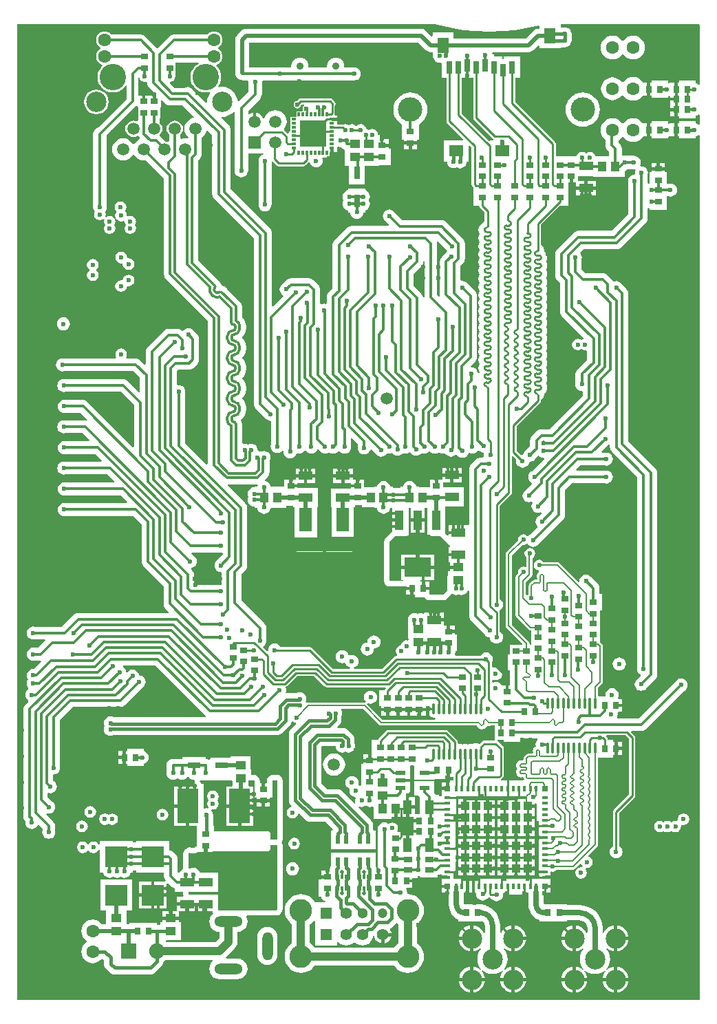
<source format=gbl>
G04 Layer_Physical_Order=4*
G04 Layer_Color=16711680*
%FSLAX44Y44*%
%MOMM*%
G71*
G01*
G75*
%ADD10C,0.2000*%
%ADD12R,1.1000X1.7000*%
%ADD15R,0.8000X0.9000*%
%ADD18R,1.0000X1.3000*%
%ADD19R,0.9000X0.8000*%
%ADD35R,1.7000X1.1000*%
%ADD36R,1.3000X1.0000*%
%ADD37C,0.2500*%
%ADD38C,0.3500*%
%ADD39C,0.3000*%
%ADD40C,0.5000*%
%ADD41C,0.4000*%
%ADD42C,1.0000*%
%ADD44C,0.4500*%
%ADD45C,3.0000*%
%ADD46C,6.0000*%
%ADD47C,4.0000*%
%ADD49C,0.9000*%
%ADD50C,1.6000*%
%ADD51C,2.8000*%
%ADD52R,1.4200X1.4200*%
%ADD53C,1.4200*%
%ADD54C,1.3000*%
%ADD55C,1.2000*%
%ADD56O,3.5000X1.3000*%
%ADD57O,1.3000X3.5000*%
%ADD58C,1.9000*%
%ADD59R,1.9000X1.9000*%
%ADD60C,1.5000*%
%ADD61R,1.5000X1.5000*%
%ADD62C,0.6000*%
%ADD63C,2.5000*%
%ADD64C,3.2500*%
%ADD65C,1.6000*%
%ADD66C,0.7000*%
%ADD67C,0.5000*%
%ADD87C,0.6500*%
%ADD88O,0.4000X1.3500*%
%ADD89R,2.7432X2.6162*%
%ADD90R,1.5000X3.0000*%
%ADD91R,6.2000X5.4000*%
%ADD92R,2.6000X4.2000*%
%ADD93R,1.6000X0.8000*%
%ADD94R,0.3000X0.5000*%
%ADD95R,0.6000X1.1000*%
%ADD96R,1.0500X0.8000*%
%ADD97R,0.7500X0.7500*%
%ADD98R,0.7500X0.4000*%
%ADD99R,0.4000X0.7500*%
%ADD100R,1.0000X1.0000*%
%ADD101R,1.2000X0.5000*%
%ADD102R,1.0000X2.4000*%
%ADD103R,3.3000X2.4000*%
%ADD104R,1.8000X1.4000*%
%ADD105R,1.4000X1.9000*%
%ADD106R,0.8000X1.5000*%
%ADD107R,0.8000X1.6000*%
%ADD108R,3.2000X3.2000*%
%ADD109R,0.3000X0.5000*%
%ADD110R,0.5000X0.3000*%
%ADD111R,9.5000X10.2500*%
G36*
X555149Y1133750D02*
X561325D01*
Y1084851D01*
X561616Y1083388D01*
X562445Y1082148D01*
X585296Y1059296D01*
X586113Y1058751D01*
X585658Y1057251D01*
X582150D01*
Y1057217D01*
X580764Y1056643D01*
X546973Y1090434D01*
Y1133750D01*
X553150D01*
Y1138249D01*
X555149D01*
Y1133750D01*
D02*
G37*
G36*
X445477Y338477D02*
X446634Y337703D01*
X448000Y337431D01*
X565241D01*
X565753Y337090D01*
X565877Y336464D01*
X567314Y334314D01*
X569464Y332877D01*
X572000Y332373D01*
X574536Y332877D01*
X576686Y334314D01*
X578123Y336464D01*
X578448Y336681D01*
X580000Y336373D01*
Y336412D01*
X581756Y336761D01*
X582759Y337431D01*
X587498D01*
Y333000D01*
X587498D01*
X587501Y332997D01*
Y320000D01*
X586721Y318823D01*
X575000D01*
X573537Y318532D01*
X572296Y317704D01*
X569171Y314578D01*
X568912Y314544D01*
X568403Y314333D01*
X566719Y315031D01*
X564500Y315323D01*
X562281Y315031D01*
X560597Y314334D01*
X560088Y314544D01*
X558000Y314819D01*
X555912Y314544D01*
X554750Y314063D01*
X553588Y314544D01*
X551500Y314819D01*
X549412Y314544D01*
X548250Y314063D01*
X547088Y314544D01*
X545000Y314819D01*
X543823Y314664D01*
X542323Y315805D01*
Y316713D01*
X542032Y318176D01*
X541203Y319417D01*
X530168Y330452D01*
X528928Y331281D01*
X527465Y331572D01*
X456748D01*
X455285Y331281D01*
X454045Y330452D01*
X444296Y320704D01*
X443825Y319998D01*
X436500D01*
Y301500D01*
X436000D01*
Y294000D01*
X434000D01*
Y292000D01*
X426000D01*
Y290000D01*
X423500D01*
Y270000D01*
X423500D01*
Y263987D01*
X422000Y263247D01*
X421035Y263988D01*
X419649Y264562D01*
X419794Y264912D01*
X420069Y267000D01*
X419794Y269088D01*
X418988Y271035D01*
X417706Y272706D01*
X416035Y273988D01*
X414088Y274794D01*
X412000Y275069D01*
X409912Y274794D01*
X407966Y273988D01*
X406294Y272706D01*
X405012Y271035D01*
X404206Y269088D01*
X403931Y267000D01*
X404206Y264912D01*
X405012Y262966D01*
X406294Y261294D01*
X407966Y260012D01*
X409351Y259438D01*
X409206Y259088D01*
X408931Y257000D01*
X409206Y254912D01*
X410012Y252966D01*
X411294Y251294D01*
X412966Y250012D01*
X414912Y249206D01*
X415749Y249096D01*
X416499Y247797D01*
X416205Y247088D01*
X415930Y245000D01*
X416205Y242911D01*
X416618Y241915D01*
X415346Y241065D01*
X399706Y256706D01*
X398035Y257988D01*
X396088Y258794D01*
X394000Y259069D01*
X381342D01*
X374069Y266342D01*
Y310658D01*
X375342Y311931D01*
X391940D01*
X392206Y309912D01*
X393012Y307966D01*
X394294Y306294D01*
X395965Y305012D01*
X397912Y304206D01*
X400000Y303931D01*
X402088Y304206D01*
X404000Y304998D01*
X405912Y304206D01*
X408000Y303931D01*
X410088Y304206D01*
X412034Y305012D01*
X413706Y306294D01*
X414988Y307966D01*
X415794Y309912D01*
X416069Y312000D01*
X415794Y314088D01*
X415069Y315839D01*
Y320485D01*
X414794Y322574D01*
X413988Y324520D01*
X412706Y326191D01*
X407191Y331706D01*
X405520Y332988D01*
X403574Y333794D01*
X401485Y334069D01*
X394440D01*
X393866Y335455D01*
X396706Y338294D01*
X397988Y339965D01*
X398794Y341912D01*
X399069Y344000D01*
Y348161D01*
X399794Y349912D01*
X400069Y352000D01*
X399794Y354088D01*
X398988Y356035D01*
X398536Y356624D01*
X399276Y358124D01*
X425830D01*
X445477Y338477D01*
D02*
G37*
G36*
X501183Y907803D02*
Y864000D01*
X499697Y863809D01*
X499551Y864923D01*
X499093Y866027D01*
X498770Y866808D01*
X497527Y868427D01*
X487767Y878188D01*
Y892712D01*
X497277Y902223D01*
X498520Y903842D01*
X498843Y904622D01*
X499300Y905727D01*
X499409Y906553D01*
X499551Y906894D01*
X499683Y907902D01*
X501183Y907803D01*
D02*
G37*
G36*
X182473Y1102473D02*
X184092Y1101230D01*
X184872Y1100907D01*
X185977Y1100450D01*
X188000Y1100183D01*
X203762D01*
X217702Y1086243D01*
X217220Y1084823D01*
X215926Y1084652D01*
X212642Y1083292D01*
X209822Y1081128D01*
X207658Y1078308D01*
X206298Y1075024D01*
X205834Y1071500D01*
X206298Y1067976D01*
X207658Y1064692D01*
X209822Y1061872D01*
X210685Y1061210D01*
X210663Y1060565D01*
X209129Y1059403D01*
X206750Y1059716D01*
X203226Y1059252D01*
X202179Y1058819D01*
X200932Y1059652D01*
Y1064176D01*
X201182Y1064368D01*
X202785Y1066457D01*
X203793Y1068889D01*
X204136Y1071500D01*
X203793Y1074110D01*
X202785Y1076543D01*
X201182Y1078632D01*
X199093Y1080235D01*
X196660Y1081243D01*
X194050Y1081586D01*
X191439Y1081243D01*
X189007Y1080235D01*
X186918Y1078632D01*
X185315Y1076543D01*
X184307Y1074110D01*
X183964Y1071500D01*
X184307Y1068889D01*
X185315Y1066457D01*
X186918Y1064368D01*
X187168Y1064176D01*
Y1056020D01*
X185668Y1055135D01*
X183960Y1055843D01*
X181576Y1056156D01*
X175867Y1061867D01*
X175149Y1062346D01*
X175100Y1063845D01*
X175782Y1064368D01*
X177385Y1066457D01*
X178393Y1068889D01*
X178736Y1071500D01*
X178393Y1074110D01*
X177385Y1076543D01*
X175782Y1078632D01*
X175532Y1078824D01*
Y1084502D01*
X176000D01*
Y1097502D01*
X177000Y1097502D01*
Y1105985D01*
X178386Y1106560D01*
X182473Y1102473D01*
D02*
G37*
G36*
X250800Y550131D02*
X251933Y550280D01*
X253208Y549294D01*
X253273Y547727D01*
X246627Y541082D01*
X245095Y539905D01*
X243812Y538234D01*
X243006Y536288D01*
X242731Y534200D01*
X243006Y532111D01*
X243812Y530165D01*
X245095Y528494D01*
X246766Y527212D01*
X248712Y526406D01*
X250800Y526131D01*
X251233Y525751D01*
Y510649D01*
X250800Y510269D01*
X248885Y510017D01*
X217817D01*
Y522603D01*
X217551Y524626D01*
X216770Y526512D01*
X215527Y528130D01*
X214096Y529562D01*
X214633Y531146D01*
X215088Y531206D01*
X217034Y532012D01*
X218706Y533294D01*
X219988Y534966D01*
X220794Y536912D01*
X221069Y539000D01*
X220794Y541088D01*
X219988Y543035D01*
X218706Y544706D01*
X217173Y545882D01*
X214172Y548883D01*
X214793Y550383D01*
X248885D01*
X250800Y550131D01*
D02*
G37*
G36*
X760902Y1020416D02*
X760456Y1019338D01*
X760181Y1017250D01*
X760274Y1016546D01*
X760241Y1016367D01*
X759058Y1014945D01*
X757912Y1014794D01*
X755965Y1013988D01*
X754294Y1012706D01*
X753012Y1011034D01*
X752206Y1009088D01*
X751931Y1007000D01*
X752183Y1005085D01*
Y966137D01*
X731863Y945817D01*
X690433D01*
X688410Y945551D01*
X686525Y944770D01*
X684906Y943527D01*
X664473Y923094D01*
X663230Y921475D01*
X662907Y920694D01*
X662449Y919590D01*
X662183Y917567D01*
Y891000D01*
X662449Y888977D01*
X662907Y887872D01*
X663230Y887092D01*
X664473Y885473D01*
X667933Y882012D01*
Y846500D01*
X668200Y844477D01*
X668657Y843372D01*
X668981Y842591D01*
X670223Y840972D01*
X697089Y814106D01*
X696654Y812671D01*
X696269Y812594D01*
X694500Y811412D01*
X692731Y812594D01*
X690000Y813137D01*
X687269Y812594D01*
X684953Y811047D01*
X683406Y808731D01*
X682863Y806000D01*
X683406Y803269D01*
X684953Y800953D01*
X687269Y799406D01*
X690000Y798863D01*
X692731Y799406D01*
X694500Y800588D01*
X696269Y799406D01*
X699000Y798863D01*
X700274Y799116D01*
X701433Y798165D01*
Y787186D01*
X689473Y775226D01*
X688230Y773607D01*
X687907Y772826D01*
X687449Y771722D01*
X687183Y769698D01*
Y758915D01*
X686931Y757000D01*
X687206Y754912D01*
X688012Y752965D01*
X689294Y751294D01*
X690965Y750012D01*
X692912Y749206D01*
X695000Y748931D01*
X695055Y748938D01*
X696183Y747949D01*
Y742583D01*
X655417Y701817D01*
X645000D01*
X642977Y701551D01*
X641092Y700770D01*
X639473Y699527D01*
X633473Y693527D01*
X632230Y691908D01*
X631907Y691127D01*
X631450Y690023D01*
X631183Y688000D01*
Y681188D01*
X626827Y676832D01*
X625294Y675655D01*
X624012Y673984D01*
X623206Y672038D01*
X623112Y671321D01*
X622000Y670469D01*
X619912Y670193D01*
X619701Y670106D01*
X614823Y674983D01*
Y705416D01*
X643704Y734296D01*
X644532Y735537D01*
X644823Y737000D01*
Y737835D01*
X646227Y738773D01*
X647829Y741171D01*
X648392Y744000D01*
X648392D01*
X648619Y745406D01*
X649454Y746046D01*
X651017Y748083D01*
X651999Y750455D01*
X652221Y752139D01*
X652392Y753000D01*
X652221Y753861D01*
X651999Y755545D01*
X651017Y757917D01*
X650953Y758000D01*
X651017Y758083D01*
X651999Y760455D01*
X652221Y762139D01*
X652392Y763000D01*
X652221Y763861D01*
X651999Y765545D01*
X651017Y767917D01*
X650953Y768000D01*
X651017Y768083D01*
X651999Y770455D01*
X652221Y772139D01*
X652392Y773000D01*
X652221Y773861D01*
X651999Y775545D01*
X651017Y777917D01*
X650953Y778000D01*
X651017Y778083D01*
X651999Y780455D01*
X652221Y782139D01*
X652392Y783000D01*
X652221Y783861D01*
X651999Y785545D01*
X651017Y787917D01*
X650953Y788000D01*
X651017Y788083D01*
X651999Y790455D01*
X652221Y792139D01*
X652392Y793000D01*
X652221Y793861D01*
X651999Y795545D01*
X651017Y797917D01*
X650953Y798000D01*
X651017Y798083D01*
X651999Y800455D01*
X652221Y802139D01*
X652392Y803000D01*
X652221Y803861D01*
X651999Y805545D01*
X651017Y807917D01*
X650953Y808000D01*
X651017Y808083D01*
X651999Y810455D01*
X652221Y812139D01*
X652392Y813000D01*
X652221Y813861D01*
X651999Y815545D01*
X651017Y817917D01*
X650953Y818000D01*
X651017Y818083D01*
X651999Y820455D01*
X652221Y822139D01*
X652392Y823000D01*
X652221Y823861D01*
X651999Y825545D01*
X651017Y827917D01*
X650953Y828000D01*
X651017Y828083D01*
X651999Y830455D01*
X652221Y832139D01*
X652392Y833000D01*
X652221Y833861D01*
X651999Y835545D01*
X651017Y837917D01*
X650953Y838000D01*
X651017Y838083D01*
X651999Y840455D01*
X652221Y842139D01*
X652392Y843000D01*
X652221Y843861D01*
X651999Y845545D01*
X651017Y847917D01*
X650953Y848000D01*
X651017Y848083D01*
X651999Y850454D01*
X652221Y852139D01*
X652392Y853000D01*
X652221Y853861D01*
X651999Y855545D01*
X651017Y857917D01*
X650953Y858000D01*
X651017Y858083D01*
X651999Y860454D01*
X652221Y862139D01*
X652392Y863000D01*
X652221Y863861D01*
X651999Y865545D01*
X651017Y867917D01*
X650953Y868000D01*
X651017Y868083D01*
X651999Y870454D01*
X652221Y872139D01*
X652392Y873000D01*
X652221Y873861D01*
X651999Y875545D01*
X651017Y877917D01*
X650953Y878000D01*
X651017Y878083D01*
X651999Y880454D01*
X652221Y882139D01*
X652392Y883000D01*
X652221Y883861D01*
X651999Y885545D01*
X651017Y887917D01*
X650953Y888000D01*
X651017Y888083D01*
X651999Y890454D01*
X652221Y892139D01*
X652392Y893000D01*
X652221Y893861D01*
X651999Y895545D01*
X651017Y897917D01*
X650953Y898000D01*
X651017Y898083D01*
X651999Y900454D01*
X652221Y902139D01*
X652392Y903000D01*
X652221Y903861D01*
X651999Y905545D01*
X651017Y907917D01*
X650953Y908000D01*
X651017Y908083D01*
X651999Y910454D01*
X652221Y912139D01*
X652392Y913000D01*
X652221Y913861D01*
X651999Y915545D01*
X651017Y917917D01*
X649454Y919953D01*
X648619Y920594D01*
X648392Y922000D01*
X648392D01*
X647829Y924828D01*
X646227Y927227D01*
X644823Y928164D01*
Y947000D01*
Y953416D01*
X668409Y977002D01*
X678500D01*
Y991002D01*
Y1005498D01*
X680000D01*
Y1012998D01*
X684000D01*
Y1005498D01*
X688000D01*
Y1000500D01*
X698000D01*
Y1007500D01*
X690000D01*
Y1013500D01*
X708500D01*
Y1012000D01*
X747500D01*
Y1018821D01*
X747884Y1019116D01*
X750447Y1021679D01*
X759000D01*
X759848Y1021790D01*
X760902Y1020416D01*
D02*
G37*
G36*
X640486Y319853D02*
X640293Y319705D01*
X639011Y318034D01*
X638205Y316088D01*
X637930Y313999D01*
X638205Y311911D01*
X638264Y311768D01*
X637976Y311229D01*
X636090Y309969D01*
X634831Y308084D01*
X634388Y305860D01*
X634412D01*
X634761Y304104D01*
X634777Y304054D01*
X633983Y302569D01*
X629000D01*
X627634Y302297D01*
X626477Y301523D01*
X624477Y299523D01*
X623703Y298366D01*
X623431Y297000D01*
Y295017D01*
X621946Y294223D01*
X621896Y294239D01*
X620140Y294588D01*
Y294612D01*
X617916Y294169D01*
X616031Y292909D01*
X614771Y291024D01*
X614328Y288800D01*
X614328D01*
X614353Y288000D01*
X614328Y287200D01*
X614328D01*
X614771Y284976D01*
X615423Y284000D01*
X614771Y283024D01*
X614328Y280800D01*
X614328D01*
X614353Y280000D01*
X614328Y279200D01*
X614328D01*
X614771Y276976D01*
X616031Y275091D01*
X617916Y273831D01*
X620140Y273388D01*
Y273412D01*
X621896Y273761D01*
X621946Y273777D01*
X623431Y273000D01*
X623703Y271634D01*
X624127Y271000D01*
X623444Y269500D01*
X595715D01*
X595260Y271000D01*
X595704Y271296D01*
X597704Y273296D01*
X598532Y274537D01*
X598823Y276000D01*
Y309000D01*
X598532Y310463D01*
X597704Y311704D01*
X591704Y317704D01*
X590512Y318500D01*
X590483Y318632D01*
X590761Y320000D01*
X599002D01*
Y317500D01*
X619002D01*
Y321353D01*
X639977D01*
X640486Y319853D01*
D02*
G37*
G36*
X378083Y385296D02*
X379324Y384468D01*
X380787Y384177D01*
X453023D01*
X453597Y382791D01*
X453296Y382491D01*
X452468Y381250D01*
X452417Y380998D01*
X445500D01*
Y360998D01*
X448000D01*
Y358998D01*
X456000D01*
Y356998D01*
X458000D01*
Y349498D01*
X467000D01*
Y356998D01*
X471000D01*
Y349498D01*
X480000D01*
Y356998D01*
X484000D01*
Y349498D01*
X493000D01*
Y356998D01*
X495000D01*
Y358998D01*
X503000D01*
Y360998D01*
X505500D01*
X505500Y360998D01*
Y360998D01*
X505500Y360998D01*
X506892Y360738D01*
Y352750D01*
X507319Y350604D01*
X508535Y348785D01*
X510354Y347569D01*
X512500Y347142D01*
X513124Y347266D01*
X513294Y347044D01*
X514566Y346069D01*
X514065Y344569D01*
X449478D01*
X430441Y363606D01*
X431291Y364877D01*
X432912Y364206D01*
X435000Y363931D01*
X437088Y364206D01*
X439035Y365012D01*
X440706Y366294D01*
X441988Y367966D01*
X442794Y369912D01*
X443069Y372000D01*
X442794Y374088D01*
X441988Y376035D01*
X440706Y377706D01*
X439035Y378988D01*
X437088Y379794D01*
X435000Y380069D01*
X432912Y379794D01*
X430965Y378988D01*
X429294Y377706D01*
X428012Y376035D01*
X427206Y374088D01*
X426931Y372000D01*
X427206Y369912D01*
X428012Y367966D01*
X429008Y366667D01*
X428626Y365221D01*
X428522Y365053D01*
X428481Y365028D01*
X427308Y365261D01*
X358692D01*
X357327Y364989D01*
X355900Y365531D01*
X355318Y366762D01*
X355794Y367912D01*
X356069Y370000D01*
X355794Y372088D01*
X354988Y374035D01*
X353706Y375706D01*
X352034Y376988D01*
X350088Y377794D01*
X348000Y378069D01*
X345912Y377794D01*
X344161Y377069D01*
X331654D01*
X331315Y377376D01*
X330608Y378463D01*
X330794Y378912D01*
X331069Y381000D01*
X330794Y383088D01*
X330390Y384064D01*
X330605Y384468D01*
X331846Y385296D01*
X344726Y398177D01*
X365203D01*
X378083Y385296D01*
D02*
G37*
G36*
X240183Y1063762D02*
Y991000D01*
X240450Y988977D01*
X240907Y987872D01*
X241230Y987092D01*
X242473Y985473D01*
X291183Y936762D01*
Y733000D01*
X291450Y730977D01*
X291907Y729873D01*
X292230Y729092D01*
X293473Y727473D01*
X305118Y715827D01*
X306294Y714294D01*
X307966Y713012D01*
X309912Y712206D01*
X312000Y711931D01*
X312433Y711551D01*
Y683036D01*
X312206Y682488D01*
X311931Y680400D01*
X312206Y678311D01*
X313012Y676365D01*
X314294Y674694D01*
X315965Y673412D01*
X317912Y672606D01*
X320000Y672331D01*
X322089Y672606D01*
X324035Y673412D01*
X325706Y674694D01*
X326676Y675958D01*
X328111Y675364D01*
X327931Y674000D01*
X328206Y671912D01*
X329012Y669966D01*
X330294Y668294D01*
X331965Y667012D01*
X333912Y666206D01*
X336000Y665931D01*
X338088Y666206D01*
X340034Y667012D01*
X341706Y668294D01*
X342988Y669966D01*
X343794Y671912D01*
X344558Y672353D01*
X344912Y672206D01*
X347000Y671931D01*
X349088Y672206D01*
X351035Y673012D01*
X352706Y674295D01*
X353599Y675458D01*
X353907Y675569D01*
X355093Y675569D01*
X355401Y675458D01*
X356294Y674294D01*
X357966Y673012D01*
X359912Y672206D01*
X362000Y671931D01*
X364088Y672206D01*
X366035Y673012D01*
X367706Y674294D01*
X368988Y675965D01*
X369243Y676581D01*
X371012Y676933D01*
X372118Y675827D01*
X373294Y674294D01*
X374966Y673012D01*
X376912Y672206D01*
X379000Y671931D01*
X381088Y672206D01*
X383035Y673012D01*
X383999Y673752D01*
X384965Y673011D01*
X386911Y672205D01*
X388999Y671930D01*
X391088Y672205D01*
X393034Y673011D01*
X394705Y674293D01*
X395055Y674749D01*
X396945D01*
X397294Y674294D01*
X398965Y673012D01*
X400912Y672206D01*
X403000Y671931D01*
X405088Y672206D01*
X407034Y673012D01*
X408706Y674294D01*
X409988Y675965D01*
X410794Y677912D01*
X411069Y680000D01*
X410817Y681915D01*
Y690269D01*
X412203Y690843D01*
X419183Y683863D01*
Y680915D01*
X418931Y679000D01*
X419206Y676912D01*
X420012Y674966D01*
X421294Y673294D01*
X422966Y672012D01*
X424912Y671206D01*
X427000Y670931D01*
X429088Y671206D01*
X431035Y672012D01*
X432706Y673294D01*
X433988Y674966D01*
X434536Y676288D01*
X436180Y676765D01*
X441118Y671827D01*
X442294Y670294D01*
X443965Y669012D01*
X445912Y668206D01*
X448000Y667931D01*
X450088Y668206D01*
X452034Y669012D01*
X453706Y670294D01*
X454988Y671965D01*
X455208Y672497D01*
X455912Y672206D01*
X458000Y671931D01*
X460088Y672206D01*
X461230Y672679D01*
X462293Y671293D01*
X463965Y670011D01*
X465911Y669205D01*
X467999Y668930D01*
X470088Y669205D01*
X472034Y670011D01*
X473705Y671293D01*
X474768Y672679D01*
X475912Y672206D01*
X478000Y671931D01*
X480088Y672206D01*
X482034Y673012D01*
X483094Y673825D01*
X484123Y672821D01*
X485294Y671294D01*
X486965Y670012D01*
X488912Y669206D01*
X491000Y668931D01*
X493088Y669206D01*
X495034Y670012D01*
X496706Y671294D01*
X497768Y672679D01*
X498912Y672206D01*
X501000Y671931D01*
X503088Y672206D01*
X505034Y673012D01*
X506516Y674148D01*
X507207Y674352D01*
X507793D01*
X508484Y674148D01*
X509966Y673012D01*
X511912Y672206D01*
X514000Y671931D01*
X516088Y672206D01*
X518035Y673012D01*
X518999Y673752D01*
X519964Y673011D01*
X521911Y672205D01*
X523999Y671930D01*
X526087Y672205D01*
X526261Y672277D01*
X527012Y671965D01*
X528294Y670294D01*
X529966Y669012D01*
X531912Y668206D01*
X534000Y667931D01*
X536088Y668206D01*
X538035Y669012D01*
X539706Y670294D01*
X539795Y670411D01*
X541562Y670249D01*
X542294Y669294D01*
X543965Y668012D01*
X545912Y667206D01*
X548000Y666931D01*
X550088Y667206D01*
X552034Y668012D01*
X553706Y669294D01*
X554988Y670965D01*
X555314Y671752D01*
X555898Y672881D01*
X557165Y672515D01*
X557912Y672206D01*
X560000Y671931D01*
X562088Y672206D01*
X564035Y673012D01*
X565706Y674294D01*
X566438Y675249D01*
X568256Y675344D01*
X568294Y675294D01*
X569966Y674012D01*
X571912Y673206D01*
X573365Y673015D01*
X574196Y672394D01*
X574526Y671487D01*
X574330Y670000D01*
X574519Y668566D01*
X573494Y667066D01*
X570582D01*
X568559Y666799D01*
X567454Y666342D01*
X566673Y666018D01*
X565054Y664776D01*
X558473Y658194D01*
X557230Y656575D01*
X556907Y655795D01*
X556450Y654690D01*
X556183Y652667D01*
Y584265D01*
X555000Y583500D01*
X545000D01*
Y574500D01*
X543000D01*
Y572500D01*
X531000D01*
Y571332D01*
X529614Y570758D01*
X527000Y573372D01*
Y607000D01*
X549500D01*
Y630000D01*
X524000D01*
Y636500D01*
X533000D01*
Y643500D01*
X523000D01*
Y639498D01*
X518000D01*
Y631998D01*
X514000D01*
Y639498D01*
X508000D01*
Y630500D01*
X494500D01*
Y631000D01*
X491189D01*
X491038Y632154D01*
X490206Y634161D01*
X488884Y635884D01*
X487161Y637206D01*
X485154Y638038D01*
X483000Y638321D01*
X480846Y638038D01*
X478839Y637206D01*
X477116Y635884D01*
X475794Y634161D01*
X474962Y632154D01*
X474810Y631000D01*
X471500D01*
Y629321D01*
X462500D01*
Y631000D01*
X459189D01*
X459038Y632154D01*
X458206Y634161D01*
X456884Y635884D01*
X455161Y637206D01*
X453154Y638038D01*
X451000Y638321D01*
X448846Y638038D01*
X446839Y637206D01*
X445116Y635884D01*
X443794Y634161D01*
X442962Y632154D01*
X442810Y631000D01*
X439500D01*
Y630500D01*
X427000D01*
Y639498D01*
X421000D01*
Y631998D01*
X419000D01*
Y629998D01*
X411000D01*
Y629000D01*
X386500D01*
Y606000D01*
X387500D01*
Y569250D01*
X414500D01*
Y606000D01*
X415500D01*
Y607998D01*
X424000D01*
Y605500D01*
X439500D01*
Y605000D01*
X442810D01*
X442962Y603846D01*
X443794Y601839D01*
X445116Y600116D01*
X446839Y598794D01*
X448846Y597962D01*
X451000Y597679D01*
X453154Y597962D01*
X455161Y598794D01*
X456884Y600116D01*
X458206Y601839D01*
X459038Y603846D01*
X459189Y605000D01*
X461500D01*
Y592000D01*
X470000D01*
Y588000D01*
X461500D01*
Y575479D01*
X460314Y574686D01*
X453314Y567686D01*
X451877Y565536D01*
X451373Y563000D01*
X451373Y563000D01*
Y515000D01*
X451877Y512464D01*
X453314Y510314D01*
X455464Y508877D01*
X458000Y508373D01*
X475502D01*
X477002Y508671D01*
X477876Y508000D01*
X486002D01*
Y506000D01*
X488002D01*
Y498000D01*
X489502D01*
Y495000D01*
X501689D01*
X502815Y493314D01*
X504966Y491877D01*
X507502Y491373D01*
X524000D01*
X526536Y491877D01*
X528686Y493314D01*
X528686Y493314D01*
X533686Y498314D01*
X534019Y498811D01*
X535498Y499055D01*
X535839Y498794D01*
X537846Y497962D01*
X540000Y497679D01*
X542154Y497962D01*
X543500Y498520D01*
X544846Y497962D01*
X547000Y497679D01*
X549154Y497962D01*
X551161Y498794D01*
X552884Y500116D01*
X552884D01*
X554206Y501839D01*
X554683Y502990D01*
X556183Y502692D01*
Y472000D01*
X556450Y469977D01*
X556907Y468872D01*
X557230Y468092D01*
X558473Y466473D01*
X575118Y449827D01*
X576294Y448294D01*
X577966Y447012D01*
X579912Y446206D01*
X581939Y445939D01*
X582206Y443912D01*
X583012Y441965D01*
X584294Y440294D01*
X585965Y439012D01*
X587912Y438206D01*
X590000Y437931D01*
X592088Y438206D01*
X594035Y439012D01*
X595706Y440294D01*
X596988Y441965D01*
X597794Y443912D01*
X598069Y446000D01*
X597794Y448088D01*
X596988Y450034D01*
X595706Y451706D01*
X594035Y452988D01*
X593823Y453075D01*
Y476000D01*
X593532Y477463D01*
X593488Y477530D01*
X593923Y478966D01*
X594035Y479012D01*
X595706Y480294D01*
X596988Y481965D01*
X597794Y483912D01*
X598069Y486000D01*
X597794Y488088D01*
X596988Y490034D01*
X595706Y491706D01*
X594035Y492988D01*
X593823Y493075D01*
Y607416D01*
X607704Y621296D01*
X608532Y622537D01*
X608823Y624000D01*
Y668209D01*
X610209Y668783D01*
X614293Y664699D01*
X614206Y664488D01*
X613931Y662399D01*
X614206Y660311D01*
X615012Y658365D01*
X616294Y656694D01*
X617966Y655412D01*
X619912Y654605D01*
X622000Y654330D01*
X624088Y654605D01*
X626035Y655412D01*
X627706Y656694D01*
X628988Y658365D01*
X629794Y660311D01*
X629888Y661028D01*
X631000Y661881D01*
X633088Y662156D01*
X635034Y662962D01*
X636706Y664244D01*
X637882Y665777D01*
X641454Y669349D01*
X642294Y669294D01*
X643966Y668012D01*
X645912Y667206D01*
X648000Y666931D01*
X648125Y666947D01*
X648826Y665527D01*
X633514Y650215D01*
X632966Y649988D01*
X631294Y648706D01*
X630012Y647035D01*
X629206Y645088D01*
X628931Y643000D01*
X629206Y640912D01*
X630012Y638965D01*
X631294Y637294D01*
X632892Y636068D01*
X633163Y635765D01*
X633419Y634474D01*
X625827Y626882D01*
X624294Y625706D01*
X623012Y624035D01*
X622206Y622088D01*
X621931Y620000D01*
X622206Y617912D01*
X623012Y615965D01*
X624294Y614294D01*
X625965Y613012D01*
X627912Y612206D01*
X630000Y611931D01*
X632088Y612206D01*
X633454Y612771D01*
X634399Y611539D01*
X634011Y611033D01*
X633205Y609087D01*
X632930Y606999D01*
X633205Y604910D01*
X634011Y602964D01*
X635293Y601293D01*
X636964Y600011D01*
X638910Y599205D01*
X640999Y598930D01*
X643087Y599205D01*
X644695Y599870D01*
X645544Y598599D01*
X641827Y594882D01*
X640294Y593706D01*
X639012Y592034D01*
X638206Y590088D01*
X637931Y588000D01*
X638206Y585912D01*
X639012Y583965D01*
X640294Y582294D01*
X640352Y581407D01*
X630827Y571882D01*
X629415Y570798D01*
X628926Y570607D01*
X627712Y570647D01*
X627686Y570686D01*
X625536Y572123D01*
X623000Y572627D01*
X620464Y572123D01*
X618314Y570686D01*
X616877Y568536D01*
X616373Y566000D01*
X616635Y564682D01*
X602477Y550523D01*
X601703Y549366D01*
X601431Y548000D01*
Y460000D01*
X601703Y458634D01*
X602477Y457477D01*
X621951Y438002D01*
X621330Y436502D01*
X619000D01*
Y436498D01*
X606000D01*
Y424998D01*
X603500D01*
Y404998D01*
X606353D01*
Y386500D01*
X605000D01*
Y379000D01*
X601000D01*
Y386500D01*
X596208D01*
X595987Y387034D01*
X594705Y388705D01*
X593033Y389987D01*
X591087Y390793D01*
X588999Y391068D01*
X586910Y390793D01*
X585823Y390343D01*
X584348Y391291D01*
X584348Y392710D01*
X585823Y393657D01*
X586912Y393206D01*
X589000Y392931D01*
X591088Y393206D01*
X593035Y394012D01*
X594706Y395294D01*
X595988Y396965D01*
X596794Y398912D01*
X597069Y401000D01*
X596794Y403088D01*
X595988Y405034D01*
X594706Y406706D01*
X593035Y407988D01*
X591088Y408794D01*
X589000Y409069D01*
X586912Y408794D01*
X585823Y408343D01*
X584323Y409306D01*
Y415500D01*
X584286Y415686D01*
X584794Y416912D01*
X585069Y419000D01*
X584794Y421088D01*
X583988Y423035D01*
X582706Y424706D01*
X581035Y425988D01*
X579088Y426794D01*
X577000Y427069D01*
X574912Y426794D01*
X572966Y425988D01*
X571294Y424706D01*
X570012Y423035D01*
X569925Y422823D01*
X539823D01*
X538821Y424324D01*
X539038Y424846D01*
X539321Y427000D01*
Y429000D01*
X541500D01*
Y449000D01*
X539000D01*
Y451000D01*
X531000D01*
Y453000D01*
X529000D01*
Y460500D01*
X525500D01*
Y465247D01*
X513500D01*
Y467247D01*
X511500D01*
Y476247D01*
X501500D01*
Y475689D01*
X500000Y474687D01*
X499154Y475038D01*
X497000Y475321D01*
X494846Y475038D01*
X493000Y474273D01*
X491154Y475038D01*
X489000Y475321D01*
X486846Y475038D01*
X484839Y474206D01*
X483116Y472884D01*
X481794Y471161D01*
X480962Y469154D01*
X480679Y467000D01*
Y461000D01*
X480962Y458846D01*
X481000Y458755D01*
Y444500D01*
X481500D01*
Y442822D01*
X480340Y441870D01*
X479000Y442137D01*
X476269Y441594D01*
X473953Y440047D01*
X472406Y437731D01*
X472052Y435948D01*
X470269Y435594D01*
X467953Y434047D01*
X466406Y431731D01*
X465863Y429000D01*
X466406Y426269D01*
X467706Y424323D01*
X467150Y422823D01*
X466575D01*
X465112Y422532D01*
X463872Y421704D01*
X448992Y406823D01*
X414672D01*
X414373Y408323D01*
X416034Y409011D01*
X417705Y410294D01*
X418987Y411965D01*
X419793Y413911D01*
X420068Y415999D01*
X419793Y418088D01*
X418987Y420034D01*
X417705Y421705D01*
X416034Y422987D01*
X414088Y423793D01*
X411999Y424068D01*
X409911Y423793D01*
X409375Y423571D01*
X407794Y424088D01*
X407687Y424347D01*
X406988Y426035D01*
X405706Y427706D01*
X404035Y428988D01*
X402088Y429794D01*
X400000Y430069D01*
X397912Y429794D01*
X395965Y428988D01*
X394294Y427706D01*
X393012Y426035D01*
X392206Y424088D01*
X391931Y422000D01*
X392206Y419912D01*
X393012Y417966D01*
X394294Y416294D01*
X395965Y415012D01*
X397912Y414206D01*
X400000Y413931D01*
X402088Y414206D01*
X402624Y414428D01*
X404205Y413911D01*
X404312Y413652D01*
X405011Y411965D01*
X406293Y410294D01*
X407965Y409011D01*
X409625Y408323D01*
X409327Y406823D01*
X388584D01*
X362704Y432704D01*
X361463Y433532D01*
X360000Y433823D01*
X324075D01*
X323988Y434035D01*
X322706Y435706D01*
X321035Y436988D01*
X319088Y437794D01*
X317000Y438069D01*
X314912Y437794D01*
X312966Y436988D01*
X311294Y435706D01*
X310012Y434035D01*
X309206Y432088D01*
X308931Y430000D01*
X309027Y429269D01*
X307607Y428568D01*
X302666Y433509D01*
X302889Y434630D01*
X303176Y435120D01*
X304706Y436294D01*
X305988Y437966D01*
X306794Y439912D01*
X307069Y442000D01*
X306817Y443915D01*
Y457000D01*
X306551Y459023D01*
X305770Y460908D01*
X304527Y462527D01*
X275817Y491238D01*
Y523116D01*
X280777Y528076D01*
X282020Y529695D01*
X282801Y531581D01*
X283067Y533604D01*
Y605216D01*
X282801Y607239D01*
X282020Y609125D01*
X280777Y610744D01*
X258838Y632683D01*
X259459Y634183D01*
X295179D01*
X296094Y633089D01*
X296199Y632726D01*
X295962Y632154D01*
X295811Y631000D01*
X292500D01*
Y630321D01*
X292000D01*
X289846Y630038D01*
X287839Y629206D01*
X286116Y627884D01*
X284794Y626161D01*
X283962Y624154D01*
X283679Y622000D01*
X283962Y619846D01*
X284520Y618500D01*
X283962Y617154D01*
X283679Y615000D01*
X283962Y612846D01*
X284794Y610839D01*
X286116Y609116D01*
X287839Y607794D01*
X289846Y606962D01*
X292000Y606679D01*
X292500D01*
Y605000D01*
X295811D01*
X295962Y603846D01*
X296794Y601839D01*
X298116Y600116D01*
X299839Y598794D01*
X301846Y597962D01*
X304000Y597679D01*
X306154Y597962D01*
X308161Y598794D01*
X309884Y600116D01*
X311206Y601839D01*
X312038Y603846D01*
X312190Y605000D01*
X331500D01*
Y607498D01*
X340000D01*
Y605500D01*
X341000D01*
Y568750D01*
X369000D01*
Y605500D01*
X370000D01*
Y629500D01*
X345000D01*
Y629998D01*
X337000D01*
Y631998D01*
X335000D01*
Y639498D01*
X329000D01*
Y631000D01*
X312190D01*
X312038Y632154D01*
X311206Y634161D01*
X309884Y635884D01*
X308161Y637206D01*
X306154Y638038D01*
X305127Y638173D01*
X304589Y639757D01*
X308277Y643445D01*
X309520Y645063D01*
X309843Y645844D01*
X310301Y646949D01*
X310567Y648972D01*
Y662417D01*
X310988Y662965D01*
X311794Y664912D01*
X312069Y667000D01*
X311794Y669088D01*
X310988Y671034D01*
X309706Y672706D01*
X308035Y673988D01*
X306089Y674794D01*
X304000Y675069D01*
X301912Y674794D01*
X300000Y674002D01*
X298088Y674794D01*
X297435Y674880D01*
X296069Y676000D01*
X295794Y678088D01*
X294988Y680034D01*
X293706Y681706D01*
X292035Y682988D01*
X290089Y683794D01*
X288000Y684069D01*
X285912Y683794D01*
X284000Y683002D01*
X282089Y683794D01*
X280000Y684069D01*
X278317Y683847D01*
X276817Y684762D01*
Y708250D01*
X276841D01*
X276480Y710991D01*
X275514Y713322D01*
X277305Y714695D01*
X279789Y717933D01*
X281351Y721704D01*
X281884Y725750D01*
X281817D01*
Y728250D01*
X281884D01*
X281351Y732296D01*
X279789Y736067D01*
X277305Y739305D01*
Y739695D01*
X279789Y742933D01*
X281351Y746704D01*
X281884Y750750D01*
X281817D01*
Y753250D01*
X281884D01*
X281351Y757296D01*
X279789Y761067D01*
X277305Y764305D01*
Y764695D01*
X279789Y767933D01*
X281351Y771704D01*
X281884Y775750D01*
X281817D01*
Y778250D01*
X281884D01*
X281351Y782296D01*
X279789Y786067D01*
X277305Y789305D01*
Y789695D01*
X279789Y792933D01*
X281351Y796704D01*
X281884Y800750D01*
X281817D01*
Y803250D01*
X281884D01*
X281351Y807296D01*
X279789Y811067D01*
X277305Y814305D01*
Y814695D01*
X279789Y817933D01*
X281351Y821704D01*
X281884Y825750D01*
X281817D01*
Y828250D01*
X281884D01*
X281351Y832296D01*
X279789Y836067D01*
X277305Y839305D01*
X276817Y839679D01*
Y852778D01*
X276551Y854801D01*
X275770Y856687D01*
X274527Y858306D01*
X266122Y866710D01*
X266121Y866711D01*
X266120Y866712D01*
X258344Y874489D01*
X257305Y875560D01*
X257299Y875568D01*
X255105Y877251D01*
X252551Y878309D01*
X251358Y878466D01*
X251201Y879659D01*
X250143Y882213D01*
X248466Y884398D01*
X248466Y884398D01*
X248466Y884399D01*
X248460Y884407D01*
X248452Y884413D01*
X248451Y884413D01*
X248420Y884413D01*
X247390Y885443D01*
X222817Y910016D01*
Y1032762D01*
X224977Y1034923D01*
X226220Y1036542D01*
X227001Y1038427D01*
X227267Y1040450D01*
Y1060482D01*
X229078Y1061872D01*
X231242Y1064692D01*
X232603Y1067976D01*
X232773Y1069270D01*
X234193Y1069752D01*
X240183Y1063762D01*
D02*
G37*
G36*
X502687Y1168188D02*
X504463Y1166826D01*
X506530Y1165969D01*
X508749Y1165677D01*
X511250D01*
Y1158751D01*
X512273D01*
X513012Y1156965D01*
X514294Y1155294D01*
X515965Y1154012D01*
X517912Y1153206D01*
X520000Y1152931D01*
X520649Y1153016D01*
X522149Y1151701D01*
Y1133750D01*
X528326D01*
Y1080851D01*
X528616Y1079388D01*
X529445Y1078148D01*
X548956Y1058637D01*
X548382Y1057251D01*
X545515D01*
X545000Y1057319D01*
X544485Y1057251D01*
X525249D01*
Y1031251D01*
X528931D01*
Y1031000D01*
X529206Y1028912D01*
X530012Y1026965D01*
X531294Y1025294D01*
X532966Y1024012D01*
X534912Y1023206D01*
X537000Y1022931D01*
X539088Y1023206D01*
X540723Y1023883D01*
X540839Y1023794D01*
X542846Y1022962D01*
X545000Y1022679D01*
X547154Y1022962D01*
X549161Y1023794D01*
X550884Y1025116D01*
X552206Y1026839D01*
X553038Y1028846D01*
X553321Y1031000D01*
Y1031251D01*
X555249D01*
Y1050384D01*
X556635Y1050958D01*
X559177Y1048416D01*
Y1003000D01*
X559468Y1001537D01*
X560296Y1000296D01*
X561750Y998843D01*
Y991000D01*
Y977000D01*
X568427D01*
Y976750D01*
X568718Y975287D01*
X569546Y974046D01*
X575177Y968416D01*
Y957164D01*
X573773Y956227D01*
X573572Y955926D01*
X572583Y955516D01*
X570546Y953953D01*
X568983Y951917D01*
X568001Y949545D01*
X567779Y947860D01*
X567608Y947000D01*
X567779Y946139D01*
X568001Y944454D01*
X568983Y942083D01*
X569047Y942000D01*
X568983Y941917D01*
X568001Y939545D01*
X567779Y937861D01*
X567608Y937000D01*
X567779Y936139D01*
X568001Y934454D01*
X568983Y932083D01*
X569047Y932000D01*
X568983Y931917D01*
X568001Y929545D01*
X567779Y927861D01*
X567608Y927000D01*
X567779Y926139D01*
X568001Y924454D01*
X568983Y922083D01*
X569047Y922000D01*
X568983Y921917D01*
X568001Y919545D01*
X567779Y917861D01*
X567608Y917000D01*
X567779Y916139D01*
X568001Y914454D01*
X568983Y912083D01*
X569047Y912000D01*
X568983Y911917D01*
X568001Y909545D01*
X567779Y907861D01*
X567608Y907000D01*
X567779Y906139D01*
X568001Y904454D01*
X568983Y902083D01*
X569047Y902000D01*
X568983Y901917D01*
X568001Y899545D01*
X567779Y897861D01*
X567608Y897000D01*
X567779Y896139D01*
X568001Y894454D01*
X568983Y892083D01*
X569047Y892000D01*
X568983Y891917D01*
X568001Y889545D01*
X567779Y887861D01*
X567608Y887000D01*
X567779Y886139D01*
X568001Y884454D01*
X568983Y882083D01*
X569047Y882000D01*
X568983Y881917D01*
X568001Y879545D01*
X567779Y877861D01*
X567608Y877000D01*
X567779Y876139D01*
X568001Y874454D01*
X568983Y872083D01*
X569047Y872000D01*
X568983Y871917D01*
X568001Y869545D01*
X567779Y867861D01*
X567608Y867000D01*
X567779Y866139D01*
X568001Y864454D01*
X568983Y862083D01*
X569047Y862000D01*
X568983Y861917D01*
X568001Y859545D01*
X567779Y857861D01*
X567608Y857000D01*
X567779Y856139D01*
X568001Y854454D01*
X568983Y852083D01*
X569047Y852000D01*
X568983Y851917D01*
X568001Y849545D01*
X567779Y847861D01*
X567608Y847000D01*
X567779Y846139D01*
X568001Y844454D01*
X568983Y842083D01*
X569047Y842000D01*
X568983Y841917D01*
X568001Y839545D01*
X567779Y837861D01*
X567608Y837000D01*
X567779Y836139D01*
X568001Y834455D01*
X568983Y832083D01*
X569047Y832000D01*
X568983Y831917D01*
X568001Y829545D01*
X567779Y827861D01*
X567608Y827000D01*
X567779Y826139D01*
X568001Y824455D01*
X568983Y822083D01*
X569047Y822000D01*
X568983Y821917D01*
X568001Y819545D01*
X567779Y817861D01*
X567608Y817000D01*
X567779Y816139D01*
X568001Y814455D01*
X568983Y812083D01*
X569047Y812000D01*
X568983Y811917D01*
X568001Y809545D01*
X567779Y807861D01*
X567608Y807000D01*
X567779Y806139D01*
X568001Y804455D01*
X568983Y802083D01*
X569047Y802000D01*
X568983Y801917D01*
X568001Y799545D01*
X567779Y797861D01*
X567608Y797000D01*
X567779Y796139D01*
X568001Y794455D01*
X568983Y792083D01*
X569047Y792000D01*
X568983Y791917D01*
X568001Y789545D01*
X567779Y787861D01*
X567608Y787000D01*
X567779Y786139D01*
X568001Y784455D01*
X568983Y782083D01*
X569047Y782000D01*
X568983Y781917D01*
X568001Y779545D01*
X567779Y777861D01*
X567608Y777000D01*
X567779Y776139D01*
X568001Y774455D01*
X568983Y772083D01*
X569047Y772000D01*
X568983Y771917D01*
X568487Y770719D01*
X566948Y770922D01*
X566794Y772088D01*
X565988Y774035D01*
X564706Y775706D01*
X563035Y776988D01*
X561088Y777794D01*
X559000Y778069D01*
X558861Y778051D01*
X558161Y779471D01*
X563777Y785088D01*
X565020Y786707D01*
X565801Y788592D01*
X566067Y790615D01*
Y865750D01*
X565801Y867773D01*
X565020Y869659D01*
X563777Y871277D01*
X554882Y880173D01*
X553706Y881706D01*
X552034Y882988D01*
X550088Y883794D01*
X548000Y884069D01*
X547317Y883979D01*
X545817Y885294D01*
Y903095D01*
X548777Y906055D01*
X550020Y907674D01*
X550343Y908455D01*
X550801Y909560D01*
X551067Y911583D01*
Y930417D01*
X550801Y932440D01*
X550020Y934326D01*
X548777Y935945D01*
X528195Y956527D01*
X526576Y957770D01*
X525795Y958093D01*
X524690Y958550D01*
X522667Y958817D01*
X474238D01*
X464882Y968173D01*
X463706Y969706D01*
X462034Y970988D01*
X460088Y971794D01*
X458000Y972069D01*
X455912Y971794D01*
X453965Y970988D01*
X452294Y969706D01*
X451012Y968035D01*
X450206Y966088D01*
X449931Y964000D01*
X450206Y961912D01*
X451012Y959966D01*
X452294Y958294D01*
X453827Y957118D01*
X457743Y953203D01*
X457169Y951817D01*
X411333D01*
X409310Y951551D01*
X407424Y950770D01*
X405805Y949527D01*
X390573Y934295D01*
X389331Y932676D01*
X389007Y931895D01*
X388550Y930791D01*
X388284Y928768D01*
Y875238D01*
X383473Y870427D01*
X382230Y868808D01*
X381907Y868027D01*
X381450Y866923D01*
X381183Y864900D01*
Y856762D01*
X379683Y855847D01*
X378000Y856069D01*
X375912Y855794D01*
X374567Y855237D01*
X373067Y856049D01*
Y873417D01*
X372800Y875440D01*
X372020Y877326D01*
X370777Y878945D01*
X364527Y885195D01*
X362908Y886437D01*
X362127Y886760D01*
X361023Y887218D01*
X359000Y887484D01*
X336867D01*
X334844Y887218D01*
X332959Y886437D01*
X331340Y885195D01*
X326927Y880782D01*
X325394Y879606D01*
X324112Y877934D01*
X323306Y875988D01*
X323031Y873900D01*
X323306Y871812D01*
X324112Y869865D01*
X325394Y868194D01*
X327066Y866912D01*
X327368Y866787D01*
X327661Y865315D01*
X315203Y852857D01*
X313817Y853431D01*
Y942899D01*
X313550Y944923D01*
X312770Y946808D01*
X311527Y948427D01*
X262817Y997137D01*
Y1069900D01*
X262551Y1071923D01*
X261770Y1073808D01*
X260527Y1075427D01*
X251355Y1084599D01*
X251996Y1085955D01*
X252450Y1085910D01*
X256077Y1086268D01*
X259564Y1087326D01*
X262778Y1089043D01*
X265595Y1091355D01*
X266266Y1092174D01*
X267679Y1091668D01*
Y1020000D01*
X267962Y1017846D01*
X268794Y1015839D01*
X270116Y1014116D01*
X271839Y1012794D01*
X273846Y1011962D01*
X276000Y1011679D01*
X278154Y1011962D01*
X280161Y1012794D01*
X281884Y1014116D01*
X283206Y1015839D01*
X284038Y1017846D01*
X284321Y1020000D01*
Y1041298D01*
X302845D01*
X302944Y1039798D01*
X302912Y1039794D01*
X300965Y1038988D01*
X299294Y1037706D01*
X298012Y1036034D01*
X297206Y1034088D01*
X296931Y1032000D01*
Y978000D01*
X297206Y975912D01*
X298012Y973966D01*
X299294Y972294D01*
X300965Y971012D01*
X302912Y970206D01*
X305000Y969931D01*
X307088Y970206D01*
X309035Y971012D01*
X310706Y972294D01*
X311988Y973966D01*
X312794Y975912D01*
X313069Y978000D01*
Y1030450D01*
X313505Y1030750D01*
X314569Y1031024D01*
X319296Y1026296D01*
X320537Y1025468D01*
X322000Y1025177D01*
X352000D01*
X353463Y1025468D01*
X354704Y1026296D01*
X358649Y1030242D01*
X359675Y1030024D01*
X360271Y1029753D01*
X361012Y1027965D01*
X362294Y1026294D01*
X363965Y1025012D01*
X365912Y1024206D01*
X368000Y1023931D01*
X370088Y1024206D01*
X372034Y1025012D01*
X373706Y1026294D01*
X374988Y1027965D01*
X375794Y1029912D01*
X376069Y1032000D01*
X375794Y1034088D01*
X375520Y1034751D01*
X376353Y1035998D01*
X381500D01*
Y1037998D01*
X384500D01*
Y1042998D01*
X385500D01*
Y1047998D01*
X389500D01*
Y1042998D01*
X393500D01*
Y1048581D01*
X395000Y1049584D01*
X395912Y1049206D01*
X398000Y1048931D01*
X399033Y1049067D01*
X399230Y1048590D01*
X400473Y1046971D01*
X402092Y1045729D01*
X403500Y1045145D01*
Y1041498D01*
Y1025498D01*
X408000D01*
Y1003000D01*
X428000D01*
Y1025498D01*
X445500D01*
Y1026998D01*
X459500D01*
Y1046998D01*
X457000D01*
Y1048998D01*
X449000D01*
Y1050998D01*
X447000D01*
Y1058498D01*
X446000D01*
Y1063998D01*
X444138D01*
X444137Y1064000D01*
X443594Y1066731D01*
X442047Y1069047D01*
X439731Y1070594D01*
X437000Y1071137D01*
X434269Y1070594D01*
X433000Y1069746D01*
X431731Y1070594D01*
X429948Y1070948D01*
X429594Y1072731D01*
X428047Y1075047D01*
X425731Y1076594D01*
X423000Y1077137D01*
X420269Y1076594D01*
X417953Y1075047D01*
X417047D01*
X414731Y1076594D01*
X412000Y1077137D01*
X409269Y1076594D01*
X408000Y1075746D01*
X406731Y1076594D01*
X404000Y1077137D01*
X401708Y1076681D01*
X401002Y1076822D01*
X394281D01*
X393500Y1077998D01*
Y1080998D01*
X391501D01*
Y1080999D01*
X387500D01*
Y1084998D01*
X393500D01*
Y1087998D01*
X390952D01*
X390304Y1089498D01*
X390590Y1089927D01*
X390804Y1091000D01*
Y1099446D01*
X391532Y1100537D01*
X391823Y1102000D01*
X391532Y1103463D01*
X390704Y1104704D01*
X387704Y1107704D01*
X386463Y1108532D01*
X385000Y1108823D01*
X349000D01*
X347537Y1108532D01*
X346296Y1107704D01*
X343978Y1105385D01*
X343244Y1105239D01*
X341756Y1104244D01*
X340761Y1102756D01*
X340412Y1101000D01*
X340761Y1099244D01*
X341756Y1097756D01*
X343244Y1096761D01*
X345000Y1096412D01*
X346756Y1096761D01*
X348244Y1097756D01*
X349239Y1099244D01*
X349385Y1099978D01*
X350584Y1101177D01*
X352948D01*
X353402Y1099677D01*
X352756Y1099244D01*
X351761Y1097756D01*
X351412Y1096000D01*
X351711Y1094498D01*
X350927Y1092998D01*
X343500D01*
Y1085998D01*
X336500D01*
Y1079998D01*
Y1067998D01*
X334500D01*
Y1066029D01*
X333000Y1065407D01*
X328405Y1070002D01*
X328249Y1070948D01*
X329929Y1073138D01*
X331340Y1076544D01*
X331821Y1080198D01*
X331340Y1083853D01*
X329929Y1087259D01*
X327685Y1090183D01*
X324760Y1092427D01*
X321355Y1093838D01*
X317700Y1094319D01*
X314045Y1093838D01*
X310640Y1092427D01*
X307715Y1090183D01*
X305471Y1087259D01*
X304188Y1084162D01*
X303207Y1083990D01*
X302595Y1084087D01*
X301908Y1085746D01*
X300145Y1088044D01*
X297847Y1089807D01*
X295172Y1090915D01*
X294300Y1091030D01*
Y1080198D01*
X290300D01*
Y1091030D01*
X289428Y1090915D01*
X286753Y1089807D01*
X285821Y1089092D01*
X284321Y1089832D01*
Y1093553D01*
X298883Y1108115D01*
X300206Y1109839D01*
X301037Y1111846D01*
X301321Y1113999D01*
Y1128998D01*
X301230Y1129683D01*
X302546Y1131183D01*
X322085D01*
X324000Y1130931D01*
X325915Y1131183D01*
X413085D01*
X415000Y1130931D01*
X417088Y1131206D01*
X419035Y1132012D01*
X420706Y1133294D01*
X421988Y1134966D01*
X422794Y1136912D01*
X423069Y1139000D01*
X422794Y1141088D01*
X421988Y1143035D01*
X420706Y1144706D01*
X419035Y1145988D01*
X417088Y1146794D01*
X415000Y1147069D01*
X413085Y1146817D01*
X403507D01*
X402518Y1147945D01*
X402590Y1148498D01*
X402230Y1151239D01*
X401172Y1153794D01*
X399488Y1155987D01*
X397295Y1157670D01*
X394741Y1158728D01*
X392000Y1159089D01*
X389259Y1158728D01*
X386705Y1157670D01*
X384511Y1155987D01*
X382828Y1153794D01*
X381770Y1151239D01*
X381409Y1148498D01*
X381482Y1147945D01*
X380493Y1146817D01*
X359506D01*
X358517Y1147945D01*
X358590Y1148498D01*
X358229Y1151239D01*
X357171Y1153794D01*
X355488Y1155987D01*
X353295Y1157670D01*
X350741Y1158728D01*
X347999Y1159089D01*
X345258Y1158728D01*
X342704Y1157670D01*
X340511Y1155987D01*
X338828Y1153794D01*
X337770Y1151239D01*
X337409Y1148498D01*
X337482Y1147945D01*
X336493Y1146817D01*
X325915D01*
X324000Y1147069D01*
X322085Y1146817D01*
X285573D01*
Y1177176D01*
X493700D01*
X502687Y1168188D01*
D02*
G37*
G36*
X150642Y1133366D02*
X152134Y1131134D01*
X154366Y1129642D01*
X157000Y1129118D01*
X158866Y1129489D01*
X160206Y1128397D01*
X160229Y1128347D01*
X160183Y1128000D01*
X160450Y1125977D01*
X161230Y1124092D01*
X162473Y1122473D01*
X171058Y1113887D01*
X171000Y1113748D01*
Y1105002D01*
X167000D01*
Y1112502D01*
X158000D01*
Y1105002D01*
X154000D01*
Y1112502D01*
X148882D01*
Y1134523D01*
X150382Y1134671D01*
X150642Y1133366D01*
D02*
G37*
G36*
X514982Y1199935D02*
X514982Y1199935D01*
X514982D01*
X517181Y1199268D01*
X532895Y1195604D01*
X548815Y1192975D01*
X564873Y1191394D01*
X581000Y1190866D01*
X597127Y1191394D01*
X613185Y1192975D01*
X629105Y1195604D01*
X641575Y1198512D01*
X642750Y1197579D01*
Y1194323D01*
X641000D01*
X638781Y1194030D01*
X636713Y1193174D01*
X634938Y1191812D01*
X625950Y1182824D01*
X537249D01*
Y1189751D01*
X511250D01*
Y1185835D01*
X509864Y1185261D01*
X503313Y1191812D01*
X501538Y1193174D01*
X499470Y1194030D01*
X497251Y1194323D01*
X281749D01*
X279530Y1194030D01*
X277463Y1193174D01*
X275687Y1191812D01*
X270938Y1187062D01*
X269575Y1185287D01*
X268719Y1183219D01*
X268427Y1181000D01*
Y1140000D01*
X268719Y1137781D01*
X269575Y1135713D01*
X270938Y1133938D01*
X272713Y1132575D01*
X274781Y1131719D01*
X275581Y1131613D01*
X275977Y1131450D01*
X278000Y1131183D01*
X283453D01*
X284769Y1129683D01*
X284678Y1128998D01*
Y1117446D01*
X272474Y1105242D01*
X270911Y1105801D01*
X270682Y1108127D01*
X269625Y1111614D01*
X267907Y1114828D01*
X265595Y1117645D01*
X262778Y1119957D01*
X259564Y1121674D01*
X256077Y1122732D01*
X252450Y1123090D01*
X248823Y1122732D01*
X247987Y1122478D01*
X247153Y1123726D01*
X247815Y1124533D01*
X249557Y1127790D01*
X250629Y1131324D01*
X250991Y1135000D01*
X250629Y1138676D01*
X249557Y1142210D01*
X247815Y1145467D01*
X245472Y1148322D01*
X244909Y1148784D01*
X245386Y1150334D01*
X247545Y1151228D01*
X249739Y1152911D01*
X251422Y1155105D01*
X252480Y1157659D01*
X252841Y1160400D01*
X252480Y1163141D01*
X251422Y1165695D01*
X249739Y1167889D01*
X247545Y1169572D01*
X246994Y1169800D01*
Y1171300D01*
X247545Y1171528D01*
X249739Y1173211D01*
X251422Y1175405D01*
X252480Y1177959D01*
X252841Y1180700D01*
X252480Y1183441D01*
X251422Y1185995D01*
X249739Y1188189D01*
X247545Y1189872D01*
X244991Y1190930D01*
X242250Y1191291D01*
X239509Y1190930D01*
X236955Y1189872D01*
X234761Y1188189D01*
X234296Y1187582D01*
X192777D01*
X192777Y1187582D01*
X190143Y1187058D01*
X187910Y1185566D01*
X173250Y1170906D01*
X171750D01*
X157089Y1185566D01*
X154857Y1187058D01*
X152223Y1187582D01*
X115704D01*
X115239Y1188189D01*
X113045Y1189872D01*
X110491Y1190930D01*
X107750Y1191291D01*
X105009Y1190930D01*
X102455Y1189872D01*
X100261Y1188189D01*
X98578Y1185995D01*
X97520Y1183441D01*
X97159Y1180700D01*
X97520Y1177959D01*
X98578Y1175405D01*
X100261Y1173211D01*
X102455Y1171528D01*
X103006Y1171300D01*
Y1169800D01*
X102455Y1169572D01*
X100261Y1167889D01*
X98578Y1165695D01*
X97520Y1163141D01*
X97159Y1160400D01*
X97520Y1157659D01*
X98578Y1155105D01*
X100261Y1152911D01*
X102455Y1151228D01*
X104614Y1150334D01*
X105091Y1148784D01*
X104528Y1148322D01*
X102184Y1145467D01*
X100443Y1142210D01*
X99371Y1138676D01*
X99009Y1135000D01*
X99371Y1131324D01*
X100443Y1127790D01*
X102184Y1124533D01*
X104528Y1121678D01*
X107383Y1119334D01*
X110640Y1117593D01*
X114174Y1116521D01*
X117850Y1116159D01*
X121526Y1116521D01*
X125060Y1117593D01*
X128317Y1119334D01*
X131172Y1121678D01*
X133516Y1124533D01*
X133663Y1124808D01*
X135118Y1124444D01*
Y1107851D01*
X100374Y1073107D01*
X99846Y1073038D01*
X97839Y1072206D01*
X96116Y1070884D01*
X94794Y1069161D01*
X93962Y1067154D01*
X93679Y1065000D01*
Y975000D01*
X93962Y972846D01*
X94794Y970839D01*
X95874Y969432D01*
X95406Y968731D01*
X94863Y966000D01*
X95406Y963269D01*
X96953Y960953D01*
X99269Y959406D01*
X102000Y958863D01*
X104731Y959406D01*
X106112Y960329D01*
X106291Y960246D01*
X107328Y959337D01*
X106863Y957000D01*
X107406Y954269D01*
X108254Y953000D01*
X107406Y951731D01*
X106863Y949000D01*
X107406Y946269D01*
X108953Y943953D01*
X111269Y942406D01*
X114000Y941863D01*
X116731Y942406D01*
X119047Y943953D01*
X120594Y946269D01*
X121137Y949000D01*
X120594Y951731D01*
X119746Y953000D01*
X120594Y954269D01*
X121137Y957000D01*
X120594Y959731D01*
X119047Y962047D01*
X116731Y963594D01*
X114000Y964137D01*
X111269Y963594D01*
X109888Y962671D01*
X109709Y962754D01*
X108672Y963663D01*
X109137Y966000D01*
X108594Y968731D01*
X108126Y969432D01*
X109206Y970839D01*
X110038Y972846D01*
X110321Y975000D01*
Y1063588D01*
X146500Y1099767D01*
X148000Y1099249D01*
Y1097502D01*
X149000Y1097502D01*
Y1084502D01*
X149118D01*
Y1081370D01*
X147618Y1080515D01*
X145861Y1081243D01*
X143250Y1081586D01*
X140639Y1081243D01*
X138207Y1080235D01*
X136118Y1078632D01*
X134515Y1076543D01*
X133507Y1074110D01*
X133164Y1071500D01*
X133507Y1068889D01*
X134515Y1066457D01*
X136118Y1064368D01*
X138207Y1062765D01*
X140639Y1061757D01*
X143250Y1061414D01*
X145861Y1061757D01*
X148053Y1062665D01*
X148842Y1062517D01*
X149844Y1062064D01*
X151025Y1060296D01*
X151081Y1059587D01*
X150888Y1058615D01*
X149142Y1057892D01*
X146322Y1055728D01*
X144158Y1052908D01*
X144000Y1052527D01*
X142500D01*
X142342Y1052908D01*
X140178Y1055728D01*
X137358Y1057892D01*
X134074Y1059252D01*
X130550Y1059716D01*
X127026Y1059252D01*
X123742Y1057892D01*
X120922Y1055728D01*
X118758Y1052908D01*
X117398Y1049624D01*
X116934Y1046100D01*
X117398Y1042576D01*
X118758Y1039292D01*
X120922Y1036472D01*
X123742Y1034308D01*
X127026Y1032947D01*
X130550Y1032484D01*
X134074Y1032947D01*
X137358Y1034308D01*
X140178Y1036472D01*
X142342Y1039292D01*
X142500Y1039673D01*
X144000D01*
X144158Y1039292D01*
X146322Y1036472D01*
X149142Y1034308D01*
X152426Y1032947D01*
X155950Y1032484D01*
X158214Y1032782D01*
X180683Y1010312D01*
Y892500D01*
X180949Y890477D01*
X181407Y889372D01*
X181730Y888592D01*
X182973Y886973D01*
X234683Y835262D01*
Y658959D01*
X233183Y658338D01*
X206817Y684704D01*
Y746085D01*
X207069Y748000D01*
X206794Y750088D01*
X205988Y752035D01*
X204706Y753706D01*
X203034Y754988D01*
X201088Y755794D01*
X199000Y756069D01*
X198317Y755979D01*
X196817Y757294D01*
Y773863D01*
X197887Y774933D01*
X211417D01*
X213440Y775200D01*
X214545Y775657D01*
X215326Y775980D01*
X216945Y777223D01*
X221777Y782055D01*
X223020Y783674D01*
X223801Y785560D01*
X224067Y787583D01*
Y812748D01*
X223801Y814771D01*
X223020Y816656D01*
X221777Y818275D01*
X217881Y822171D01*
X216705Y823704D01*
X215034Y824986D01*
X213088Y825792D01*
X211000Y826067D01*
X208911Y825792D01*
X206965Y824986D01*
X205294Y823704D01*
X204793Y823051D01*
X203061Y822794D01*
X202805Y822884D01*
X201326Y824020D01*
X200545Y824343D01*
X199440Y824800D01*
X197417Y825067D01*
X186250D01*
X184227Y824800D01*
X182342Y824020D01*
X180723Y822777D01*
X160473Y802527D01*
X159230Y800909D01*
X158907Y800128D01*
X158449Y799023D01*
X158183Y797000D01*
Y781831D01*
X156797Y781257D01*
X151628Y786427D01*
X150009Y787669D01*
X149228Y787993D01*
X148123Y788450D01*
X146100Y788717D01*
X134693D01*
X133891Y790217D01*
X134594Y791269D01*
X135137Y794000D01*
X134594Y796731D01*
X133047Y799047D01*
X130731Y800594D01*
X128000Y801137D01*
X125269Y800594D01*
X122953Y799047D01*
X121406Y796731D01*
X120863Y794000D01*
X121406Y791269D01*
X122109Y790217D01*
X121307Y788717D01*
X58275D01*
X58088Y788794D01*
X56000Y789069D01*
X53912Y788794D01*
X51965Y787988D01*
X50294Y786706D01*
X49012Y785034D01*
X48206Y783088D01*
X47931Y781000D01*
X48206Y778912D01*
X49012Y776965D01*
X50294Y775294D01*
X51965Y774012D01*
X53912Y773206D01*
X56000Y772931D01*
X57154Y773083D01*
X142862D01*
X151183Y764762D01*
Y748228D01*
X149797Y747654D01*
X136425Y761027D01*
X134806Y762269D01*
X134025Y762593D01*
X132920Y763050D01*
X130897Y763317D01*
X59415D01*
X57500Y763569D01*
X55411Y763294D01*
X53465Y762488D01*
X51794Y761205D01*
X50512Y759534D01*
X49706Y757588D01*
X49431Y755500D01*
X49706Y753411D01*
X50512Y751465D01*
X51794Y749794D01*
X53465Y748512D01*
X55411Y747706D01*
X57500Y747431D01*
X59415Y747683D01*
X127659D01*
X144183Y731159D01*
Y680001D01*
X142797Y679427D01*
X86697Y735527D01*
X85078Y736770D01*
X84297Y737093D01*
X83193Y737551D01*
X81170Y737817D01*
X59915D01*
X58000Y738069D01*
X55912Y737794D01*
X53966Y736988D01*
X52294Y735706D01*
X51012Y734035D01*
X50206Y732088D01*
X49931Y730000D01*
X50206Y727912D01*
X51012Y725965D01*
X52294Y724294D01*
X53966Y723012D01*
X55912Y722206D01*
X58000Y721931D01*
X59915Y722183D01*
X77932D01*
X86677Y713438D01*
X85828Y712166D01*
X85625Y712250D01*
X83602Y712517D01*
X59415D01*
X57500Y712769D01*
X55411Y712494D01*
X53465Y711688D01*
X51794Y710405D01*
X50512Y708734D01*
X49706Y706788D01*
X49431Y704700D01*
X49706Y702611D01*
X50512Y700665D01*
X51794Y698994D01*
X53465Y697712D01*
X55411Y696906D01*
X57500Y696631D01*
X59415Y696883D01*
X80364D01*
X88844Y688403D01*
X88270Y687017D01*
X59915D01*
X58000Y687269D01*
X55912Y686994D01*
X53966Y686188D01*
X52294Y684906D01*
X51012Y683234D01*
X50206Y681288D01*
X49931Y679200D01*
X50206Y677112D01*
X51012Y675165D01*
X52294Y673494D01*
X53966Y672212D01*
X55912Y671406D01*
X58000Y671131D01*
X59915Y671383D01*
X95964D01*
X104245Y663102D01*
X103671Y661717D01*
X59415D01*
X57500Y661969D01*
X55411Y661694D01*
X53465Y660888D01*
X51794Y659605D01*
X50512Y657934D01*
X49706Y655988D01*
X49431Y653900D01*
X49706Y651811D01*
X50512Y649865D01*
X51794Y648194D01*
X53465Y646912D01*
X55411Y646106D01*
X57500Y645831D01*
X59415Y646083D01*
X111365D01*
X119845Y637603D01*
X119271Y636217D01*
X59915D01*
X58000Y636469D01*
X55912Y636194D01*
X53966Y635388D01*
X52294Y634106D01*
X51012Y632435D01*
X50206Y630488D01*
X49931Y628400D01*
X50206Y626312D01*
X51012Y624366D01*
X52294Y622694D01*
X53966Y621412D01*
X55912Y620606D01*
X58000Y620331D01*
X59915Y620583D01*
X126965D01*
X135346Y612203D01*
X134772Y610817D01*
X59915D01*
X58000Y611069D01*
X55912Y610794D01*
X53966Y609988D01*
X52294Y608706D01*
X51012Y607034D01*
X50206Y605088D01*
X49931Y603000D01*
X50206Y600912D01*
X51012Y598965D01*
X52294Y597294D01*
X53966Y596012D01*
X55912Y595206D01*
X58000Y594931D01*
X59915Y595183D01*
X142466D01*
X153183Y584466D01*
Y539100D01*
X153449Y537077D01*
X153907Y535973D01*
X154230Y535192D01*
X155473Y533573D01*
X180183Y508863D01*
Y486899D01*
X180450Y484876D01*
X180907Y483772D01*
X181230Y482991D01*
X182473Y481372D01*
X186642Y477203D01*
X186068Y475817D01*
X75333D01*
X73310Y475550D01*
X71424Y474770D01*
X69805Y473527D01*
X55095Y458817D01*
X21915D01*
X20000Y459069D01*
X17912Y458794D01*
X15965Y457988D01*
X14294Y456706D01*
X13012Y455034D01*
X12206Y453088D01*
X11931Y451000D01*
X12206Y448912D01*
X13012Y446965D01*
X14294Y445294D01*
X15965Y444012D01*
X17912Y443206D01*
X20000Y442931D01*
X21915Y443183D01*
X34169D01*
X34743Y441797D01*
X25762Y432817D01*
X21915D01*
X20000Y433069D01*
X17912Y432794D01*
X15965Y431988D01*
X14294Y430706D01*
X13012Y429035D01*
X12206Y427088D01*
X11931Y425000D01*
X12206Y422912D01*
X13012Y420965D01*
X14294Y419294D01*
X15965Y418012D01*
X17912Y417206D01*
X20000Y416931D01*
X21915Y417183D01*
X29000D01*
X29008Y417184D01*
X29709Y415764D01*
X20896Y406951D01*
X20000Y407069D01*
X17912Y406794D01*
X15965Y405988D01*
X14294Y404706D01*
X13012Y403035D01*
X12206Y401088D01*
X11931Y399000D01*
X12206Y396912D01*
X13012Y394966D01*
X13753Y394000D01*
X13012Y393035D01*
X12206Y391088D01*
X11931Y389000D01*
X12206Y386912D01*
X13012Y384966D01*
X14031Y383638D01*
X13984Y382455D01*
X13750Y381822D01*
X12294Y380705D01*
X11012Y379034D01*
X10206Y377088D01*
X9931Y374999D01*
X10206Y372911D01*
X11012Y370965D01*
X12294Y369294D01*
X13440Y368415D01*
X13774Y366628D01*
X10223Y363076D01*
X8980Y361457D01*
X8657Y360676D01*
X8199Y359572D01*
X7933Y357549D01*
Y225250D01*
X8199Y223227D01*
X8657Y222122D01*
X8980Y221342D01*
X10167Y219795D01*
X9931Y218000D01*
X10206Y215912D01*
X11012Y213965D01*
X12294Y212294D01*
X13966Y211012D01*
X15912Y210206D01*
X18000Y209931D01*
X20088Y210206D01*
X22034Y211012D01*
X23706Y212294D01*
X24988Y213965D01*
X25250Y214599D01*
X26721Y214891D01*
X31183Y210429D01*
Y207915D01*
X30931Y206000D01*
X31206Y203912D01*
X32012Y201966D01*
X33294Y200294D01*
X34966Y199012D01*
X36912Y198206D01*
X39000Y197931D01*
X41088Y198206D01*
X43035Y199012D01*
X44706Y200294D01*
X45988Y201966D01*
X46794Y203912D01*
X47069Y206000D01*
X46817Y207915D01*
Y213667D01*
X46550Y215690D01*
X45770Y217576D01*
X44527Y219195D01*
X35594Y228128D01*
X36443Y229400D01*
X36912Y229206D01*
X39000Y228931D01*
X41088Y229206D01*
X43035Y230012D01*
X44706Y231294D01*
X45988Y232966D01*
X46794Y234912D01*
X47069Y237000D01*
X46794Y239088D01*
X45988Y241035D01*
X44706Y242706D01*
X43173Y243882D01*
X37567Y249488D01*
Y253412D01*
X38565Y254079D01*
X39067Y254185D01*
X41000Y253930D01*
X43088Y254205D01*
X45034Y255012D01*
X46706Y256294D01*
X47988Y257965D01*
X48794Y259911D01*
X49069Y261999D01*
X48794Y264088D01*
X47988Y266034D01*
X46706Y267705D01*
X45173Y268881D01*
X44567Y269487D01*
Y276551D01*
X45000Y276930D01*
X47088Y277205D01*
X49034Y278011D01*
X50706Y279294D01*
X51988Y280965D01*
X52794Y282911D01*
X53069Y284999D01*
X52817Y286915D01*
Y343963D01*
X68787Y359933D01*
X126750D01*
X128773Y360200D01*
X129878Y360657D01*
X130659Y360980D01*
X132277Y362223D01*
X154173Y384118D01*
X155706Y385294D01*
X156988Y386965D01*
X157794Y388912D01*
X158069Y391000D01*
X157794Y393088D01*
X156988Y395034D01*
X155706Y396706D01*
X154035Y397988D01*
X152088Y398794D01*
X150000Y399069D01*
X149920Y399131D01*
X149794Y400088D01*
X148988Y402034D01*
X147705Y403705D01*
X146034Y404987D01*
X144088Y405793D01*
X142000Y406068D01*
X139911Y405793D01*
X137965Y404987D01*
X136294Y403705D01*
X135546Y402730D01*
X134653Y402893D01*
X134038Y403229D01*
X133794Y405088D01*
X132988Y407034D01*
X131705Y408705D01*
X130430Y409683D01*
X130925Y411183D01*
X170064D01*
X231774Y349473D01*
X232431Y348969D01*
X231922Y347469D01*
X118839D01*
X117088Y348194D01*
X115000Y348469D01*
X112912Y348194D01*
X110965Y347388D01*
X109294Y346105D01*
X108012Y344434D01*
X107206Y342488D01*
X106931Y340400D01*
X107206Y338311D01*
X107998Y336400D01*
X107206Y334488D01*
X106931Y332400D01*
X107206Y330311D01*
X108012Y328365D01*
X109294Y326694D01*
X110965Y325412D01*
X112912Y324606D01*
X115000Y324331D01*
X117088Y324606D01*
X118839Y325331D01*
X319885D01*
X321973Y325606D01*
X323919Y326412D01*
X325591Y327694D01*
X335706Y337809D01*
X336988Y339480D01*
X337794Y341426D01*
X337845Y341812D01*
X338821Y342145D01*
X339415Y342246D01*
X341464Y340877D01*
X342866Y340598D01*
X343359Y338971D01*
X342837Y338448D01*
X342837Y338448D01*
X338294Y333905D01*
X338294Y333905D01*
X336537Y332148D01*
X335255Y330477D01*
X334449Y328531D01*
X334174Y326442D01*
Y245272D01*
X334449Y243184D01*
X335255Y241238D01*
X336537Y239567D01*
X337847Y238256D01*
X337411Y236821D01*
X336269Y236594D01*
X333953Y235047D01*
X332406Y232731D01*
X331863Y230000D01*
X332406Y227269D01*
X333953Y224953D01*
X336269Y223406D01*
X339000Y222863D01*
X341731Y223406D01*
X344047Y224953D01*
X345594Y227269D01*
X345821Y228412D01*
X347257Y228847D01*
X354809Y221294D01*
X356480Y220012D01*
X358426Y219206D01*
X360515Y218931D01*
X379165D01*
X388685Y209411D01*
X388012Y208535D01*
X387791Y208000D01*
X386000D01*
Y185000D01*
X441000D01*
Y208000D01*
X439002D01*
X438988Y208034D01*
X438069Y209232D01*
Y215000D01*
X437794Y217088D01*
X436988Y219035D01*
X435706Y220706D01*
X420065Y236346D01*
X420915Y237618D01*
X421911Y237205D01*
X423999Y236931D01*
X426088Y237205D01*
X428034Y238011D01*
X429000Y238753D01*
X429966Y238012D01*
X431912Y237206D01*
X434000Y236931D01*
X436088Y237206D01*
X437500Y237791D01*
X439000Y237018D01*
Y222500D01*
X461000D01*
Y225000D01*
X464000D01*
Y235000D01*
X468000D01*
Y225000D01*
X478500D01*
Y237000D01*
X480500D01*
Y239000D01*
X489500D01*
Y249000D01*
X478851D01*
X478182Y250238D01*
X478979Y251500D01*
X484000D01*
Y268500D01*
X481500D01*
Y270500D01*
X484000D01*
Y287500D01*
X485086Y288498D01*
X487914D01*
X489000Y287500D01*
Y270500D01*
X513000D01*
Y270500D01*
X514136Y271380D01*
X514740Y271500D01*
X527002D01*
Y274000D01*
X529002D01*
Y282000D01*
X533002D01*
Y274000D01*
X536676D01*
Y269500D01*
X532500D01*
Y267000D01*
X531750D01*
Y259750D01*
X529750D01*
Y257750D01*
X522500D01*
Y250000D01*
X519500D01*
Y252000D01*
X515187D01*
X514706Y253161D01*
X513500Y254733D01*
Y269000D01*
X488500D01*
Y251000D01*
X494054D01*
X495116Y249616D01*
X495500Y249232D01*
Y228000D01*
X489500D01*
Y235000D01*
X482500D01*
Y225000D01*
X487502D01*
Y222000D01*
X495002D01*
Y218000D01*
X487502D01*
Y212000D01*
Y209000D01*
X495002D01*
Y205000D01*
X487502D01*
Y202000D01*
X482500D01*
Y190000D01*
X478500D01*
Y202000D01*
X473500D01*
Y206498D01*
X468471D01*
X467764Y207821D01*
X468094Y208315D01*
X468637Y211046D01*
X468094Y213777D01*
X466547Y216092D01*
X464231Y217640D01*
X461500Y218183D01*
X458769Y217640D01*
X456853Y216360D01*
X456035Y216988D01*
X454088Y217794D01*
X452000Y218069D01*
X449912Y217794D01*
X447966Y216988D01*
X446294Y215706D01*
X445012Y214035D01*
X444206Y212088D01*
X443931Y210000D01*
X444183Y208085D01*
Y163669D01*
X444450Y161646D01*
X445131Y160000D01*
X444531Y158500D01*
X442069D01*
Y160399D01*
X441794Y162488D01*
X441000Y164405D01*
Y181000D01*
X386000D01*
Y164405D01*
X385206Y162488D01*
X384931Y160399D01*
Y158500D01*
X384000D01*
Y151000D01*
X382000D01*
Y149000D01*
X374000D01*
Y147500D01*
X371000D01*
Y126500D01*
X374106D01*
X374794Y124839D01*
X376116Y123116D01*
X377840Y121794D01*
X379268Y121202D01*
X378970Y119702D01*
X366580D01*
X366010Y120767D01*
X363511Y123813D01*
X360466Y126312D01*
X356991Y128169D01*
X353221Y129313D01*
X349300Y129699D01*
X345380Y129313D01*
X341610Y128169D01*
X338135Y126312D01*
X335090Y123813D01*
X332590Y120767D01*
X330733Y117293D01*
X329590Y113523D01*
X329204Y109602D01*
X329590Y105681D01*
X330733Y101911D01*
X332590Y98437D01*
X335090Y95392D01*
X338135Y92892D01*
X338205Y92855D01*
Y69547D01*
X338135Y69510D01*
X335090Y67011D01*
X332590Y63965D01*
X330733Y60491D01*
X329590Y56721D01*
X329204Y52800D01*
X329590Y48879D01*
X330733Y45109D01*
X332590Y41635D01*
X335090Y38589D01*
X338135Y36090D01*
X341610Y34233D01*
X345380Y33089D01*
X349300Y32703D01*
X353221Y33089D01*
X356991Y34233D01*
X360466Y36090D01*
X363511Y38589D01*
X366010Y41635D01*
X366048Y41705D01*
X463952D01*
X463990Y41635D01*
X466489Y38589D01*
X469534Y36090D01*
X473009Y34233D01*
X476779Y33089D01*
X480700Y32703D01*
X484620Y33089D01*
X488390Y34233D01*
X491865Y36090D01*
X494910Y38589D01*
X497410Y41635D01*
X499267Y45109D01*
X500410Y48879D01*
X500796Y52800D01*
X500410Y56721D01*
X499267Y60491D01*
X497410Y63965D01*
X494910Y67011D01*
X491865Y69510D01*
X491795Y69547D01*
Y92855D01*
X491865Y92892D01*
X494910Y95392D01*
X497410Y98437D01*
X499267Y101911D01*
X500410Y105681D01*
X500796Y109602D01*
X500410Y113523D01*
X499267Y117293D01*
X497410Y120767D01*
X494910Y123813D01*
X491865Y126312D01*
X488390Y128169D01*
X484620Y129313D01*
X481240Y129646D01*
X480213Y130634D01*
X479954Y131133D01*
X480068Y132000D01*
X479793Y134088D01*
X478987Y136034D01*
X478630Y136500D01*
X479369Y138000D01*
X486498D01*
Y144000D01*
X478998D01*
Y148000D01*
X486498D01*
Y149500D01*
X492500D01*
Y151931D01*
X494000D01*
X494872Y152046D01*
X496000Y151057D01*
Y150000D01*
X518500D01*
Y152850D01*
X518926Y152935D01*
X521000Y154321D01*
X522500Y153734D01*
Y152500D01*
X529750D01*
Y148500D01*
X522500D01*
Y145000D01*
Y141250D01*
X529750D01*
Y137250D01*
X522500D01*
Y132000D01*
X530730D01*
X531170Y131498D01*
Y117450D01*
X531147D01*
X531557Y113294D01*
X532769Y109298D01*
X534737Y105615D01*
X537387Y102387D01*
X537361Y102361D01*
X540720Y99784D01*
X543002Y98839D01*
Y96500D01*
X571941D01*
X573400Y96400D01*
X574630Y94797D01*
X575402Y92931D01*
X575666Y90929D01*
X575670D01*
Y82333D01*
X574170Y82035D01*
X573576Y83469D01*
X571011Y86811D01*
X567669Y89376D01*
X563777Y90988D01*
X561600Y91275D01*
Y75400D01*
Y59525D01*
X563777Y59812D01*
X567669Y61424D01*
X569920Y63151D01*
X570970Y62066D01*
X569543Y60328D01*
X567826Y57114D01*
X566768Y53627D01*
X566410Y50000D01*
X566768Y46373D01*
X567826Y42886D01*
X569543Y39672D01*
X570970Y37933D01*
X569920Y36848D01*
X567669Y38576D01*
X563777Y40188D01*
X561600Y40475D01*
Y26600D01*
X575475D01*
X575188Y28777D01*
X573576Y32669D01*
X571848Y34920D01*
X572934Y35970D01*
X574672Y34543D01*
X577886Y32826D01*
X581373Y31768D01*
X585000Y31411D01*
X588627Y31768D01*
X592114Y32826D01*
X595328Y34543D01*
X597066Y35970D01*
X598152Y34920D01*
X596424Y32669D01*
X594812Y28777D01*
X594525Y26600D01*
X608400D01*
Y40475D01*
X606223Y40188D01*
X602331Y38576D01*
X600080Y36848D01*
X599030Y37933D01*
X600457Y39672D01*
X602174Y42886D01*
X603232Y46373D01*
X603590Y50000D01*
X603232Y53627D01*
X602174Y57114D01*
X600457Y60328D01*
X599030Y62066D01*
X600080Y63151D01*
X602331Y61424D01*
X606223Y59812D01*
X608400Y59525D01*
Y75400D01*
Y91275D01*
X606223Y90988D01*
X602331Y89376D01*
X598989Y86811D01*
X596424Y83469D01*
X595830Y82035D01*
X594330Y82333D01*
Y90929D01*
X594377D01*
X593869Y96089D01*
X592364Y101050D01*
X589920Y105623D01*
X586631Y109631D01*
X586619Y109619D01*
X583131Y112482D01*
X579152Y114609D01*
X577002Y115261D01*
Y117500D01*
X549830D01*
Y131498D01*
X550270Y132000D01*
X552500D01*
Y139250D01*
Y146500D01*
X548500D01*
Y149000D01*
X537000D01*
Y156500D01*
X539500D01*
Y170000D01*
X540000D01*
Y187000D01*
X539500D01*
Y198500D01*
Y205500D01*
Y221500D01*
X537000D01*
Y226000D01*
X540000D01*
Y233000D01*
Y250000D01*
X569500D01*
Y252500D01*
X574500D01*
Y250000D01*
X626052D01*
X626930Y249000D01*
X627061Y248000D01*
X625842Y246500D01*
X616000D01*
Y238000D01*
X612000D01*
Y246500D01*
X602000D01*
Y238000D01*
X600000D01*
Y236000D01*
X591500D01*
Y229500D01*
Y226000D01*
X600000D01*
Y222000D01*
X591500D01*
Y215500D01*
Y212000D01*
X600000D01*
Y210000D01*
X602000D01*
Y201500D01*
X612000D01*
Y210000D01*
X616000D01*
Y201500D01*
X626000D01*
Y210000D01*
X628000D01*
Y212000D01*
X636500D01*
Y215500D01*
Y222000D01*
X628000D01*
Y226000D01*
X636500D01*
Y229500D01*
Y236000D01*
X628000D01*
Y240000D01*
X636500D01*
Y241128D01*
X637087Y241205D01*
X638000Y241583D01*
X639500Y240581D01*
Y233500D01*
Y226500D01*
Y219500D01*
X642000D01*
Y215000D01*
X649250D01*
Y212001D01*
X642000D01*
Y208000D01*
Y201000D01*
Y201000D01*
X649250D01*
Y198001D01*
X642000D01*
Y194000D01*
Y187000D01*
Y180000D01*
Y173000D01*
Y166000D01*
Y159000D01*
Y159000D01*
X649250D01*
Y155500D01*
X642000D01*
Y149000D01*
X630500D01*
Y146500D01*
X625500D01*
Y149000D01*
X602500D01*
Y146500D01*
X597500D01*
Y149000D01*
X567500D01*
Y146500D01*
X563500D01*
Y139250D01*
Y132000D01*
X564057D01*
X565046Y130872D01*
X564931Y130000D01*
X565206Y127912D01*
X566012Y125965D01*
X567294Y124294D01*
X568965Y123012D01*
X570912Y122206D01*
X573000Y121931D01*
X575088Y122206D01*
X577034Y123012D01*
X578706Y124294D01*
X579382Y125175D01*
X580019Y125956D01*
X581434Y125536D01*
X581537Y125468D01*
X582918Y125193D01*
X583012Y124965D01*
X584294Y123294D01*
X585965Y122012D01*
X587912Y121206D01*
X590000Y120931D01*
X592088Y121206D01*
X594035Y122012D01*
X595706Y123294D01*
X596988Y124965D01*
X597794Y126912D01*
X598069Y129000D01*
X597872Y130500D01*
X598705Y131755D01*
X599040Y132000D01*
X602500D01*
Y129500D01*
X625500D01*
Y132000D01*
X627859D01*
X629170Y131498D01*
Y117450D01*
X629147D01*
X629557Y113294D01*
X630769Y109298D01*
X632737Y105615D01*
X635387Y102387D01*
X635361Y102361D01*
X638720Y99784D01*
X642631Y98164D01*
X643002Y98115D01*
Y96500D01*
X677002D01*
Y97670D01*
X691515D01*
X691611Y97683D01*
X694409Y97315D01*
X697105Y96198D01*
X698273Y95301D01*
X699400Y94400D01*
X700630Y92798D01*
X701402Y90932D01*
X701666Y88929D01*
X701670D01*
Y82333D01*
X700170Y82035D01*
X699576Y83469D01*
X697011Y86811D01*
X693669Y89376D01*
X689777Y90988D01*
X687600Y91275D01*
Y75400D01*
Y59525D01*
X689777Y59812D01*
X693669Y61424D01*
X695920Y63151D01*
X696970Y62066D01*
X695543Y60328D01*
X693825Y57114D01*
X692768Y53627D01*
X692410Y50000D01*
X692768Y46373D01*
X693825Y42886D01*
X695543Y39672D01*
X696970Y37933D01*
X695920Y36848D01*
X693669Y38576D01*
X689777Y40188D01*
X687600Y40475D01*
Y26600D01*
X701475D01*
X701188Y28777D01*
X699576Y32669D01*
X697848Y34920D01*
X698933Y35970D01*
X700672Y34543D01*
X703886Y32826D01*
X707373Y31768D01*
X711000Y31411D01*
X714626Y31768D01*
X718114Y32826D01*
X721328Y34543D01*
X723066Y35970D01*
X724151Y34920D01*
X722424Y32669D01*
X720812Y28777D01*
X720525Y26600D01*
X734400D01*
Y40475D01*
X732223Y40188D01*
X728331Y38576D01*
X726079Y36848D01*
X725030Y37933D01*
X726457Y39672D01*
X728174Y42886D01*
X729232Y46373D01*
X729589Y50000D01*
X729232Y53627D01*
X728174Y57114D01*
X726457Y60328D01*
X725030Y62066D01*
X726079Y63151D01*
X728331Y61424D01*
X732223Y59812D01*
X734400Y59525D01*
Y75400D01*
Y91275D01*
X732223Y90988D01*
X728331Y89376D01*
X724988Y86811D01*
X722424Y83469D01*
X721830Y82035D01*
X720330Y82333D01*
Y88929D01*
X720377D01*
X719869Y94089D01*
X718364Y99050D01*
X715920Y103623D01*
X712631Y107631D01*
X712643Y107642D01*
X708115Y111358D01*
X702949Y114119D01*
X697344Y115820D01*
X691515Y116394D01*
Y116330D01*
X677002D01*
Y117500D01*
X649141D01*
X647830Y118000D01*
Y131500D01*
X648268Y132000D01*
X656500D01*
Y137250D01*
X649250D01*
Y141250D01*
X656500D01*
Y145000D01*
Y148500D01*
X649250D01*
Y152500D01*
X656500D01*
Y156688D01*
X657659Y157639D01*
X659000Y157373D01*
X661536Y157877D01*
X663686Y159314D01*
X664099Y159931D01*
X684056D01*
X685421Y160203D01*
X686579Y160976D01*
X692861Y167258D01*
X694296Y166822D01*
X694406Y166269D01*
X695703Y164328D01*
X694982Y162969D01*
X694959Y162946D01*
X694000Y163137D01*
X691269Y162594D01*
X688953Y161047D01*
X687406Y158731D01*
X686863Y156000D01*
X687406Y153269D01*
X688953Y150953D01*
X691269Y149406D01*
X694000Y148863D01*
X696731Y149406D01*
X699047Y150953D01*
X700594Y153269D01*
X701137Y156000D01*
X700594Y158731D01*
X699297Y160672D01*
X700018Y162031D01*
X700041Y162054D01*
X701000Y161863D01*
X703731Y162406D01*
X706047Y163953D01*
X707594Y166269D01*
X708137Y169000D01*
X707594Y171731D01*
X706047Y174047D01*
X703731Y175594D01*
X703178Y175704D01*
X702742Y177139D01*
X713773Y188170D01*
X714547Y189328D01*
X714818Y190694D01*
Y298000D01*
X733498D01*
Y301000D01*
X734998D01*
Y309000D01*
Y317000D01*
X733498D01*
Y320000D01*
X726823D01*
X726532Y321463D01*
X725704Y322704D01*
X724731Y323677D01*
X725352Y325177D01*
X748416D01*
X753177Y320416D01*
Y252584D01*
X734296Y233704D01*
X733468Y232463D01*
X733177Y231000D01*
Y189075D01*
X732965Y188988D01*
X731294Y187706D01*
X730012Y186035D01*
X729206Y184088D01*
X728931Y182000D01*
X729206Y179912D01*
X730012Y177966D01*
X731294Y176294D01*
X732965Y175012D01*
X734912Y174206D01*
X737000Y173931D01*
X739088Y174206D01*
X741034Y175012D01*
X742706Y176294D01*
X743988Y177966D01*
X744794Y179912D01*
X745069Y182000D01*
X744794Y184088D01*
X743988Y186035D01*
X742706Y187706D01*
X741034Y188988D01*
X740823Y189075D01*
Y229416D01*
X759704Y248296D01*
X760532Y249537D01*
X760823Y251000D01*
Y322000D01*
X760532Y323463D01*
X759704Y324704D01*
X755440Y328967D01*
X756014Y330353D01*
X768000D01*
X768000Y330353D01*
X770926Y330935D01*
X773407Y332593D01*
X820679Y379865D01*
X821034Y380012D01*
X822706Y381294D01*
X823988Y382966D01*
X824794Y384912D01*
X825069Y387000D01*
X824794Y389088D01*
X823988Y391035D01*
X822706Y392706D01*
X821034Y393988D01*
X819088Y394794D01*
X817000Y395069D01*
X814912Y394794D01*
X812965Y393988D01*
X811294Y392706D01*
X810012Y391035D01*
X809865Y390679D01*
X764833Y345647D01*
X738636D01*
X738603Y345715D01*
X738062Y347147D01*
X738793Y348911D01*
X739068Y350999D01*
X738870Y352500D01*
X739866Y354000D01*
X744498D01*
Y360000D01*
X736998D01*
Y364000D01*
X744498D01*
Y370000D01*
X739982D01*
X739209Y371500D01*
X739794Y372912D01*
X740069Y375000D01*
X739794Y377088D01*
X738988Y379035D01*
X737706Y380706D01*
X736034Y381988D01*
X734088Y382794D01*
X732000Y383069D01*
X729912Y382794D01*
X727965Y381988D01*
X726294Y380706D01*
X725012Y379035D01*
X724206Y377088D01*
X723931Y375000D01*
X724046Y374128D01*
X723057Y373000D01*
X715526D01*
X715215Y373465D01*
X714818Y373730D01*
Y383772D01*
X719523Y388477D01*
X720297Y389634D01*
X720568Y391000D01*
Y435000D01*
X720297Y436366D01*
X719523Y437523D01*
X717522Y439525D01*
X717000Y439874D01*
Y441503D01*
X717000D01*
Y455503D01*
Y470503D01*
X717000D01*
Y479002D01*
X719500D01*
Y499002D01*
X716817D01*
Y506000D01*
X716550Y508023D01*
X716093Y509128D01*
X715770Y509908D01*
X714527Y511527D01*
X706882Y519173D01*
X705706Y520706D01*
X704035Y521988D01*
X702088Y522794D01*
X700000Y523069D01*
X697912Y522794D01*
X695965Y521988D01*
X694294Y520706D01*
X693012Y519035D01*
X692206Y517088D01*
X691931Y515000D01*
X692047Y514121D01*
X690626Y513421D01*
X667024Y537022D01*
X665867Y537796D01*
X664501Y538068D01*
X647932D01*
X647185Y539185D01*
X645035Y540622D01*
X642499Y541126D01*
X639963Y540622D01*
X637813Y539185D01*
X636376Y537035D01*
X635872Y534499D01*
X636376Y531963D01*
X637813Y529813D01*
X639963Y528376D01*
X641770Y528017D01*
X642087Y526424D01*
X641090Y525758D01*
X639831Y523873D01*
X639388Y521649D01*
X639412D01*
X639761Y519893D01*
X640431Y518890D01*
Y516959D01*
X640426Y516951D01*
X640159Y516841D01*
X640049Y516574D01*
X640041Y516569D01*
X637000D01*
X635634Y516297D01*
X634477Y515523D01*
X630476Y511523D01*
X629703Y510366D01*
X629431Y509000D01*
Y499433D01*
X628314Y498686D01*
X627569Y497571D01*
X626068Y498026D01*
Y513415D01*
X633023Y520370D01*
X633797Y521528D01*
X634068Y522893D01*
Y543232D01*
X635685Y544313D01*
X637122Y546463D01*
X637626Y548999D01*
X637122Y551535D01*
X635685Y553685D01*
X633535Y555122D01*
X630999Y555626D01*
X628463Y555122D01*
X626312Y553685D01*
X624876Y551535D01*
X624371Y548999D01*
X624876Y546463D01*
X626312Y544313D01*
X626931Y543899D01*
Y532782D01*
X625766Y532159D01*
X625431Y532144D01*
X623000Y532627D01*
X620464Y532123D01*
X618314Y530686D01*
X616877Y528536D01*
X616373Y526000D01*
X616635Y524682D01*
X614477Y522523D01*
X613703Y521366D01*
X613431Y520000D01*
Y473000D01*
X613703Y471634D01*
X614477Y470477D01*
X629475Y455478D01*
X630633Y454705D01*
X631998Y454433D01*
X633000D01*
Y450502D01*
X633000D01*
Y436502D01*
X630569D01*
Y438000D01*
X630297Y439366D01*
X629523Y440523D01*
X608568Y461478D01*
Y546522D01*
X621682Y559635D01*
X623000Y559373D01*
X625536Y559877D01*
X626557Y560559D01*
X627980Y560956D01*
X628570Y560238D01*
X629294Y559294D01*
X630965Y558012D01*
X632912Y557206D01*
X635000Y556931D01*
X637088Y557206D01*
X639035Y558012D01*
X640706Y559294D01*
X641882Y560827D01*
X671777Y590723D01*
X673020Y592341D01*
X673801Y594227D01*
X674067Y596250D01*
Y626512D01*
X682738Y635183D01*
X723085D01*
X725000Y634931D01*
X727088Y635206D01*
X729035Y636012D01*
X730706Y637294D01*
X731988Y638965D01*
X732794Y640912D01*
X733069Y643000D01*
X732794Y645088D01*
X731988Y647035D01*
X730706Y648706D01*
X729035Y649988D01*
X727088Y650794D01*
X725000Y651069D01*
X723085Y650817D01*
X688081D01*
X687507Y652203D01*
X692488Y657183D01*
X723085D01*
X725000Y656931D01*
X727088Y657206D01*
X729035Y658012D01*
X730706Y659294D01*
X731988Y660965D01*
X732794Y662912D01*
X733069Y665000D01*
X732794Y667088D01*
X731988Y669035D01*
X730706Y670706D01*
X729035Y671988D01*
X727088Y672794D01*
X725000Y673069D01*
X723085Y672817D01*
X719831D01*
X719257Y674203D01*
X727933Y682878D01*
X729274Y682575D01*
X729433Y682497D01*
Y679750D01*
X729699Y677727D01*
X730157Y676622D01*
X730480Y675842D01*
X731723Y674223D01*
X763183Y642762D01*
Y408915D01*
X762931Y407000D01*
X763206Y404912D01*
X764012Y402966D01*
X765294Y401294D01*
X766892Y400068D01*
X767163Y399765D01*
X767419Y398474D01*
X763827Y394882D01*
X762294Y393706D01*
X761012Y392034D01*
X760206Y390088D01*
X759931Y388000D01*
X760206Y385912D01*
X761012Y383965D01*
X762294Y382294D01*
X763966Y381012D01*
X765912Y380206D01*
X768000Y379931D01*
X770088Y380206D01*
X772035Y381012D01*
X773706Y382294D01*
X774882Y383827D01*
X785527Y394473D01*
X786770Y396091D01*
X787093Y396872D01*
X787551Y397977D01*
X787817Y400000D01*
Y648000D01*
X787551Y650023D01*
X786770Y651908D01*
X785527Y653527D01*
X752067Y686988D01*
Y868950D01*
X751801Y870973D01*
X751020Y872858D01*
X749777Y874477D01*
X744082Y880173D01*
X742906Y881706D01*
X741235Y882988D01*
X739288Y883794D01*
X737200Y884069D01*
X735112Y883794D01*
X734579Y883573D01*
X733770Y883908D01*
X732527Y885527D01*
X726527Y891527D01*
X724908Y892770D01*
X724128Y893093D01*
X723023Y893550D01*
X721000Y893817D01*
X699638D01*
X694817Y898638D01*
Y911085D01*
X695069Y913000D01*
X694794Y915088D01*
X693988Y917035D01*
X692706Y918706D01*
X692668Y919280D01*
X696571Y923183D01*
X738000D01*
X740023Y923449D01*
X741127Y923907D01*
X741908Y924230D01*
X743527Y925473D01*
X773777Y955723D01*
X775020Y957342D01*
X775800Y959227D01*
X776067Y961250D01*
Y973485D01*
X777433Y974274D01*
X778500Y973714D01*
Y971998D01*
X799500D01*
Y988181D01*
X802087D01*
X804002Y987929D01*
X806090Y988204D01*
X808036Y989010D01*
X809708Y990292D01*
X810990Y991964D01*
X811796Y993910D01*
X812071Y995998D01*
X811796Y998086D01*
X810990Y1000033D01*
X809708Y1001704D01*
X808036Y1002986D01*
X806090Y1003792D01*
X804002Y1004067D01*
X802087Y1003815D01*
X799500D01*
Y1017998D01*
X797000D01*
Y1019998D01*
X781000D01*
Y1017998D01*
X778500D01*
Y1004285D01*
X777433Y1003725D01*
X776067Y1004514D01*
Y1015335D01*
X776319Y1017250D01*
X776044Y1019338D01*
X775238Y1021284D01*
X773956Y1022956D01*
X772284Y1024238D01*
X770338Y1025044D01*
X768250Y1025319D01*
X767554Y1025227D01*
X766523Y1026605D01*
X767038Y1027846D01*
X767321Y1030000D01*
X767038Y1032154D01*
X766206Y1034161D01*
X764884Y1035884D01*
X763161Y1037206D01*
X761154Y1038038D01*
X759000Y1038321D01*
X747000D01*
X745569Y1038133D01*
X744164Y1039122D01*
X744069Y1039273D01*
Y1047000D01*
X743794Y1049089D01*
X742988Y1051035D01*
X741706Y1052706D01*
X740069Y1054342D01*
Y1057254D01*
X742942Y1059458D01*
X744355Y1061300D01*
X746245D01*
X747658Y1059458D01*
X750687Y1057134D01*
X754215Y1055673D01*
X758000Y1055175D01*
X761785Y1055673D01*
X765313Y1057134D01*
X768342Y1059458D01*
X770292Y1062000D01*
X775002D01*
Y1070000D01*
Y1078000D01*
X769985D01*
X768342Y1080142D01*
X765313Y1082466D01*
X761785Y1083927D01*
X758000Y1084425D01*
X754215Y1083927D01*
X750687Y1082466D01*
X747658Y1080142D01*
X746245Y1078300D01*
X744355D01*
X742942Y1080142D01*
X739913Y1082466D01*
X736385Y1083927D01*
X732600Y1084425D01*
X728815Y1083927D01*
X725287Y1082466D01*
X722259Y1080142D01*
X719934Y1077113D01*
X718473Y1073585D01*
X717975Y1069800D01*
X718473Y1066015D01*
X719934Y1062487D01*
X722259Y1059458D01*
X723931Y1058175D01*
Y1051000D01*
X724206Y1048912D01*
X725012Y1046965D01*
X726294Y1045294D01*
X727931Y1043658D01*
Y1038000D01*
X711739D01*
X711594Y1038731D01*
X710047Y1041047D01*
X707731Y1042594D01*
X705000Y1043137D01*
X702269Y1042594D01*
X700000Y1041078D01*
X697731Y1042594D01*
X695000Y1043137D01*
X692269Y1042594D01*
X689953Y1041047D01*
X688406Y1038731D01*
X688161Y1037500D01*
X685000D01*
Y1037498D01*
X679000D01*
Y1037498D01*
X662823D01*
Y1053000D01*
X662532Y1054463D01*
X661704Y1055704D01*
X612972Y1104435D01*
Y1133750D01*
X619149D01*
Y1160750D01*
X599149D01*
Y1156750D01*
X597150D01*
Y1160750D01*
X586649D01*
Y1163249D01*
X585178D01*
X584658Y1164303D01*
X585482Y1165677D01*
X629501D01*
X631720Y1165969D01*
X633788Y1166826D01*
X635564Y1168188D01*
X641365Y1173989D01*
X642750Y1173415D01*
Y1170249D01*
X668750D01*
Y1171679D01*
X674000D01*
X676154Y1171962D01*
X678161Y1172794D01*
X679884Y1174116D01*
X681206Y1175839D01*
X682038Y1177846D01*
X682321Y1180000D01*
Y1188000D01*
X682038Y1190154D01*
X681206Y1192161D01*
X679884Y1193884D01*
X678161Y1195206D01*
X676154Y1196038D01*
X674000Y1196321D01*
X672085Y1196069D01*
X668750D01*
Y1199942D01*
X838939Y1200000D01*
X840000Y1198939D01*
Y1126483D01*
X839298Y1126061D01*
X838500Y1125863D01*
X837035Y1126988D01*
X835088Y1127794D01*
X835002Y1127805D01*
Y1130500D01*
X815002D01*
Y1128000D01*
X813002D01*
Y1120000D01*
X809002D01*
Y1128000D01*
X803502D01*
X803502Y1128000D01*
Y1128000D01*
X802143Y1127723D01*
X801002Y1128377D01*
Y1130500D01*
X781002D01*
Y1128000D01*
X779002D01*
Y1120000D01*
Y1112000D01*
X781002D01*
Y1109500D01*
X801002D01*
Y1111623D01*
X802335Y1112387D01*
X803502Y1111579D01*
Y1110000D01*
X811002D01*
Y1106000D01*
X803502D01*
Y1100000D01*
X803502D01*
Y1097000D01*
X811002D01*
Y1095000D01*
X813002D01*
Y1087000D01*
X815002D01*
Y1084500D01*
X835002D01*
Y1087195D01*
X835088Y1087206D01*
X837035Y1088012D01*
X838500Y1089137D01*
X839298Y1088939D01*
X840000Y1088517D01*
Y1076723D01*
X838500Y1076179D01*
X837161Y1077206D01*
X835154Y1078038D01*
X835002Y1078058D01*
Y1080500D01*
X815002D01*
Y1078000D01*
X813002D01*
Y1070000D01*
Y1062000D01*
X815002D01*
Y1059500D01*
X835002D01*
Y1061942D01*
X835154Y1061962D01*
X837161Y1062794D01*
X838500Y1063821D01*
X840000Y1063277D01*
Y0D01*
X0D01*
Y1200000D01*
X513503D01*
X514982Y1199935D01*
D02*
G37*
G36*
X505000Y572000D02*
X508000D01*
X510000Y570000D01*
X521000D01*
X528000Y563000D01*
Y562500D01*
X528500D01*
X533114Y557886D01*
X532540Y556500D01*
X531000D01*
Y549500D01*
X543000D01*
Y545500D01*
X531000D01*
Y538500D01*
X533000D01*
Y534000D01*
X543000D01*
Y530000D01*
X533000D01*
Y527500D01*
X530000D01*
Y522000D01*
X529000Y521000D01*
Y503000D01*
X524000Y498000D01*
X507502D01*
Y504000D01*
X500002D01*
Y506000D01*
X498002D01*
Y514000D01*
X496502D01*
Y516500D01*
X513000D01*
Y530000D01*
X473000D01*
Y516500D01*
X475502D01*
Y515000D01*
X458000D01*
Y563000D01*
X465000Y570000D01*
X479000D01*
X480500Y571500D01*
X481500D01*
Y572500D01*
X482000Y573000D01*
Y605000D01*
X484500D01*
Y592000D01*
X501500D01*
Y605000D01*
X505000D01*
Y572000D01*
D02*
G37*
G36*
X528118Y922827D02*
X528904Y921803D01*
X528715Y920029D01*
X528294Y919706D01*
X527118Y918173D01*
X522473Y913527D01*
X521230Y911908D01*
X520907Y911127D01*
X520449Y910023D01*
X520183Y908000D01*
Y867331D01*
X520386Y865790D01*
X518989Y865066D01*
X516817Y867238D01*
Y930000D01*
X516550Y932023D01*
X516373Y932450D01*
X517645Y933300D01*
X528118Y922827D01*
D02*
G37*
G36*
X366401Y96549D02*
Y92502D01*
Y66302D01*
X393601D01*
Y70905D01*
X395022Y71387D01*
X395657Y70559D01*
X398394Y68459D01*
X401580Y67139D01*
X405000Y66689D01*
X408420Y67139D01*
X411606Y68459D01*
X413980Y70280D01*
X415000Y70450D01*
X416020Y70280D01*
X418393Y68459D01*
X421580Y67139D01*
X425000Y66689D01*
X428420Y67139D01*
X431606Y68459D01*
X434343Y70559D01*
X436443Y73295D01*
X437763Y76482D01*
X438005Y78321D01*
X439518D01*
X439674Y77135D01*
X440742Y74556D01*
X442441Y72342D01*
X444655Y70643D01*
X447234Y69575D01*
X448001Y69474D01*
Y79902D01*
X450001D01*
Y81902D01*
X460429D01*
X460328Y82669D01*
X459260Y85247D01*
X458783Y85870D01*
X459272Y87696D01*
X460034Y88012D01*
X461706Y89294D01*
X466706Y94294D01*
X467688Y94407D01*
X469534Y92892D01*
X469605Y92855D01*
Y69547D01*
X469534Y69510D01*
X466489Y67011D01*
X463990Y63965D01*
X463952Y63895D01*
X366048D01*
X366010Y63965D01*
X363511Y67011D01*
X360466Y69510D01*
X360395Y69547D01*
Y92855D01*
X360466Y92892D01*
X363511Y95392D01*
X364901Y97086D01*
X366401Y96549D01*
D02*
G37*
G36*
X223461Y1151616D02*
X221683Y1150666D01*
X218828Y1148322D01*
X216485Y1145467D01*
X214743Y1142210D01*
X213671Y1138676D01*
X213309Y1135000D01*
X213671Y1131324D01*
X214743Y1127790D01*
X216485Y1124533D01*
X218828Y1121678D01*
X221683Y1119334D01*
X224940Y1117593D01*
X228474Y1116521D01*
X232150Y1116159D01*
X235826Y1116521D01*
X236759Y1116804D01*
X237592Y1115557D01*
X236993Y1114828D01*
X235276Y1111614D01*
X234218Y1108127D01*
X233860Y1104500D01*
X233905Y1104046D01*
X232549Y1103405D01*
X215427Y1120527D01*
X213808Y1121770D01*
X211923Y1122551D01*
X209900Y1122817D01*
X207876Y1122551D01*
X206263Y1121882D01*
X193750D01*
X187910Y1127723D01*
X188531Y1129223D01*
X190634Y1129642D01*
X192866Y1131134D01*
X194358Y1133366D01*
X194882Y1136000D01*
X194882Y1136000D01*
Y1139498D01*
X195000D01*
Y1152498D01*
X196244Y1153116D01*
X223085D01*
X223461Y1151616D01*
D02*
G37*
%LPC*%
G36*
X636500Y197500D02*
X630000D01*
Y191000D01*
X636500D01*
Y197500D01*
D02*
G37*
G36*
X598000D02*
X591500D01*
Y191000D01*
X598000D01*
Y197500D01*
D02*
G37*
G36*
X587500D02*
X581000D01*
Y191000D01*
X587500D01*
Y197500D01*
D02*
G37*
G36*
X380000Y158500D02*
X374000D01*
Y153000D01*
X380000D01*
Y158500D01*
D02*
G37*
G36*
X339000Y169069D02*
X336912Y168794D01*
X334966Y167988D01*
X333294Y166706D01*
X332012Y165035D01*
X331206Y163088D01*
X330931Y161000D01*
X331206Y158912D01*
X332012Y156966D01*
X333294Y155294D01*
X334966Y154012D01*
X336912Y153206D01*
X339000Y152931D01*
X341088Y153206D01*
X343035Y154012D01*
X344706Y155294D01*
X345988Y156966D01*
X346794Y158912D01*
X347069Y161000D01*
X346794Y163088D01*
X345988Y165035D01*
X344706Y166706D01*
X343035Y167988D01*
X341088Y168794D01*
X339000Y169069D01*
D02*
G37*
G36*
X636500Y159000D02*
X630000D01*
Y152500D01*
X636500D01*
Y159000D01*
D02*
G37*
G36*
X341000Y199137D02*
X338269Y198594D01*
X335953Y197047D01*
X334406Y194731D01*
X333863Y192000D01*
X334406Y189269D01*
X335953Y186953D01*
X338269Y185406D01*
X341000Y184863D01*
X343731Y185406D01*
X346047Y186953D01*
X347594Y189269D01*
X348137Y192000D01*
X347594Y194731D01*
X346047Y197047D01*
X343731Y198594D01*
X341000Y199137D01*
D02*
G37*
G36*
X549000Y197500D02*
X542500D01*
Y191000D01*
X549000D01*
Y197500D01*
D02*
G37*
G36*
X626000D02*
X616000D01*
Y189000D01*
X612000D01*
Y197500D01*
X602000D01*
Y189000D01*
X600000D01*
Y187000D01*
X591500D01*
Y180500D01*
Y177000D01*
X600000D01*
Y173000D01*
X591500D01*
Y166500D01*
Y163000D01*
X600000D01*
Y161000D01*
X602000D01*
Y152500D01*
X612000D01*
Y161000D01*
X616000D01*
Y152500D01*
X626000D01*
Y161000D01*
X628000D01*
Y163000D01*
X636500D01*
Y166500D01*
Y173000D01*
X628000D01*
Y177000D01*
X636500D01*
Y180500D01*
Y187000D01*
X628000D01*
Y189000D01*
X626000D01*
Y197500D01*
D02*
G37*
G36*
X577000D02*
X567000D01*
Y189000D01*
X563000D01*
Y197500D01*
X553000D01*
Y189000D01*
X551000D01*
Y187000D01*
X542500D01*
Y180500D01*
Y177000D01*
X551000D01*
Y173000D01*
X542500D01*
Y166500D01*
Y163000D01*
X551000D01*
Y161000D01*
X553000D01*
Y152500D01*
X563000D01*
Y161000D01*
X567000D01*
Y152500D01*
X577000D01*
Y161000D01*
X579000D01*
Y163000D01*
X587500D01*
Y166500D01*
Y173000D01*
X579000D01*
Y177000D01*
X587500D01*
Y180500D01*
Y187000D01*
X579000D01*
Y189000D01*
X577000D01*
Y197500D01*
D02*
G37*
G36*
Y246500D02*
X567000D01*
Y238000D01*
X563000D01*
Y246500D01*
X553000D01*
Y238000D01*
X551000D01*
Y236000D01*
X542500D01*
Y229500D01*
Y226000D01*
X551000D01*
Y222000D01*
X542500D01*
Y215500D01*
Y212000D01*
X551000D01*
Y210000D01*
X553000D01*
Y201500D01*
X563000D01*
Y210000D01*
X567000D01*
Y201500D01*
X577000D01*
Y210000D01*
X579000D01*
Y212000D01*
X587500D01*
Y215500D01*
Y222000D01*
X579000D01*
Y226000D01*
X587500D01*
Y229500D01*
Y236000D01*
X579000D01*
Y238000D01*
X577000D01*
Y246500D01*
D02*
G37*
G36*
X117000Y229137D02*
X114269Y228594D01*
X112500Y227412D01*
X110731Y228594D01*
X108000Y229137D01*
X105269Y228594D01*
X102953Y227047D01*
X101406Y224731D01*
X100863Y222000D01*
X101406Y219269D01*
X102953Y216953D01*
X105269Y215406D01*
X108000Y214863D01*
X110731Y215406D01*
X112500Y216588D01*
X114269Y215406D01*
X117000Y214863D01*
X119731Y215406D01*
X122047Y216953D01*
X123594Y219269D01*
X124137Y222000D01*
X123594Y224731D01*
X122047Y227047D01*
X119731Y228594D01*
X117000Y229137D01*
D02*
G37*
G36*
X90000Y238137D02*
X87269Y237594D01*
X84953Y236047D01*
X83406Y233731D01*
X82863Y231000D01*
X83406Y228269D01*
X84953Y225953D01*
X87269Y224406D01*
X90000Y223863D01*
X92731Y224406D01*
X95047Y225953D01*
X96594Y228269D01*
X97137Y231000D01*
X96594Y233731D01*
X95047Y236047D01*
X92731Y237594D01*
X90000Y238137D01*
D02*
G37*
G36*
X208000Y262500D02*
X193500D01*
Y240000D01*
X208000D01*
Y262500D01*
D02*
G37*
G36*
X598000Y246500D02*
X591500D01*
Y240000D01*
X598000D01*
Y246500D01*
D02*
G37*
G36*
X587500D02*
X581000D01*
Y240000D01*
X587500D01*
Y246500D01*
D02*
G37*
G36*
X549000D02*
X542500D01*
Y240000D01*
X549000D01*
Y246500D01*
D02*
G37*
G36*
X179000Y234637D02*
X176269Y234094D01*
X173953Y232547D01*
X172406Y230231D01*
X171863Y227500D01*
X172406Y224769D01*
X173953Y222453D01*
X176269Y220906D01*
X179000Y220363D01*
X181731Y220906D01*
X184047Y222453D01*
X185594Y224769D01*
X186137Y227500D01*
X185594Y230231D01*
X184047Y232547D01*
X181731Y234094D01*
X179000Y234637D01*
D02*
G37*
G36*
X598000Y208000D02*
X591500D01*
Y201500D01*
X598000D01*
Y208000D01*
D02*
G37*
G36*
X587500D02*
X581000D01*
Y201500D01*
X587500D01*
Y208000D01*
D02*
G37*
G36*
X549000D02*
X542500D01*
Y201500D01*
X549000D01*
Y208000D01*
D02*
G37*
G36*
X636500D02*
X630000D01*
Y201500D01*
X636500D01*
Y208000D01*
D02*
G37*
G36*
X820000Y229137D02*
X817269Y228594D01*
X814953Y227047D01*
X813406Y224731D01*
X812863Y222000D01*
X813053Y221046D01*
X811774Y219784D01*
X810000Y220137D01*
X807269Y219594D01*
X805000Y218078D01*
X802731Y219594D01*
X800000Y220137D01*
X797269Y219594D01*
X795500Y218412D01*
X793731Y219594D01*
X791000Y220137D01*
X788269Y219594D01*
X785953Y218047D01*
X784406Y215731D01*
X783863Y213000D01*
X784406Y210269D01*
X785953Y207953D01*
X788269Y206406D01*
X791000Y205863D01*
X793731Y206406D01*
X795500Y207588D01*
X797269Y206406D01*
X800000Y205863D01*
X802731Y206406D01*
X805000Y207922D01*
X807269Y206406D01*
X810000Y205863D01*
X812731Y206406D01*
X815047Y207953D01*
X816594Y210269D01*
X817137Y213000D01*
X816947Y213954D01*
X818226Y215216D01*
X820000Y214863D01*
X822731Y215406D01*
X825047Y216953D01*
X826594Y219269D01*
X827137Y222000D01*
X826594Y224731D01*
X825047Y227047D01*
X822731Y228594D01*
X820000Y229137D01*
D02*
G37*
G36*
X208000Y236000D02*
X193500D01*
Y213500D01*
X208000D01*
Y236000D01*
D02*
G37*
G36*
X79900Y220237D02*
X77169Y219694D01*
X74853Y218146D01*
X73306Y215831D01*
X72763Y213100D01*
X73306Y210368D01*
X74853Y208053D01*
X77169Y206506D01*
X79900Y205963D01*
X82631Y206506D01*
X84947Y208053D01*
X86494Y210368D01*
X87037Y213100D01*
X86494Y215831D01*
X84947Y218146D01*
X82631Y219694D01*
X79900Y220237D01*
D02*
G37*
G36*
X683600Y40475D02*
X681423Y40188D01*
X677531Y38576D01*
X674189Y36011D01*
X671624Y32669D01*
X670012Y28777D01*
X669725Y26600D01*
X683600D01*
Y40475D01*
D02*
G37*
G36*
X612400D02*
Y26600D01*
X626275D01*
X625988Y28777D01*
X624376Y32669D01*
X621811Y36011D01*
X618469Y38576D01*
X614577Y40188D01*
X612400Y40475D01*
D02*
G37*
G36*
X557600D02*
X555423Y40188D01*
X551531Y38576D01*
X548189Y36011D01*
X545624Y32669D01*
X544012Y28777D01*
X543725Y26600D01*
X557600D01*
Y40475D01*
D02*
G37*
G36*
X738400D02*
Y26600D01*
X752275D01*
X751988Y28777D01*
X750376Y32669D01*
X747811Y36011D01*
X744469Y38576D01*
X740577Y40188D01*
X738400Y40475D01*
D02*
G37*
G36*
X626275Y73400D02*
X612400D01*
Y59525D01*
X614577Y59812D01*
X618469Y61424D01*
X621811Y63989D01*
X624376Y67331D01*
X625988Y71223D01*
X626275Y73400D01*
D02*
G37*
G36*
X557600D02*
X543725D01*
X544012Y71223D01*
X545624Y67331D01*
X548189Y63989D01*
X551531Y61424D01*
X555423Y59812D01*
X557600Y59525D01*
Y73400D01*
D02*
G37*
G36*
X308000Y89608D02*
X304737Y89179D01*
X301696Y87919D01*
X299085Y85916D01*
X297081Y83304D01*
X295822Y80264D01*
X295392Y77000D01*
Y55001D01*
X295822Y51737D01*
X297081Y48696D01*
X299085Y46085D01*
X301696Y44082D01*
X304737Y42822D01*
X308000Y42393D01*
X311263Y42822D01*
X314304Y44082D01*
X316915Y46085D01*
X318919Y48696D01*
X320178Y51737D01*
X320608Y55001D01*
Y77000D01*
X320178Y80264D01*
X318919Y83304D01*
X316915Y85916D01*
X314304Y87919D01*
X311263Y89179D01*
X308000Y89608D01*
D02*
G37*
G36*
X752275Y22600D02*
X738400D01*
Y8725D01*
X740577Y9012D01*
X744469Y10624D01*
X747811Y13189D01*
X750376Y16531D01*
X751988Y20423D01*
X752275Y22600D01*
D02*
G37*
G36*
X608400D02*
X594525D01*
X594812Y20423D01*
X596424Y16531D01*
X598989Y13189D01*
X602331Y10624D01*
X606223Y9012D01*
X608400Y8725D01*
Y22600D01*
D02*
G37*
G36*
X575475D02*
X561600D01*
Y8725D01*
X563777Y9012D01*
X567669Y10624D01*
X571011Y13189D01*
X573576Y16531D01*
X575188Y20423D01*
X575475Y22600D01*
D02*
G37*
G36*
X557600D02*
X543725D01*
X544012Y20423D01*
X545624Y16531D01*
X548189Y13189D01*
X551531Y10624D01*
X555423Y9012D01*
X557600Y8725D01*
Y22600D01*
D02*
G37*
G36*
X626275D02*
X612400D01*
Y8725D01*
X614577Y9012D01*
X618469Y10624D01*
X621811Y13189D01*
X624376Y16531D01*
X625988Y20423D01*
X626275Y22600D01*
D02*
G37*
G36*
X734400D02*
X720525D01*
X720812Y20423D01*
X722424Y16531D01*
X724988Y13189D01*
X728331Y10624D01*
X732223Y9012D01*
X734400Y8725D01*
Y22600D01*
D02*
G37*
G36*
X701475D02*
X687600D01*
Y8725D01*
X689777Y9012D01*
X693669Y10624D01*
X697011Y13189D01*
X699576Y16531D01*
X701188Y20423D01*
X701475Y22600D01*
D02*
G37*
G36*
X683600D02*
X669725D01*
X670012Y20423D01*
X671624Y16531D01*
X674189Y13189D01*
X677531Y10624D01*
X681423Y9012D01*
X683600Y8725D01*
Y22600D01*
D02*
G37*
G36*
Y73400D02*
X669725D01*
X670012Y71223D01*
X671624Y67331D01*
X674189Y63989D01*
X677531Y61424D01*
X681423Y59812D01*
X683600Y59525D01*
Y73400D01*
D02*
G37*
G36*
X165000Y145086D02*
X149784D01*
Y130505D01*
X165000D01*
Y145086D01*
D02*
G37*
G36*
X184216Y126505D02*
X169000D01*
Y111924D01*
X184216D01*
Y126505D01*
D02*
G37*
G36*
X165000D02*
X149784D01*
Y111924D01*
X165000D01*
Y126505D01*
D02*
G37*
G36*
X559500Y146500D02*
X556500D01*
Y139250D01*
Y132000D01*
X559500D01*
Y139250D01*
Y146500D01*
D02*
G37*
G36*
X598000Y159000D02*
X591500D01*
Y152500D01*
X598000D01*
Y159000D01*
D02*
G37*
G36*
X587500D02*
X581000D01*
Y152500D01*
X587500D01*
Y159000D01*
D02*
G37*
G36*
X549000D02*
X542500D01*
Y152500D01*
X549000D01*
Y159000D01*
D02*
G37*
G36*
X207000Y115500D02*
X197000D01*
Y108500D01*
X195500Y108500D01*
X191000D01*
Y102000D01*
X199000D01*
Y108500D01*
X200500Y108500D01*
X207000D01*
Y115500D01*
D02*
G37*
G36*
X557600Y91275D02*
X555423Y90988D01*
X551531Y89376D01*
X548189Y86811D01*
X545624Y83469D01*
X544012Y79577D01*
X543725Y77400D01*
X557600D01*
Y91275D01*
D02*
G37*
G36*
X460429Y77902D02*
X452001D01*
Y69474D01*
X452768Y69575D01*
X455347Y70643D01*
X457561Y72342D01*
X459260Y74556D01*
X460328Y77135D01*
X460429Y77902D01*
D02*
G37*
G36*
X752275Y73400D02*
X738400D01*
Y59525D01*
X740577Y59812D01*
X744469Y61424D01*
X747811Y63989D01*
X750376Y67331D01*
X751988Y71223D01*
X752275Y73400D01*
D02*
G37*
G36*
X612400Y91275D02*
Y77400D01*
X626275D01*
X625988Y79577D01*
X624376Y83469D01*
X621811Y86811D01*
X618469Y89376D01*
X614577Y90988D01*
X612400Y91275D01*
D02*
G37*
G36*
X187000Y108500D02*
X179000D01*
Y102000D01*
X187000D01*
Y108500D01*
D02*
G37*
G36*
X738400Y91275D02*
Y77400D01*
X752275D01*
X751988Y79577D01*
X750376Y83469D01*
X747811Y86811D01*
X744469Y89376D01*
X740577Y90988D01*
X738400Y91275D01*
D02*
G37*
G36*
X683600D02*
X681423Y90988D01*
X677531Y89376D01*
X674189Y86811D01*
X671624Y83469D01*
X670012Y79577D01*
X669725Y77400D01*
X683600D01*
Y91275D01*
D02*
G37*
G36*
X527750Y267000D02*
X522500D01*
Y261750D01*
X527750D01*
Y267000D01*
D02*
G37*
G36*
X57000Y839469D02*
X54912Y839194D01*
X52965Y838388D01*
X51294Y837106D01*
X50012Y835434D01*
X49206Y833488D01*
X48931Y831400D01*
X49206Y829312D01*
X50012Y827365D01*
X51294Y825694D01*
X52965Y824412D01*
X54912Y823606D01*
X57000Y823331D01*
X59088Y823606D01*
X61034Y824412D01*
X62706Y825694D01*
X63988Y827365D01*
X64794Y829312D01*
X65069Y831400D01*
X64794Y833488D01*
X63988Y835434D01*
X62706Y837106D01*
X61034Y838388D01*
X59088Y839194D01*
X57000Y839469D01*
D02*
G37*
G36*
X547000Y654500D02*
X537000D01*
Y647500D01*
X547000D01*
Y654500D01*
D02*
G37*
G36*
X533000D02*
X523000D01*
Y647500D01*
X533000D01*
Y654500D01*
D02*
G37*
G36*
X93200Y911337D02*
X90469Y910794D01*
X88153Y909247D01*
X86606Y906931D01*
X86063Y904200D01*
X86606Y901469D01*
X88153Y899153D01*
X89206Y898450D01*
Y896950D01*
X88153Y896246D01*
X86606Y893931D01*
X86063Y891200D01*
X86606Y888468D01*
X88153Y886153D01*
X90469Y884606D01*
X93200Y884063D01*
X95931Y884606D01*
X98246Y886153D01*
X99794Y888468D01*
X100337Y891200D01*
X99794Y893931D01*
X98246Y896246D01*
X97194Y896950D01*
Y898450D01*
X98246Y899153D01*
X99794Y901469D01*
X100337Y904200D01*
X99794Y906931D01*
X98246Y909247D01*
X95931Y910794D01*
X93200Y911337D01*
D02*
G37*
G36*
X127400Y982137D02*
X124669Y981594D01*
X122353Y980047D01*
X120806Y977731D01*
X120263Y975000D01*
X120806Y972269D01*
X122353Y969953D01*
X122053Y968350D01*
X121306Y967231D01*
X120763Y964500D01*
X121306Y961769D01*
X122853Y959453D01*
X125169Y957906D01*
X127900Y957363D01*
X130631Y957906D01*
X131091Y958214D01*
X132338Y957380D01*
X132263Y957000D01*
X132806Y954269D01*
X133654Y953000D01*
X132806Y951731D01*
X132263Y949000D01*
X132806Y946269D01*
X134353Y943953D01*
X136669Y942406D01*
X139400Y941863D01*
X142131Y942406D01*
X144447Y943953D01*
X145994Y946269D01*
X146537Y949000D01*
X145994Y951731D01*
X145146Y953000D01*
X145994Y954269D01*
X146537Y957000D01*
X145994Y959731D01*
X144447Y962047D01*
X142131Y963594D01*
X139400Y964137D01*
X136669Y963594D01*
X136209Y963286D01*
X134962Y964120D01*
X135037Y964500D01*
X134494Y967231D01*
X132947Y969547D01*
X133247Y971150D01*
X133994Y972269D01*
X134537Y975000D01*
X133994Y977731D01*
X132447Y980047D01*
X130131Y981594D01*
X127400Y982137D01*
D02*
G37*
G36*
X128100Y920237D02*
X125368Y919694D01*
X123053Y918147D01*
X121506Y915831D01*
X120963Y913100D01*
X121506Y910368D01*
X123053Y908053D01*
X125368Y906506D01*
X128100Y905963D01*
X128935Y906129D01*
X129825Y905240D01*
X129981Y904808D01*
X130506Y902169D01*
X132053Y899854D01*
X134368Y898306D01*
X137100Y897763D01*
X139831Y898306D01*
X142147Y899854D01*
X143694Y902169D01*
X144237Y904900D01*
X143694Y907632D01*
X142147Y909947D01*
X139831Y911494D01*
X137100Y912037D01*
X136264Y911871D01*
X135375Y912760D01*
X135218Y913193D01*
X134694Y915831D01*
X133146Y918147D01*
X130831Y919694D01*
X128100Y920237D01*
D02*
G37*
G36*
X137100Y892037D02*
X134368Y891494D01*
X132053Y889947D01*
X130506Y887632D01*
X130189Y886036D01*
X128548Y884908D01*
X127900Y885037D01*
X125169Y884494D01*
X122853Y882947D01*
X121306Y880631D01*
X120763Y877900D01*
X121306Y875169D01*
X122853Y872853D01*
X125169Y871306D01*
X127900Y870763D01*
X130632Y871306D01*
X132947Y872853D01*
X134494Y875169D01*
X134811Y876765D01*
X136452Y877892D01*
X137100Y877763D01*
X139831Y878306D01*
X142147Y879854D01*
X143694Y882169D01*
X144237Y884900D01*
X143694Y887632D01*
X142147Y889947D01*
X139831Y891494D01*
X137100Y892037D01*
D02*
G37*
G36*
X413000Y653500D02*
X403000D01*
Y646500D01*
X413000D01*
Y653500D01*
D02*
G37*
G36*
X399000Y642500D02*
X389000D01*
Y635500D01*
X399000D01*
Y642500D01*
D02*
G37*
G36*
X367000D02*
X357000D01*
Y635500D01*
X367000D01*
Y642500D01*
D02*
G37*
G36*
X413000D02*
X403000D01*
Y635500D01*
X411000D01*
Y633998D01*
X417000D01*
Y639498D01*
X413000D01*
Y642500D01*
D02*
G37*
G36*
X547000Y643500D02*
X537000D01*
Y636500D01*
X547000D01*
Y643500D01*
D02*
G37*
G36*
X399000Y653500D02*
X389000D01*
Y646500D01*
X399000D01*
Y653500D01*
D02*
G37*
G36*
X367000D02*
X357000D01*
Y646500D01*
X367000D01*
Y653500D01*
D02*
G37*
G36*
X353000D02*
X343000D01*
Y646500D01*
X353000D01*
Y653500D01*
D02*
G37*
G36*
X428500Y997500D02*
X407500D01*
Y996124D01*
X406846Y996038D01*
X404839Y995206D01*
X403116Y993884D01*
Y993884D01*
X401794Y992161D01*
X400962Y990154D01*
X400679Y988000D01*
X400962Y985846D01*
X401794Y983839D01*
X402054Y983500D01*
X401794Y983161D01*
X400962Y981154D01*
X400679Y979000D01*
X400962Y976846D01*
X401794Y974839D01*
X403116Y973116D01*
X404839Y971794D01*
X406846Y970962D01*
X407500Y970876D01*
Y968500D01*
X409745D01*
X409962Y966846D01*
X410794Y964839D01*
X412116Y963116D01*
Y963116D01*
X413839Y961794D01*
X415846Y960962D01*
X418000Y960679D01*
X420154Y960962D01*
X422161Y961794D01*
X423884Y963116D01*
X425206Y964839D01*
X426038Y966846D01*
X426255Y968500D01*
X428500D01*
Y971106D01*
X430161Y971794D01*
X431884Y973116D01*
X431884D01*
X433206Y974839D01*
X434038Y976846D01*
X434321Y979000D01*
X434038Y981154D01*
X433206Y983161D01*
X432946Y983500D01*
X433206Y983839D01*
X434038Y985846D01*
X434321Y988000D01*
X434038Y990154D01*
X433206Y992161D01*
X431884Y993884D01*
X430161Y995206D01*
X428500Y995894D01*
Y997500D01*
D02*
G37*
G36*
X696000Y1116102D02*
X691883Y1115696D01*
X687925Y1114495D01*
X684277Y1112545D01*
X681079Y1109921D01*
X678455Y1106723D01*
X676505Y1103075D01*
X675304Y1099117D01*
X674898Y1095000D01*
X675304Y1090883D01*
X676505Y1086925D01*
X678455Y1083277D01*
X681079Y1080079D01*
X684277Y1077455D01*
X687925Y1075505D01*
X691883Y1074304D01*
X696000Y1073898D01*
X700117Y1074304D01*
X704075Y1075505D01*
X707723Y1077455D01*
X710921Y1080079D01*
X713545Y1083277D01*
X715495Y1086925D01*
X716696Y1090883D01*
X717102Y1095000D01*
X716696Y1099117D01*
X715495Y1103075D01*
X713545Y1106723D01*
X710921Y1109921D01*
X707723Y1112545D01*
X704075Y1114495D01*
X700117Y1115696D01*
X696000Y1116102D01*
D02*
G37*
G36*
X801002Y1080500D02*
X781002D01*
Y1078000D01*
X779002D01*
Y1070000D01*
Y1062000D01*
X781002D01*
Y1059500D01*
X801002D01*
Y1061623D01*
X802144Y1062277D01*
X803502Y1062000D01*
Y1062000D01*
X803502Y1062000D01*
X809002D01*
Y1070000D01*
Y1078000D01*
X803502D01*
X803502Y1078000D01*
Y1078000D01*
X802143Y1077723D01*
X801002Y1078377D01*
Y1080500D01*
D02*
G37*
G36*
X484000Y1116102D02*
X479883Y1115696D01*
X475925Y1114495D01*
X472277Y1112545D01*
X469079Y1109921D01*
X466455Y1106723D01*
X464505Y1103075D01*
X463304Y1099117D01*
X462898Y1095000D01*
X463304Y1090883D01*
X464505Y1086925D01*
X466455Y1083277D01*
X469079Y1080079D01*
X472277Y1077455D01*
X473500Y1076801D01*
Y1058002D01*
X476000D01*
Y1056002D01*
X492000D01*
Y1058002D01*
X494500D01*
Y1076801D01*
X495723Y1077455D01*
X498921Y1080079D01*
X501545Y1083277D01*
X503495Y1086925D01*
X504696Y1090883D01*
X505102Y1095000D01*
X504696Y1099117D01*
X503495Y1103075D01*
X501545Y1106723D01*
X498921Y1109921D01*
X495723Y1112545D01*
X492075Y1114495D01*
X488117Y1115696D01*
X484000Y1116102D01*
D02*
G37*
G36*
X809002Y1093000D02*
X803502D01*
Y1087000D01*
X809002D01*
Y1093000D01*
D02*
G37*
G36*
X758000Y1186025D02*
X754215Y1185527D01*
X750687Y1184066D01*
X747658Y1181741D01*
X746245Y1179900D01*
X744355D01*
X742942Y1181741D01*
X739913Y1184066D01*
X736385Y1185527D01*
X732600Y1186025D01*
X728815Y1185527D01*
X725287Y1184066D01*
X722259Y1181741D01*
X719934Y1178713D01*
X718473Y1175185D01*
X717975Y1171400D01*
X718473Y1167615D01*
X719934Y1164088D01*
X722259Y1161059D01*
X725287Y1158734D01*
X728815Y1157273D01*
X732600Y1156775D01*
X736385Y1157273D01*
X739913Y1158734D01*
X742942Y1161059D01*
X744355Y1162900D01*
X746245D01*
X747658Y1161059D01*
X750687Y1158734D01*
X754215Y1157273D01*
X758000Y1156775D01*
X761785Y1157273D01*
X765313Y1158734D01*
X768342Y1161059D01*
X770666Y1164088D01*
X772127Y1167615D01*
X772625Y1171400D01*
X772127Y1175185D01*
X770666Y1178713D01*
X768342Y1181741D01*
X765313Y1184066D01*
X761785Y1185527D01*
X758000Y1186025D01*
D02*
G37*
G36*
Y1135225D02*
X754215Y1134727D01*
X750687Y1133266D01*
X747658Y1130941D01*
X745930Y1128689D01*
X744092Y1128624D01*
X744088Y1128626D01*
X742585Y1130585D01*
X739660Y1132829D01*
X736255Y1134240D01*
X732600Y1134721D01*
X728945Y1134240D01*
X725540Y1132829D01*
X722615Y1130585D01*
X720371Y1127660D01*
X718960Y1124255D01*
X718479Y1120600D01*
X718960Y1116945D01*
X720371Y1113540D01*
X722615Y1110615D01*
X725540Y1108371D01*
X728945Y1106960D01*
X732600Y1106479D01*
X736255Y1106960D01*
X739660Y1108371D01*
X742585Y1110615D01*
X744088Y1112574D01*
X744092Y1112577D01*
X745930Y1112511D01*
X747658Y1110258D01*
X750687Y1107934D01*
X754215Y1106473D01*
X758000Y1105975D01*
X761785Y1106473D01*
X765313Y1107934D01*
X768342Y1110258D01*
X769678Y1112000D01*
X775002D01*
Y1120000D01*
Y1128000D01*
X770599D01*
X768342Y1130941D01*
X765313Y1133266D01*
X761785Y1134727D01*
X758000Y1135225D01*
D02*
G37*
G36*
X97550Y1119629D02*
X93634Y1119114D01*
X89985Y1117602D01*
X86852Y1115198D01*
X84447Y1112065D01*
X82936Y1108416D01*
X82421Y1104500D01*
X82936Y1100584D01*
X84447Y1096935D01*
X86852Y1093802D01*
X89985Y1091397D01*
X93634Y1089886D01*
X97550Y1089371D01*
X101466Y1089886D01*
X105115Y1091397D01*
X108248Y1093802D01*
X110653Y1096935D01*
X112164Y1100584D01*
X112679Y1104500D01*
X112164Y1108416D01*
X110653Y1112065D01*
X108248Y1115198D01*
X105115Y1117602D01*
X101466Y1119114D01*
X97550Y1119629D01*
D02*
G37*
G36*
X457000Y1058498D02*
X451000D01*
Y1052998D01*
X457000D01*
Y1058498D01*
D02*
G37*
G36*
X712000Y1007500D02*
X702000D01*
Y1000500D01*
X712000D01*
Y1007500D01*
D02*
G37*
G36*
Y996500D02*
X702000D01*
Y989500D01*
X712000D01*
Y996500D01*
D02*
G37*
G36*
X698000D02*
X688000D01*
Y989500D01*
X698000D01*
Y996500D01*
D02*
G37*
G36*
X787000Y1029498D02*
X781000D01*
Y1023998D01*
X787000D01*
Y1029498D01*
D02*
G37*
G36*
X492000Y1052002D02*
X486000D01*
Y1046502D01*
X492000D01*
Y1052002D01*
D02*
G37*
G36*
X482000D02*
X476000D01*
Y1046502D01*
X482000D01*
Y1052002D01*
D02*
G37*
G36*
X797000Y1029498D02*
X791000D01*
Y1023998D01*
X797000D01*
Y1029498D01*
D02*
G37*
G36*
X353000Y642500D02*
X343000D01*
Y639498D01*
X339000D01*
Y633998D01*
X345000D01*
Y635500D01*
X353000D01*
Y642500D01*
D02*
G37*
G36*
X503000Y354998D02*
X497000D01*
Y349498D01*
X503000D01*
Y354998D01*
D02*
G37*
G36*
X454000D02*
X448000D01*
Y349498D01*
X454000D01*
Y354998D01*
D02*
G37*
G36*
X744498Y317000D02*
X738998D01*
Y311000D01*
X744498D01*
Y317000D01*
D02*
G37*
G36*
X539000Y460500D02*
X533000D01*
Y455000D01*
X539000D01*
Y460500D01*
D02*
G37*
G36*
X439000Y448069D02*
X436912Y447794D01*
X434966Y446988D01*
X433294Y445706D01*
X432012Y444035D01*
X431206Y442088D01*
X430931Y440000D01*
X430334Y439222D01*
X428978Y439043D01*
X427032Y438237D01*
X425361Y436955D01*
X424078Y435284D01*
X423272Y433338D01*
X422997Y431249D01*
X423272Y429161D01*
X424078Y427215D01*
X425361Y425544D01*
X427032Y424261D01*
X428978Y423455D01*
X431066Y423180D01*
X433155Y423455D01*
X435101Y424261D01*
X436772Y425544D01*
X438054Y427215D01*
X438860Y429161D01*
X439135Y431249D01*
X439732Y432027D01*
X441088Y432206D01*
X443035Y433012D01*
X444706Y434294D01*
X445988Y435965D01*
X446794Y437912D01*
X447069Y440000D01*
X446794Y442088D01*
X445988Y444035D01*
X444706Y445706D01*
X443035Y446988D01*
X441088Y447794D01*
X439000Y448069D01*
D02*
G37*
G36*
X741000Y421069D02*
X738912Y420794D01*
X736965Y419988D01*
X735294Y418706D01*
X734012Y417034D01*
X733206Y415088D01*
X732931Y413000D01*
X733206Y410912D01*
X734012Y408965D01*
X735294Y407294D01*
X736965Y406012D01*
X738912Y405206D01*
X741000Y404931D01*
X743088Y405206D01*
X745034Y406012D01*
X746706Y407294D01*
X747988Y408965D01*
X748794Y410912D01*
X749069Y413000D01*
X748794Y415088D01*
X747988Y417034D01*
X746706Y418706D01*
X745034Y419988D01*
X743088Y420794D01*
X741000Y421069D01*
D02*
G37*
G36*
X744498Y307000D02*
X738998D01*
Y301000D01*
X744498D01*
Y307000D01*
D02*
G37*
G36*
X130002Y296000D02*
X124502D01*
Y290000D01*
X130002D01*
Y296000D01*
D02*
G37*
G36*
X156002Y308500D02*
X136002D01*
Y306000D01*
X134002D01*
Y298000D01*
Y290000D01*
X136002D01*
Y287500D01*
X156002D01*
Y290194D01*
X156088Y290206D01*
X158034Y291012D01*
X159706Y292294D01*
X160988Y293965D01*
X161794Y295912D01*
X162069Y298000D01*
X161794Y300088D01*
X160988Y302034D01*
X159706Y303706D01*
X158034Y304988D01*
X156088Y305794D01*
X156002Y305805D01*
Y308500D01*
D02*
G37*
G36*
X390000Y302816D02*
X386476Y302352D01*
X383192Y300992D01*
X380372Y298828D01*
X378208Y296008D01*
X376847Y292724D01*
X376384Y289200D01*
X376847Y285676D01*
X378208Y282391D01*
X380372Y279571D01*
X383192Y277407D01*
X386476Y276047D01*
X390000Y275583D01*
X393524Y276047D01*
X396808Y277407D01*
X399628Y279571D01*
X401792Y282391D01*
X403153Y285676D01*
X403616Y289200D01*
X403153Y292724D01*
X401792Y296008D01*
X399628Y298828D01*
X396808Y300992D01*
X393524Y302352D01*
X390000Y302816D01*
D02*
G37*
G36*
X130002Y306000D02*
X124502D01*
Y300000D01*
X130002D01*
Y306000D01*
D02*
G37*
G36*
X432000Y301500D02*
X426000D01*
Y296000D01*
X432000D01*
Y301500D01*
D02*
G37*
G36*
X287500Y299000D02*
X262500D01*
Y298000D01*
X238000D01*
Y295686D01*
X236500Y294946D01*
X236161Y295206D01*
X234154Y296038D01*
X232500Y296255D01*
Y298500D01*
X203500D01*
Y296321D01*
X192000D01*
X189846Y296038D01*
X187839Y295206D01*
X186116Y293884D01*
X184794Y292161D01*
X183962Y290154D01*
X183679Y288000D01*
Y279000D01*
X183962Y276846D01*
X184794Y274839D01*
X186116Y273116D01*
X187839Y271794D01*
X189846Y270962D01*
X192000Y270679D01*
X194154Y270962D01*
X196161Y271794D01*
X197500Y272821D01*
X198839Y271794D01*
X200846Y270962D01*
X203000Y270679D01*
X205154Y270962D01*
X207161Y271794D01*
X208884Y273116D01*
X209578Y274021D01*
X211422D01*
X212116Y273116D01*
X213839Y271794D01*
X215846Y270962D01*
X217061Y270802D01*
X217607Y270521D01*
X218259Y269423D01*
X218303Y269206D01*
X218354Y268439D01*
X218310Y267512D01*
X218438Y267159D01*
X218462Y266785D01*
X218872Y265953D01*
X219187Y265080D01*
X219440Y264802D01*
X219606Y264466D01*
X219963Y264000D01*
X219702Y263168D01*
X219069Y262500D01*
X212000D01*
Y238000D01*
Y213500D01*
X220001D01*
X221500Y213498D01*
Y199998D01*
X221000D01*
Y188929D01*
X220785Y188915D01*
X220075Y188565D01*
X219320Y188328D01*
X218926Y187998D01*
X218466Y187771D01*
X217449Y186991D01*
X216750Y186701D01*
X216000Y186602D01*
X215250Y186701D01*
X215036Y186790D01*
X214396Y186917D01*
X213793Y187167D01*
X213140D01*
X212500Y187294D01*
X211860Y187167D01*
X211207D01*
X210604Y186917D01*
X209964Y186790D01*
X209421Y186427D01*
X208818Y186178D01*
X207318Y185175D01*
X206857Y184714D01*
X206314Y184351D01*
X205951Y183808D01*
X205490Y183347D01*
X205240Y182744D01*
X204877Y182201D01*
X204750Y181561D01*
X204500Y180958D01*
Y180305D01*
X204373Y179665D01*
Y161687D01*
X204373Y161687D01*
X204420Y161447D01*
X203839Y161206D01*
X202116Y159884D01*
X200794Y158161D01*
X200106Y156500D01*
X197321D01*
Y166000D01*
Y173000D01*
X197038Y175154D01*
X196206Y177161D01*
X194884Y178884D01*
X192389Y181379D01*
X190666Y182701D01*
X188659Y183533D01*
X187216Y183723D01*
Y195076D01*
X146784D01*
Y193321D01*
X142216D01*
Y195076D01*
X101784D01*
Y190748D01*
X100284Y190445D01*
X98947Y192446D01*
X96631Y193993D01*
X93900Y194537D01*
X91169Y193993D01*
X88853Y192446D01*
X88150Y191394D01*
X86650D01*
X85947Y192446D01*
X83631Y193993D01*
X80900Y194537D01*
X78169Y193993D01*
X75853Y192446D01*
X74306Y190131D01*
X73763Y187400D01*
X74306Y184668D01*
X75853Y182353D01*
X78169Y180806D01*
X80900Y180262D01*
X83631Y180806D01*
X85947Y182353D01*
X86650Y183405D01*
X88150D01*
X88853Y182353D01*
X91169Y180806D01*
X93900Y180262D01*
X96631Y180806D01*
X98947Y182353D01*
X100284Y184354D01*
X101784Y184051D01*
Y155914D01*
X105953D01*
X105962Y155846D01*
X106794Y153839D01*
X108116Y152116D01*
X109839Y150794D01*
X111846Y149962D01*
X114000Y149679D01*
X116154Y149962D01*
X118161Y150794D01*
X118500Y151054D01*
X118839Y150794D01*
X120846Y149962D01*
X123000Y149679D01*
X125154Y149962D01*
X127161Y150794D01*
X127500Y151054D01*
X127839Y150794D01*
X129846Y149962D01*
X132000Y149679D01*
X134154Y149962D01*
X136161Y150794D01*
X137884Y152116D01*
X139206Y153839D01*
X140038Y155846D01*
X140047Y155914D01*
X142216D01*
Y158679D01*
X146784D01*
Y155914D01*
X180679D01*
Y152000D01*
X180962Y149846D01*
X181794Y147839D01*
X182755Y146586D01*
X182129Y145086D01*
X169000D01*
Y130505D01*
X184216D01*
Y143056D01*
X185602Y143630D01*
X190616Y138616D01*
X192339Y137294D01*
X194000Y136606D01*
Y132500D01*
X204373D01*
Y129500D01*
X204671Y128000D01*
X203520Y126500D01*
X197000D01*
Y119500D01*
X209000D01*
Y117500D01*
X211000D01*
Y108500D01*
X230000D01*
Y117500D01*
X234000D01*
Y108500D01*
X240671D01*
X240877Y107464D01*
X241734Y106181D01*
X240085Y104916D01*
X238081Y102304D01*
X236822Y99264D01*
X236392Y96000D01*
X236822Y92737D01*
X238081Y89697D01*
X240085Y87085D01*
X242696Y85082D01*
X245737Y83822D01*
X248905Y83405D01*
Y75596D01*
X244404Y71095D01*
X183788D01*
X183455Y71500D01*
X184163Y73000D01*
X201500D01*
Y95000D01*
X200061D01*
X199000Y96061D01*
Y98000D01*
X179000D01*
Y95000D01*
X176500D01*
Y92069D01*
X171998D01*
Y94500D01*
X137998D01*
Y92573D01*
X134500D01*
Y109424D01*
X141716D01*
Y147586D01*
X102284D01*
Y109424D01*
X109500D01*
Y92573D01*
X104375D01*
X102985Y94385D01*
X100060Y96629D01*
X96655Y98040D01*
X93000Y98521D01*
X89345Y98040D01*
X85940Y96629D01*
X83015Y94385D01*
X80771Y91460D01*
X79360Y88055D01*
X78879Y84400D01*
X79360Y80745D01*
X80771Y77340D01*
X83015Y74415D01*
X85364Y72613D01*
X85464Y72372D01*
Y71027D01*
X85364Y70787D01*
X83015Y68985D01*
X80771Y66060D01*
X79360Y62655D01*
X78879Y59000D01*
X79360Y55345D01*
X80771Y51940D01*
X83015Y49015D01*
X85940Y46771D01*
X89345Y45360D01*
X93000Y44879D01*
X96655Y45360D01*
X100060Y46771D01*
X102985Y49015D01*
X103622Y49845D01*
X105613Y49976D01*
X106931Y48658D01*
Y44000D01*
X107206Y41912D01*
X108012Y39966D01*
X109294Y38294D01*
X114294Y33294D01*
X115965Y32012D01*
X117912Y31206D01*
X120000Y30931D01*
X164000D01*
X166088Y31206D01*
X168034Y32012D01*
X169706Y33294D01*
X177705Y41294D01*
X178988Y42965D01*
X179794Y44911D01*
X180018Y46615D01*
X183002Y48905D01*
X240344D01*
X240826Y47485D01*
X240085Y46916D01*
X238081Y44304D01*
X236822Y41264D01*
X236392Y38001D01*
X236822Y34737D01*
X238081Y31697D01*
X240085Y29085D01*
X242696Y27082D01*
X245737Y25822D01*
X249000Y25393D01*
X271000D01*
X274263Y25822D01*
X277304Y27082D01*
X279915Y29085D01*
X281919Y31697D01*
X283178Y34737D01*
X283608Y38001D01*
X283178Y41264D01*
X281919Y44304D01*
X279915Y46916D01*
X277304Y48919D01*
X274263Y50179D01*
X271000Y50608D01*
X257163D01*
X256681Y52029D01*
X256845Y52155D01*
X267845Y63155D01*
X269608Y65452D01*
X270717Y68128D01*
X271095Y71000D01*
Y83405D01*
X274263Y83822D01*
X277304Y85082D01*
X279915Y87085D01*
X281919Y89697D01*
X283178Y92737D01*
X283608Y96000D01*
X283178Y99264D01*
X282097Y101873D01*
X282810Y103373D01*
X318939D01*
X318939Y103373D01*
X321475Y103877D01*
X323626Y105314D01*
X323626Y105314D01*
X324686Y106374D01*
X326123Y108525D01*
X326627Y111061D01*
X326627Y111061D01*
X326627Y190373D01*
X326123Y192909D01*
X325603Y193686D01*
X326123Y194464D01*
X326627Y197000D01*
Y270000D01*
X326123Y272536D01*
X324686Y274686D01*
X322536Y276123D01*
X320000Y276627D01*
X315292D01*
X314096Y276389D01*
X312894Y276178D01*
X311602Y275676D01*
X311538Y275636D01*
X311464Y275621D01*
X310449Y274943D01*
X309420Y274288D01*
X309377Y274227D01*
X309314Y274185D01*
X308636Y273170D01*
X307936Y272171D01*
X307919Y272097D01*
X307877Y272034D01*
X307639Y270838D01*
X307374Y269647D01*
X307387Y269572D01*
X307373Y269498D01*
Y266498D01*
X305000D01*
Y258998D01*
X301000D01*
Y266498D01*
X298627D01*
Y269498D01*
X298613Y269572D01*
X298626Y269647D01*
X298361Y270838D01*
X298123Y272034D01*
X298081Y272097D01*
X298064Y272171D01*
X297364Y273170D01*
X296686Y274185D01*
X296623Y274227D01*
X296580Y274288D01*
X295551Y274943D01*
X294536Y275621D01*
X294462Y275636D01*
X294398Y275676D01*
X293106Y276178D01*
X291904Y276389D01*
X290708Y276627D01*
X288000D01*
Y283500D01*
X287500D01*
Y299000D01*
D02*
G37*
G36*
X491000Y547500D02*
X473000D01*
Y534000D01*
X491000D01*
Y547500D01*
D02*
G37*
G36*
X412500Y551250D02*
X380000D01*
Y522750D01*
X412500D01*
Y551250D01*
D02*
G37*
G36*
X376000D02*
X343500D01*
Y522750D01*
X376000D01*
Y551250D01*
D02*
G37*
G36*
X513000Y547500D02*
X495000D01*
Y534000D01*
X513000D01*
Y547500D01*
D02*
G37*
G36*
X541000Y583500D02*
X531000D01*
Y576500D01*
X541000D01*
Y583500D01*
D02*
G37*
G36*
X501500Y588000D02*
X495000D01*
Y574500D01*
X501500D01*
Y588000D01*
D02*
G37*
G36*
X491000D02*
X484500D01*
Y574500D01*
X491000D01*
Y588000D01*
D02*
G37*
G36*
X412500Y518750D02*
X380000D01*
Y490250D01*
X412500D01*
Y518750D01*
D02*
G37*
G36*
X484002Y504000D02*
X478502D01*
Y498000D01*
X484002D01*
Y504000D01*
D02*
G37*
G36*
X525500Y476247D02*
X515500D01*
Y469247D01*
X525500D01*
Y476247D01*
D02*
G37*
G36*
X376000Y518750D02*
X343500D01*
Y490250D01*
X376000D01*
Y518750D01*
D02*
G37*
G36*
X507502Y514000D02*
X502002D01*
Y508000D01*
X507502D01*
Y514000D01*
D02*
G37*
%LPD*%
G36*
X320000Y111061D02*
X318939Y110000D01*
X247000D01*
Y129500D01*
X211000D01*
Y132500D01*
X247000D01*
Y156500D01*
X224894D01*
X224206Y158161D01*
X222884Y159884D01*
X221161Y161206D01*
X219154Y162038D01*
X217000Y162321D01*
X214846Y162038D01*
X212839Y161206D01*
X212500Y160946D01*
X212161Y161206D01*
X211000Y161687D01*
Y179665D01*
X212500Y180667D01*
X213520Y180245D01*
X216000Y179918D01*
X218480Y180245D01*
X220791Y181202D01*
X222500Y182513D01*
X224000Y182074D01*
Y181998D01*
X230000D01*
Y189498D01*
X234000D01*
Y181998D01*
X240000D01*
X240000Y181998D01*
Y181998D01*
X241500Y182637D01*
X241980Y182541D01*
X308020D01*
X309386Y182813D01*
X310543Y183587D01*
X311317Y184744D01*
X311589Y186110D01*
Y190373D01*
X320000D01*
X320000Y111061D01*
D02*
G37*
G36*
Y197000D02*
X311589D01*
Y203890D01*
X311317Y205256D01*
X310543Y206413D01*
X309386Y207187D01*
X308020Y207458D01*
X242500D01*
Y213498D01*
X241069D01*
Y227500D01*
X240794Y229588D01*
X239988Y231535D01*
X239082Y232715D01*
X239928Y234076D01*
X241000Y233863D01*
X243731Y234406D01*
X246047Y235953D01*
X247594Y238269D01*
X248137Y241000D01*
X247594Y243731D01*
X246412Y245500D01*
X247594Y247269D01*
X248137Y250000D01*
X247594Y252731D01*
X246047Y255047D01*
X243731Y256594D01*
X241000Y257137D01*
X238269Y256594D01*
X235953Y255047D01*
X234406Y252731D01*
X233863Y250000D01*
X234406Y247269D01*
X235588Y245500D01*
X234406Y243731D01*
X233863Y241000D01*
X234406Y238269D01*
X235468Y236680D01*
X235461Y236656D01*
X234542Y235366D01*
X233000Y235569D01*
X231000Y235306D01*
X230598Y235326D01*
X229500Y236059D01*
Y265500D01*
X226624D01*
X225988Y267034D01*
X224863Y268500D01*
X225061Y269298D01*
X225483Y270000D01*
X263939D01*
X265000Y268939D01*
Y264000D01*
X265000Y263500D01*
X263914Y262500D01*
X257500D01*
Y240000D01*
X290500D01*
Y262500D01*
X286086D01*
X285000Y263500D01*
X285000Y264000D01*
Y270000D01*
X290708D01*
X292000Y269498D01*
Y248498D01*
X295000D01*
Y246998D01*
X311000D01*
Y248498D01*
X314000D01*
Y269498D01*
X315292Y270000D01*
X320000D01*
Y197000D01*
D02*
G37*
%LPC*%
G36*
X290500Y236000D02*
X276000D01*
Y213500D01*
X290500D01*
Y236000D01*
D02*
G37*
G36*
X311000Y242998D02*
X305000D01*
Y237498D01*
X311000D01*
Y242998D01*
D02*
G37*
G36*
X301000D02*
X295000D01*
Y237498D01*
X301000D01*
Y242998D01*
D02*
G37*
G36*
X272000Y236000D02*
X257500D01*
Y213500D01*
X272000D01*
Y236000D01*
D02*
G37*
%LPD*%
D10*
X642800Y277500D02*
G03*
X644000Y278700I0J1200D01*
G01*
X645200Y284706D02*
G03*
X644000Y283506I0J-1200D01*
G01*
X648000D02*
G03*
X646800Y284706I-1200J0D01*
G01*
X648000Y278700D02*
G03*
X649200Y277500I1200J0D01*
G01*
X650800D02*
G03*
X652000Y278700I0J1200D01*
G01*
X653200Y284706D02*
G03*
X652000Y283506I0J-1200D01*
G01*
X656000D02*
G03*
X654800Y284706I-1200J0D01*
G01*
X656000Y278700D02*
G03*
X657200Y277500I1200J0D01*
G01*
X643000Y300200D02*
G03*
X644200Y299000I1200J0D01*
G01*
X643000Y305860D02*
G03*
X641800Y307060I-1200J0D01*
G01*
X640200D02*
G03*
X639000Y305860I0J-1200D01*
G01*
X637800Y299000D02*
G03*
X639000Y300200I0J1200D01*
G01*
X625800Y290000D02*
G03*
X627000Y291200I0J1200D01*
G01*
X620140Y290000D02*
G03*
X618940Y288800I0J-1200D01*
G01*
Y287200D02*
G03*
X620140Y286000I1200J0D01*
G01*
X627000Y284800D02*
G03*
X625800Y286000I-1200J0D01*
G01*
Y282000D02*
G03*
X627000Y283200I0J1200D01*
G01*
X620140Y282000D02*
G03*
X618940Y280800I0J-1200D01*
G01*
Y279200D02*
G03*
X620140Y278000I1200J0D01*
G01*
X627000Y276800D02*
G03*
X625800Y278000I-1200J0D01*
G01*
X642800Y513000D02*
G03*
X644000Y514200I0J1200D01*
G01*
X645200Y522849D02*
G03*
X644000Y521649I0J-1200D01*
G01*
X648000D02*
G03*
X646800Y522849I-1200J0D01*
G01*
X648000Y503473D02*
G03*
X649200Y502273I1200J0D01*
G01*
X650800D02*
G03*
X652000Y503473I0J1200D01*
G01*
X653200Y513000D02*
G03*
X652000Y511800I0J-1200D01*
G01*
X689500Y210400D02*
G03*
X687900Y212000I-1600J0D01*
G01*
X685500Y213600D02*
G03*
X687100Y212000I1600J0D01*
G01*
Y216000D02*
G03*
X685500Y214400I0J-1600D01*
G01*
X687900Y216000D02*
G03*
X689500Y217600I0J1600D01*
G01*
Y218400D02*
G03*
X687900Y220000I-1600J0D01*
G01*
X685500Y221600D02*
G03*
X687100Y220000I1600J0D01*
G01*
Y224000D02*
G03*
X685500Y222400I0J-1600D01*
G01*
X687900Y224000D02*
G03*
X689500Y225600I0J1600D01*
G01*
X685000Y238900D02*
G03*
X683400Y240500I-1600J0D01*
G01*
X681000Y242100D02*
G03*
X682600Y240500I1600J0D01*
G01*
Y244500D02*
G03*
X681000Y242900I0J-1600D01*
G01*
X683400Y244500D02*
G03*
X685000Y246100I0J1600D01*
G01*
Y246900D02*
G03*
X683400Y248500I-1600J0D01*
G01*
X681000Y250100D02*
G03*
X682600Y248500I1600J0D01*
G01*
Y252500D02*
G03*
X681000Y250900I0J-1600D01*
G01*
X683400Y252500D02*
G03*
X685000Y254100I0J1600D01*
G01*
Y254900D02*
G03*
X683400Y256500I-1600J0D01*
G01*
X681000Y258100D02*
G03*
X682600Y256500I1600J0D01*
G01*
Y260500D02*
G03*
X681000Y258900I0J-1600D01*
G01*
X683400Y260500D02*
G03*
X685000Y262100I0J1600D01*
G01*
Y262900D02*
G03*
X683400Y264500I-1600J0D01*
G01*
X681000Y266100D02*
G03*
X682600Y264500I1600J0D01*
G01*
Y268500D02*
G03*
X681000Y266900I0J-1600D01*
G01*
X683400Y268500D02*
G03*
X685000Y270100I0J1600D01*
G01*
Y270900D02*
G03*
X683400Y272500I-1600J0D01*
G01*
X681000Y274100D02*
G03*
X682600Y272500I1600J0D01*
G01*
Y276500D02*
G03*
X681000Y274900I0J-1600D01*
G01*
X683400Y276500D02*
G03*
X685000Y278100I0J1600D01*
G01*
X675361Y239439D02*
G03*
X674161Y240639I-1200J0D01*
G01*
X670477Y241839D02*
G03*
X671677Y240639I1200J0D01*
G01*
Y244639D02*
G03*
X670477Y243439I0J-1200D01*
G01*
X674161Y244639D02*
G03*
X675361Y245839I0J1200D01*
G01*
Y247439D02*
G03*
X674161Y248639I-1200J0D01*
G01*
X670477Y249839D02*
G03*
X671677Y248639I1200J0D01*
G01*
Y252639D02*
G03*
X670477Y251439I0J-1200D01*
G01*
X674161Y252639D02*
G03*
X675361Y253839I0J1200D01*
G01*
Y255439D02*
G03*
X674161Y256639I-1200J0D01*
G01*
X670477Y257839D02*
G03*
X671677Y256639I1200J0D01*
G01*
Y260639D02*
G03*
X670477Y259439I0J-1200D01*
G01*
X674161Y260639D02*
G03*
X675361Y261839I0J1200D01*
G01*
Y263439D02*
G03*
X674161Y264639I-1200J0D01*
G01*
X670477Y265839D02*
G03*
X671677Y264639I1200J0D01*
G01*
Y268639D02*
G03*
X670477Y267439I0J-1200D01*
G01*
X674161Y268639D02*
G03*
X675361Y269839I0J1200D01*
G01*
Y271439D02*
G03*
X674161Y272639I-1200J0D01*
G01*
X670477Y273839D02*
G03*
X671677Y272639I1200J0D01*
G01*
Y276639D02*
G03*
X670477Y275439I0J-1200D01*
G01*
X674161Y276639D02*
G03*
X675361Y277839I0J1200D01*
G01*
X704000Y197000D02*
G03*
X704000Y201000I-1500J2000D01*
G01*
Y205000D02*
G03*
X704000Y201000I1500J-2000D01*
G01*
Y205000D02*
G03*
X704000Y209000I-1500J2000D01*
G01*
Y213000D02*
G03*
X704000Y209000I1500J-2000D01*
G01*
Y213000D02*
G03*
X704000Y217000I-1500J2000D01*
G01*
Y221000D02*
G03*
X704000Y217000I1500J-2000D01*
G01*
Y221000D02*
G03*
X704000Y225000I-1500J2000D01*
G01*
Y229000D02*
G03*
X704000Y225000I1500J-2000D01*
G01*
Y229000D02*
G03*
X704000Y233000I-1500J2000D01*
G01*
Y237000D02*
G03*
X704000Y233000I1500J-2000D01*
G01*
Y237000D02*
G03*
X704000Y241000I-1500J2000D01*
G01*
Y245000D02*
G03*
X704000Y241000I1500J-2000D01*
G01*
Y245000D02*
G03*
X704000Y249000I-1500J2000D01*
G01*
Y253000D02*
G03*
X704000Y249000I1500J-2000D01*
G01*
Y253000D02*
G03*
X704000Y257000I-1500J2000D01*
G01*
Y261000D02*
G03*
X704000Y257000I1500J-2000D01*
G01*
Y261000D02*
G03*
X704000Y265000I-1500J2000D01*
G01*
Y269000D02*
G03*
X704000Y265000I1500J-2000D01*
G01*
Y269000D02*
G03*
X704000Y273000I-1500J2000D01*
G01*
Y277000D02*
G03*
X704000Y273000I1500J-2000D01*
G01*
X695000Y283000D02*
G03*
X695000Y287000I0J2000D01*
G01*
Y283000D02*
G03*
X695000Y279000I0J-2000D01*
G01*
Y275000D02*
G03*
X695000Y279000I0J2000D01*
G01*
Y275000D02*
G03*
X695000Y271000I0J-2000D01*
G01*
Y267000D02*
G03*
X695000Y271000I0J2000D01*
G01*
Y267000D02*
G03*
X695000Y263000I0J-2000D01*
G01*
Y259000D02*
G03*
X695000Y263000I0J2000D01*
G01*
Y259000D02*
G03*
X695000Y255000I0J-2000D01*
G01*
Y251000D02*
G03*
X695000Y255000I0J2000D01*
G01*
Y251000D02*
G03*
X695000Y247000I0J-2000D01*
G01*
Y243000D02*
G03*
X695000Y247000I0J2000D01*
G01*
Y243000D02*
G03*
X695000Y239000I0J-2000D01*
G01*
X578000Y343000D02*
G03*
X580000Y341000I2000J0D01*
G01*
X578000Y343000D02*
G03*
X576000Y345000I-2000J0D01*
G01*
D02*
G03*
X574000Y343000I0J-2000D01*
G01*
X572000Y337000D02*
G03*
X574000Y339000I0J2000D01*
G01*
X570000D02*
G03*
X572000Y337000I2000J0D01*
G01*
X570000Y339000D02*
G03*
X568000Y341000I-2000J0D01*
G01*
X667000Y341000D02*
G03*
X665000Y339000I0J-2000D01*
G01*
X663000Y336906D02*
G03*
X665000Y338906I0J2000D01*
G01*
X661000D02*
G03*
X663000Y336906I2000J0D01*
G01*
X661000Y343094D02*
G03*
X659000Y345094I-2000J0D01*
G01*
D02*
G03*
X657000Y343094I0J-2000D01*
G01*
X655000Y341000D02*
G03*
X657000Y343000I0J2000D01*
G01*
X627000Y391000D02*
G03*
X625000Y393000I-2000J0D01*
G01*
X622276Y395000D02*
G03*
X624276Y393000I2000J0D01*
G01*
Y397000D02*
G03*
X622276Y395000I0J-2000D01*
G01*
X629724Y397000D02*
G03*
X631724Y399000I0J2000D01*
G01*
D02*
G03*
X629724Y401000I-2000J0D01*
G01*
X627000Y403000D02*
G03*
X629000Y401000I2000J0D01*
G01*
X627000Y381000D02*
Y391000D01*
X667000Y341000D02*
X671000D01*
X674000Y471000D02*
Y478000D01*
Y463002D02*
Y471000D01*
X659000Y163500D02*
X684056D01*
X650250D02*
X659000D01*
X631000Y259000D02*
Y265000D01*
X627000Y237000D02*
Y250193D01*
X708388Y474390D02*
X709000Y473778D01*
X627000Y250193D02*
X631499Y254692D01*
Y259749D01*
X634999Y249000D02*
X635999D01*
X649250Y206500D02*
X670500D01*
X674361Y210361D01*
X672250Y298000D02*
Y309250D01*
X659346Y235098D02*
Y269654D01*
Y235098D02*
X668861Y225583D01*
X664846Y276000D02*
Y276000D01*
Y237376D02*
Y276000D01*
X665750Y300750D02*
Y308000D01*
X647000Y267000D02*
X649000Y265000D01*
X633000Y267000D02*
X647000D01*
X631000Y265000D02*
X633000Y267000D01*
X637000Y277500D02*
X642800D01*
X644000Y278700D02*
Y283506D01*
X645200Y284706D02*
X646800D01*
X648000Y278700D02*
Y283506D01*
X649200Y277500D02*
X650800D01*
X652000Y278700D02*
Y283506D01*
X653200Y284706D02*
X654800D01*
X656000Y278700D02*
Y283506D01*
X657200Y277500D02*
X660000D01*
X662000D01*
X644200Y299000D02*
X645000D01*
X643000Y300200D02*
Y305860D01*
X640200Y307060D02*
X641800D01*
X639000Y300200D02*
Y305860D01*
X635000Y299000D02*
X637800D01*
X631000D02*
X635000D01*
X629000D02*
X631000D01*
X627000Y297000D02*
X629000Y299000D01*
X627000Y294000D02*
Y297000D01*
Y291200D02*
Y294000D01*
X620140Y290000D02*
X625800D01*
X618940Y287200D02*
Y288800D01*
X620140Y286000D02*
X625800D01*
X627000Y283200D02*
Y284800D01*
X620140Y282000D02*
X625800D01*
X618940Y279200D02*
Y280800D01*
X620140Y278000D02*
X625800D01*
X627000Y276000D02*
Y276800D01*
X649000Y260000D02*
Y265000D01*
Y260000D02*
X649250Y259750D01*
X635999Y249000D02*
X638500Y251500D01*
X627000Y273000D02*
Y276000D01*
Y273000D02*
X628000Y272000D01*
X657000D01*
X633500Y277500D02*
X637000D01*
X632500Y278500D02*
X633500Y277500D01*
X632500Y278500D02*
Y292000D01*
X657000Y272000D02*
X659346Y269654D01*
X632500Y292000D02*
X634000Y293500D01*
X631499Y259749D02*
X631500Y259750D01*
X638500Y251500D02*
Y259750D01*
X659999Y194999D02*
Y199000D01*
X661499Y200500D02*
X674000D01*
X659999Y199000D02*
X661499Y200500D01*
X664000Y220000D02*
X666861D01*
X661500Y222500D02*
X664000Y220000D01*
X664499Y189500D02*
X667999Y193000D01*
X656500Y222500D02*
X661500D01*
X674000Y200500D02*
X676000Y198500D01*
X662893Y189500D02*
X664499D01*
X658893Y185500D02*
X662893Y189500D01*
X665000Y182000D02*
X666000D01*
X667999Y193000D02*
X676000D01*
X676000Y198500D02*
X681499D01*
X676000Y193000D02*
X679000Y190000D01*
X666861Y220000D02*
X668861Y222000D01*
X691750Y298250D02*
Y309250D01*
X666000Y182000D02*
X687000D01*
X698250Y303222D02*
Y309250D01*
Y303222D02*
X704000Y297472D01*
Y280000D02*
Y297472D01*
Y191222D02*
Y193000D01*
X683778Y171000D02*
X704000Y191222D01*
X678750Y289972D02*
Y303000D01*
X665999Y171000D02*
X683778D01*
X711250Y190694D02*
Y309250D01*
X684056Y163500D02*
X711250Y190694D01*
X657500Y192500D02*
X659999Y194999D01*
X649250Y192500D02*
X657500D01*
X649250Y164500D02*
X650250Y163500D01*
X649250Y185500D02*
X658893D01*
X649250Y178500D02*
X661500D01*
X665000Y182000D01*
X649250Y171500D02*
X665498D01*
X665999Y171000D01*
X687000Y182000D02*
X695000Y190000D01*
Y195000D01*
X679000Y190000D02*
X685500D01*
X689500Y194000D01*
X685000Y307750D02*
X685250Y308000D01*
X685000Y282000D02*
Y307750D01*
X675361Y286583D02*
X678750Y289972D01*
X679861Y210000D02*
X684000Y205861D01*
X681499Y198500D02*
X684000Y201000D01*
Y205861D01*
X679861Y210000D02*
Y212000D01*
X649250Y220500D02*
X654500D01*
X664000Y299000D02*
X665750Y300750D01*
X634000Y293500D02*
X667750D01*
X672250Y298000D01*
X663346Y277500D02*
X664846Y276000D01*
X662000Y277500D02*
X663346D01*
X645000Y299000D02*
X664000D01*
X691000Y433002D02*
X696998D01*
X674000Y437002D02*
X679998D01*
X658000Y429000D02*
X663998D01*
X646998Y420002D02*
X649000Y418000D01*
X641000Y420002D02*
X646998D01*
X714998Y437002D02*
X717000Y435000D01*
X709000Y437002D02*
X714998D01*
X709000Y415000D02*
X709000Y415000D01*
X717000Y391000D02*
Y435000D01*
X678750Y364750D02*
Y373250D01*
X649000Y390000D02*
Y418000D01*
X659250Y354250D02*
Y364750D01*
X657000Y352000D02*
X659250Y354250D01*
X639998Y352000D02*
X657000D01*
X637998Y354000D02*
X639998Y352000D01*
X665750Y364750D02*
Y373743D01*
X660492Y379000D02*
X665750Y373743D01*
X654500Y384500D02*
X667500D01*
X678750Y373250D01*
X649000Y390000D02*
X654500Y384500D01*
X711250Y364750D02*
Y385250D01*
X717000Y391000D01*
X679500Y390500D02*
X685250Y384750D01*
Y364750D02*
Y384750D01*
X629000Y379000D02*
X660492D01*
X627000Y381000D02*
X629000Y379000D01*
X696998Y433002D02*
X700000Y430000D01*
Y410000D02*
Y430000D01*
X698250Y364750D02*
Y382250D01*
X707000Y391000D01*
Y403000D01*
X700000Y410000D02*
X707000Y403000D01*
X608998Y341000D02*
X608998Y341000D01*
X623000Y566000D02*
Y567000D01*
X605000Y460000D02*
X627000Y438000D01*
Y429002D02*
Y438000D01*
X709000Y463003D02*
Y473778D01*
X605000Y548000D02*
X623000Y566000D01*
X605000Y460000D02*
Y548000D01*
X700000Y479000D02*
X703998Y475002D01*
X709000D01*
X683998Y471002D02*
X691000D01*
X682000Y473000D02*
X683998Y471002D01*
X691000Y459002D02*
Y471002D01*
X617000Y520000D02*
X623000Y526000D01*
X637000Y513000D02*
X642000D01*
X622500Y514893D02*
X630500Y522893D01*
X622500Y493893D02*
Y514893D01*
X651998Y467002D02*
X658000D01*
X633000Y509000D02*
X637000Y513000D01*
X633000Y494000D02*
Y509000D01*
X649000Y470000D02*
X651998Y467002D01*
X622500Y493893D02*
X629893Y486500D01*
X645500D01*
X649000Y470000D02*
Y483000D01*
X645500Y486500D02*
X649000Y483000D01*
X641000Y446002D02*
Y458002D01*
X641000Y458002D02*
X641000Y458002D01*
X658000Y455000D02*
Y467002D01*
X658000Y467002D01*
X691000Y433002D02*
Y445002D01*
X709000Y437002D02*
Y449003D01*
X709000Y449003D01*
X674000Y437002D02*
Y449002D01*
X658000Y429000D02*
Y441000D01*
X658000Y441000D02*
X658000Y441000D01*
X641000Y420002D02*
Y432002D01*
X614003Y429002D02*
X627000D01*
X614000Y428998D02*
X614003Y429002D01*
X617000Y473000D02*
Y520000D01*
Y473000D02*
X631998Y458002D01*
X641000D01*
X675361Y283000D02*
Y286583D01*
X630500Y522893D02*
Y548500D01*
X630999Y548999D01*
X664000Y513000D02*
X672000D01*
X682000Y503000D01*
Y473000D02*
Y503000D01*
X700000Y479000D02*
Y499000D01*
X642499Y534499D02*
X664501D01*
X700000Y499000D01*
X679998Y437002D02*
X682000Y435000D01*
X691750Y364750D02*
Y386643D01*
X682000Y396393D02*
X691750Y386643D01*
X682000Y396393D02*
Y435000D01*
X668500Y390500D02*
X679500D01*
X666000Y393000D02*
X668500Y390500D01*
X663998Y429000D02*
X666000Y426998D01*
Y393000D02*
Y426998D01*
X595001Y328000D02*
Y340997D01*
X594998Y341000D02*
X595001Y340997D01*
X664846Y237376D02*
X674361Y227861D01*
X654500Y220500D02*
X656500Y222500D01*
X668861Y222000D02*
Y225583D01*
X674361Y210361D02*
Y227861D01*
X427308Y361692D02*
X448000Y341000D01*
X344000Y347000D02*
X358692Y361692D01*
X427308D01*
X641000Y398000D02*
X641000Y398000D01*
X642000Y513000D02*
X642800D01*
X644000Y514200D02*
Y521649D01*
X645200Y522849D02*
X646800D01*
X648000Y513000D02*
Y521649D01*
Y503473D02*
Y513000D01*
X649200Y502273D02*
X650800D01*
X652000Y503473D02*
Y511800D01*
X653200Y513000D02*
X664000D01*
X689500Y194000D02*
Y196000D01*
Y200000D01*
Y204000D01*
Y208000D01*
Y210400D01*
X687100Y212000D02*
X687900D01*
X685500Y213600D02*
Y214400D01*
X687100Y216000D02*
X687900D01*
X689500Y217600D02*
Y218400D01*
X687100Y220000D02*
X687900D01*
X685500Y221600D02*
Y222400D01*
X687100Y224000D02*
X687900D01*
X689500Y225600D02*
Y228000D01*
Y230000D01*
X688086Y231414D02*
X689500Y230000D01*
X685257Y234243D02*
X688086Y231414D01*
X685000Y234500D02*
X685257Y234243D01*
X685000Y234500D02*
Y236500D01*
Y238900D01*
X682600Y240500D02*
X683400D01*
X681000Y242100D02*
Y242900D01*
X682600Y244500D02*
X683400D01*
X685000Y246100D02*
Y246900D01*
X682600Y248500D02*
X683400D01*
X681000Y250100D02*
Y250900D01*
X682600Y252500D02*
X683400D01*
X685000Y254100D02*
Y254900D01*
X682600Y256500D02*
X683400D01*
X681000Y258100D02*
Y258900D01*
X682600Y260500D02*
X683400D01*
X685000Y262100D02*
Y262900D01*
X682600Y264500D02*
X683400D01*
X681000Y266100D02*
Y266900D01*
X682600Y268500D02*
X683400D01*
X685000Y270100D02*
Y270900D01*
X682600Y272500D02*
X683400D01*
X681000Y274100D02*
Y274900D01*
X682600Y276500D02*
X683400D01*
X685000Y278100D02*
Y282000D01*
X679861Y212000D02*
Y214000D01*
Y218000D01*
Y222000D01*
Y226000D01*
Y230000D01*
Y230139D01*
X678447Y231553D02*
X679861Y230139D01*
X675618Y234382D02*
X678447Y231553D01*
X675361Y234639D02*
X675618Y234382D01*
X675361Y234639D02*
Y236639D01*
Y239439D01*
X671677Y240639D02*
X674161D01*
X670477Y241839D02*
Y243439D01*
X671677Y244639D02*
X674161D01*
X675361Y245839D02*
Y247439D01*
X671677Y248639D02*
X674161D01*
X670477Y249839D02*
Y251439D01*
X671677Y252639D02*
X674161D01*
X675361Y253839D02*
Y255439D01*
X671677Y256639D02*
X674161D01*
X670477Y257839D02*
Y259439D01*
X671677Y260639D02*
X674161D01*
X675361Y261839D02*
Y263439D01*
X671677Y264639D02*
X674161D01*
X670477Y265839D02*
Y267439D01*
X671677Y268639D02*
X674161D01*
X675361Y269839D02*
Y271439D01*
X671677Y272639D02*
X674161D01*
X670477Y273839D02*
Y275439D01*
X671677Y276639D02*
X674161D01*
X675361Y277839D02*
Y283000D01*
X704000Y193000D02*
Y197000D01*
Y277000D02*
Y280000D01*
X691750Y298250D02*
X695000Y295000D01*
Y291000D02*
Y295000D01*
Y287000D02*
Y291000D01*
Y235000D02*
Y239000D01*
Y231000D02*
Y235000D01*
Y227000D02*
Y231000D01*
Y223000D02*
Y227000D01*
Y219000D02*
Y223000D01*
Y215000D02*
Y219000D01*
Y211000D02*
Y215000D01*
Y207000D02*
Y211000D01*
Y203000D02*
Y207000D01*
Y199000D02*
Y203000D01*
Y195000D02*
Y199000D01*
Y195000D02*
Y195000D01*
X582000Y341000D02*
X584000D01*
X580000D02*
X582000D01*
X574000D02*
Y343000D01*
Y339000D02*
Y341000D01*
X557000D02*
X568000D01*
X585000D02*
X587000D01*
X584000D02*
X585000D01*
X448000D02*
X557000D01*
X587000D02*
X594998D01*
X671000Y341000D02*
X672250Y342250D01*
Y364750D01*
X665000Y338906D02*
Y339000D01*
X661000Y338906D02*
Y341000D01*
Y343094D01*
X657000Y343000D02*
Y343094D01*
X635000Y341000D02*
X655000D01*
X608998D02*
X635000D01*
X624276Y393000D02*
X625000D01*
X624276Y397000D02*
X627000D01*
X629724D01*
X629000Y401000D02*
X629724D01*
X627000Y403000D02*
Y407000D01*
Y414000D01*
D12*
X507500Y190000D02*
D03*
X480500D02*
D03*
X507500Y237000D02*
D03*
X480500D02*
D03*
D15*
X500002Y506000D02*
D03*
X486002D02*
D03*
X531002Y282000D02*
D03*
X517002D02*
D03*
X667002Y107000D02*
D03*
X653002D02*
D03*
X567002D02*
D03*
X553002D02*
D03*
X736998Y362000D02*
D03*
X722998D02*
D03*
X736998Y309000D02*
D03*
X722998D02*
D03*
X777002Y1070000D02*
D03*
X791002D02*
D03*
X811002D02*
D03*
X825002D02*
D03*
X623998Y354000D02*
D03*
X637998D02*
D03*
X146002Y298000D02*
D03*
X132002D02*
D03*
X161998Y84000D02*
D03*
X147998D02*
D03*
X464998Y146000D02*
D03*
X478998D02*
D03*
X495002Y207000D02*
D03*
X509002D02*
D03*
X495002Y220000D02*
D03*
X509002D02*
D03*
X609002Y328000D02*
D03*
X595001D02*
D03*
X594998Y341000D02*
D03*
X608998D02*
D03*
X825002Y1095000D02*
D03*
X811002D02*
D03*
X811002Y1108000D02*
D03*
X825002D02*
D03*
X811002Y1120000D02*
D03*
X825002D02*
D03*
X777002D02*
D03*
X791002D02*
D03*
D18*
X435000Y618000D02*
D03*
X451000D02*
D03*
X304000D02*
D03*
X320000D02*
D03*
X483000D02*
D03*
X499000D02*
D03*
X466000Y235000D02*
D03*
X450000D02*
D03*
X720000Y1025000D02*
D03*
X736000D02*
D03*
D19*
X516000Y617998D02*
D03*
Y631998D02*
D03*
X157000Y1159998D02*
D03*
Y1145998D02*
D03*
X567000Y396998D02*
D03*
Y382998D02*
D03*
X691000Y433002D02*
D03*
Y419002D02*
D03*
X658000Y429000D02*
D03*
Y415000D02*
D03*
X641000Y420002D02*
D03*
Y406002D02*
D03*
X674000Y437002D02*
D03*
Y423002D02*
D03*
X691000Y459002D02*
D03*
Y445002D02*
D03*
X674000Y463002D02*
D03*
Y449002D02*
D03*
X658000Y455000D02*
D03*
Y441000D02*
D03*
X641000Y446002D02*
D03*
Y432002D02*
D03*
X627000Y429002D02*
D03*
Y415002D02*
D03*
X337000Y617998D02*
D03*
Y631998D02*
D03*
X419000Y617998D02*
D03*
Y631998D02*
D03*
X188000Y1145998D02*
D03*
Y1159998D02*
D03*
X232000Y189498D02*
D03*
Y203498D02*
D03*
X382000Y151000D02*
D03*
Y137000D02*
D03*
X445000Y151000D02*
D03*
Y137000D02*
D03*
X465000Y159002D02*
D03*
Y173002D02*
D03*
X465500Y198998D02*
D03*
Y184998D02*
D03*
X434000Y254002D02*
D03*
Y268002D02*
D03*
X434000Y280000D02*
D03*
Y294000D02*
D03*
X447000Y295998D02*
D03*
Y309998D02*
D03*
X460000Y295998D02*
D03*
Y309998D02*
D03*
X473000Y295998D02*
D03*
Y309998D02*
D03*
X486000Y295998D02*
D03*
Y309998D02*
D03*
X583000Y297998D02*
D03*
Y283998D02*
D03*
X456000Y356998D02*
D03*
Y370998D02*
D03*
X469000Y356998D02*
D03*
Y370998D02*
D03*
X495000Y356998D02*
D03*
Y370998D02*
D03*
X482000Y356998D02*
D03*
Y370998D02*
D03*
X548000Y396998D02*
D03*
Y382998D02*
D03*
X603000Y365000D02*
D03*
Y379000D02*
D03*
X266000Y420002D02*
D03*
Y434002D02*
D03*
X292000Y405002D02*
D03*
Y419002D02*
D03*
X279000Y416002D02*
D03*
Y430002D02*
D03*
X531000Y439000D02*
D03*
Y453000D02*
D03*
X614000Y414998D02*
D03*
Y428998D02*
D03*
X691000Y485002D02*
D03*
Y471002D02*
D03*
X658000Y481002D02*
D03*
Y467002D02*
D03*
X641000Y472002D02*
D03*
Y458002D02*
D03*
X709000Y437002D02*
D03*
Y423002D02*
D03*
X709000Y463003D02*
D03*
Y449003D02*
D03*
X709000Y489002D02*
D03*
Y475002D02*
D03*
X674000Y493002D02*
D03*
Y479002D02*
D03*
X789000Y981998D02*
D03*
Y995998D02*
D03*
Y1021998D02*
D03*
Y1007998D02*
D03*
X682000Y1012998D02*
D03*
Y1026998D02*
D03*
X668000Y987002D02*
D03*
Y1001002D02*
D03*
X650000D02*
D03*
Y987002D02*
D03*
X631000Y1001002D02*
D03*
Y987002D02*
D03*
X612000Y1001002D02*
D03*
Y987002D02*
D03*
X591000Y1001002D02*
D03*
Y987002D02*
D03*
X572250Y1001000D02*
D03*
Y987000D02*
D03*
X572250Y1012997D02*
D03*
Y1026997D02*
D03*
X591000Y1012998D02*
D03*
Y1026998D02*
D03*
X668000Y1012998D02*
D03*
Y1026998D02*
D03*
X650000Y1012998D02*
D03*
Y1026998D02*
D03*
X631000Y1012998D02*
D03*
Y1026998D02*
D03*
X484000Y1068002D02*
D03*
Y1054002D02*
D03*
X449000Y1050998D02*
D03*
Y1036998D02*
D03*
X156000Y1105002D02*
D03*
Y1091002D02*
D03*
X169000D02*
D03*
Y1105002D02*
D03*
X303000Y244998D02*
D03*
Y258998D02*
D03*
D35*
X355000Y644500D02*
D03*
Y617500D02*
D03*
X401000Y644500D02*
D03*
Y617500D02*
D03*
X232000Y144500D02*
D03*
Y117500D02*
D03*
X209000Y144500D02*
D03*
Y117500D02*
D03*
X513500Y467247D02*
D03*
Y440247D02*
D03*
X700000Y1025500D02*
D03*
Y998500D02*
D03*
X535000Y618500D02*
D03*
Y645500D02*
D03*
X543000Y547500D02*
D03*
Y574500D02*
D03*
D36*
X494000Y440000D02*
D03*
Y456000D02*
D03*
X122000Y100000D02*
D03*
Y84000D02*
D03*
X189000Y100000D02*
D03*
Y84000D02*
D03*
X275000Y272000D02*
D03*
Y288000D02*
D03*
X450000Y267000D02*
D03*
Y251000D02*
D03*
X543000Y532000D02*
D03*
Y516000D02*
D03*
X433000Y1052498D02*
D03*
Y1036498D02*
D03*
X416000Y1052498D02*
D03*
Y1036498D02*
D03*
D37*
X616000Y747000D02*
G03*
X614500Y748500I-1500J0D01*
G01*
X612000Y751000D02*
G03*
X614500Y748500I2500J0D01*
G01*
Y753500D02*
G03*
X612000Y751000I0J-2500D01*
G01*
X614500Y753500D02*
G03*
X616000Y755000I0J1500D01*
G01*
Y757000D02*
G03*
X614500Y758500I-1500J0D01*
G01*
X612000Y761000D02*
G03*
X614500Y758500I2500J0D01*
G01*
Y763500D02*
G03*
X612000Y761000I0J-2500D01*
G01*
X614500Y763500D02*
G03*
X616000Y765000I0J1500D01*
G01*
Y767000D02*
G03*
X614500Y768500I-1500J0D01*
G01*
X612000Y771000D02*
G03*
X614500Y768500I2500J0D01*
G01*
Y773500D02*
G03*
X612000Y771000I0J-2500D01*
G01*
X614500Y773500D02*
G03*
X616000Y775000I0J1500D01*
G01*
Y777000D02*
G03*
X614500Y778500I-1500J0D01*
G01*
X612000Y781000D02*
G03*
X614500Y778500I2500J0D01*
G01*
Y783500D02*
G03*
X612000Y781000I0J-2500D01*
G01*
X614500Y783500D02*
G03*
X616000Y785000I0J1500D01*
G01*
Y787000D02*
G03*
X614500Y788500I-1500J0D01*
G01*
X612000Y791000D02*
G03*
X614500Y788500I2500J0D01*
G01*
Y793500D02*
G03*
X612000Y791000I0J-2500D01*
G01*
X614500Y793500D02*
G03*
X616000Y795000I0J1500D01*
G01*
Y797000D02*
G03*
X614500Y798500I-1500J0D01*
G01*
X612000Y801000D02*
G03*
X614500Y798500I2500J0D01*
G01*
Y803500D02*
G03*
X612000Y801000I0J-2500D01*
G01*
X614500Y803500D02*
G03*
X616000Y805000I0J1500D01*
G01*
Y807000D02*
G03*
X614500Y808500I-1500J0D01*
G01*
X612000Y811000D02*
G03*
X614500Y808500I2500J0D01*
G01*
Y813500D02*
G03*
X612000Y811000I0J-2500D01*
G01*
X614500Y813500D02*
G03*
X616000Y815000I0J1500D01*
G01*
Y817000D02*
G03*
X614500Y818500I-1500J0D01*
G01*
X612000Y821000D02*
G03*
X614500Y818500I2500J0D01*
G01*
Y823500D02*
G03*
X612000Y821000I0J-2500D01*
G01*
X614500Y823500D02*
G03*
X616000Y825000I0J1500D01*
G01*
X641000Y744000D02*
G03*
X639500Y745500I-1500J0D01*
G01*
X637000Y748000D02*
G03*
X639500Y745500I2500J0D01*
G01*
Y750500D02*
G03*
X637000Y748000I0J-2500D01*
G01*
X642500Y750500D02*
G03*
X645000Y753000I0J2500D01*
G01*
D02*
G03*
X642500Y755500I-2500J0D01*
G01*
X637000Y758000D02*
G03*
X639500Y755500I2500J0D01*
G01*
Y760500D02*
G03*
X637000Y758000I0J-2500D01*
G01*
X642500Y760500D02*
G03*
X645000Y763000I0J2500D01*
G01*
D02*
G03*
X642500Y765500I-2500J0D01*
G01*
X637000Y768000D02*
G03*
X639500Y765500I2500J0D01*
G01*
Y770500D02*
G03*
X637000Y768000I0J-2500D01*
G01*
X642500Y770500D02*
G03*
X645000Y773000I0J2500D01*
G01*
D02*
G03*
X642500Y775500I-2500J0D01*
G01*
X637000Y778000D02*
G03*
X639500Y775500I2500J0D01*
G01*
Y780500D02*
G03*
X637000Y778000I0J-2500D01*
G01*
X642500Y780500D02*
G03*
X645000Y783000I0J2500D01*
G01*
D02*
G03*
X642500Y785500I-2500J0D01*
G01*
X637000Y788000D02*
G03*
X639500Y785500I2500J0D01*
G01*
Y790500D02*
G03*
X637000Y788000I0J-2500D01*
G01*
X642500Y790500D02*
G03*
X645000Y793000I0J2500D01*
G01*
D02*
G03*
X642500Y795500I-2500J0D01*
G01*
X637000Y798000D02*
G03*
X639500Y795500I2500J0D01*
G01*
Y800500D02*
G03*
X637000Y798000I0J-2500D01*
G01*
X642500Y800500D02*
G03*
X645000Y803000I0J2500D01*
G01*
D02*
G03*
X642500Y805500I-2500J0D01*
G01*
X637000Y808000D02*
G03*
X639500Y805500I2500J0D01*
G01*
Y810500D02*
G03*
X637000Y808000I0J-2500D01*
G01*
X642500Y810500D02*
G03*
X645000Y813000I0J2500D01*
G01*
D02*
G03*
X642500Y815500I-2500J0D01*
G01*
X637000Y818000D02*
G03*
X639500Y815500I2500J0D01*
G01*
Y820500D02*
G03*
X637000Y818000I0J-2500D01*
G01*
X642500Y820500D02*
G03*
X645000Y823000I0J2500D01*
G01*
D02*
G03*
X642500Y825500I-2500J0D01*
G01*
X637000Y828000D02*
G03*
X639500Y825500I2500J0D01*
G01*
Y830500D02*
G03*
X637000Y828000I0J-2500D01*
G01*
X642500Y830500D02*
G03*
X645000Y833000I0J2500D01*
G01*
D02*
G03*
X642500Y835500I-2500J0D01*
G01*
X637000Y838000D02*
G03*
X639500Y835500I2500J0D01*
G01*
Y840500D02*
G03*
X637000Y838000I0J-2500D01*
G01*
X642500Y840500D02*
G03*
X645000Y843000I0J2500D01*
G01*
D02*
G03*
X642500Y845500I-2500J0D01*
G01*
X637000Y848000D02*
G03*
X639500Y845500I2500J0D01*
G01*
Y850500D02*
G03*
X637000Y848000I0J-2500D01*
G01*
X642500Y850500D02*
G03*
X645000Y853000I0J2500D01*
G01*
D02*
G03*
X642500Y855500I-2500J0D01*
G01*
X637000Y858000D02*
G03*
X639500Y855500I2500J0D01*
G01*
Y860500D02*
G03*
X637000Y858000I0J-2500D01*
G01*
X642500Y860500D02*
G03*
X645000Y863000I0J2500D01*
G01*
D02*
G03*
X642500Y865500I-2500J0D01*
G01*
X637000Y868000D02*
G03*
X639500Y865500I2500J0D01*
G01*
Y870500D02*
G03*
X637000Y868000I0J-2500D01*
G01*
X642500Y870500D02*
G03*
X645000Y873000I0J2500D01*
G01*
D02*
G03*
X642500Y875500I-2500J0D01*
G01*
X637000Y878000D02*
G03*
X639500Y875500I2500J0D01*
G01*
Y880500D02*
G03*
X637000Y878000I0J-2500D01*
G01*
X642500Y880500D02*
G03*
X645000Y883000I0J2500D01*
G01*
D02*
G03*
X642500Y885500I-2500J0D01*
G01*
X637000Y888000D02*
G03*
X639500Y885500I2500J0D01*
G01*
Y890500D02*
G03*
X637000Y888000I0J-2500D01*
G01*
X642500Y890500D02*
G03*
X645000Y893000I0J2500D01*
G01*
D02*
G03*
X642500Y895500I-2500J0D01*
G01*
X637000Y898000D02*
G03*
X639500Y895500I2500J0D01*
G01*
Y900500D02*
G03*
X637000Y898000I0J-2500D01*
G01*
X642500Y900500D02*
G03*
X645000Y903000I0J2500D01*
G01*
D02*
G03*
X642500Y905500I-2500J0D01*
G01*
X637000Y908000D02*
G03*
X639500Y905500I2500J0D01*
G01*
Y910500D02*
G03*
X637000Y908000I0J-2500D01*
G01*
X642500Y910500D02*
G03*
X645000Y913000I0J2500D01*
G01*
D02*
G03*
X642500Y915500I-2500J0D01*
G01*
X637000Y918000D02*
G03*
X639500Y915500I2500J0D01*
G01*
Y920500D02*
G03*
X637000Y918000I0J-2500D01*
G01*
X639500Y920500D02*
G03*
X641000Y922000I0J1500D01*
G01*
X579000Y753000D02*
G03*
X577500Y754500I-1500J0D01*
G01*
X575000Y757000D02*
G03*
X577500Y754500I2500J0D01*
G01*
Y759500D02*
G03*
X575000Y757000I0J-2500D01*
G01*
X580500Y759500D02*
G03*
X583000Y762000I0J2500D01*
G01*
D02*
G03*
X580500Y764500I-2500J0D01*
G01*
X575000Y767000D02*
G03*
X577500Y764500I2500J0D01*
G01*
Y769500D02*
G03*
X575000Y767000I0J-2500D01*
G01*
X580500Y769500D02*
G03*
X583000Y772000I0J2500D01*
G01*
D02*
G03*
X580500Y774500I-2500J0D01*
G01*
X575000Y777000D02*
G03*
X577500Y774500I2500J0D01*
G01*
Y779500D02*
G03*
X575000Y777000I0J-2500D01*
G01*
X580500Y779500D02*
G03*
X583000Y782000I0J2500D01*
G01*
D02*
G03*
X580500Y784500I-2500J0D01*
G01*
X575000Y787000D02*
G03*
X577500Y784500I2500J0D01*
G01*
Y789500D02*
G03*
X575000Y787000I0J-2500D01*
G01*
X580500Y789500D02*
G03*
X583000Y792000I0J2500D01*
G01*
D02*
G03*
X580500Y794500I-2500J0D01*
G01*
X575000Y797000D02*
G03*
X577500Y794500I2500J0D01*
G01*
Y799500D02*
G03*
X575000Y797000I0J-2500D01*
G01*
X580500Y799500D02*
G03*
X583000Y802000I0J2500D01*
G01*
D02*
G03*
X580500Y804500I-2500J0D01*
G01*
X575000Y807000D02*
G03*
X577500Y804500I2500J0D01*
G01*
Y809500D02*
G03*
X575000Y807000I0J-2500D01*
G01*
X580500Y809500D02*
G03*
X583000Y812000I0J2500D01*
G01*
D02*
G03*
X580500Y814500I-2500J0D01*
G01*
X575000Y817000D02*
G03*
X577500Y814500I2500J0D01*
G01*
Y819500D02*
G03*
X575000Y817000I0J-2500D01*
G01*
X580500Y819500D02*
G03*
X583000Y822000I0J2500D01*
G01*
D02*
G03*
X580500Y824500I-2500J0D01*
G01*
X575000Y827000D02*
G03*
X577500Y824500I2500J0D01*
G01*
Y829500D02*
G03*
X575000Y827000I0J-2500D01*
G01*
X580500Y829500D02*
G03*
X583000Y832000I0J2500D01*
G01*
D02*
G03*
X580500Y834500I-2500J0D01*
G01*
X575000Y837000D02*
G03*
X577500Y834500I2500J0D01*
G01*
Y839500D02*
G03*
X575000Y837000I0J-2500D01*
G01*
X580500Y839500D02*
G03*
X583000Y842000I0J2500D01*
G01*
D02*
G03*
X580500Y844500I-2500J0D01*
G01*
X575000Y847000D02*
G03*
X577500Y844500I2500J0D01*
G01*
Y849500D02*
G03*
X575000Y847000I0J-2500D01*
G01*
X580500Y849500D02*
G03*
X583000Y852000I0J2500D01*
G01*
D02*
G03*
X580500Y854500I-2500J0D01*
G01*
X575000Y857000D02*
G03*
X577500Y854500I2500J0D01*
G01*
Y859500D02*
G03*
X575000Y857000I0J-2500D01*
G01*
X580500Y859500D02*
G03*
X583000Y862000I0J2500D01*
G01*
D02*
G03*
X580500Y864500I-2500J0D01*
G01*
X575000Y867000D02*
G03*
X577500Y864500I2500J0D01*
G01*
Y869500D02*
G03*
X575000Y867000I0J-2500D01*
G01*
X580500Y869500D02*
G03*
X583000Y872000I0J2500D01*
G01*
D02*
G03*
X580500Y874500I-2500J0D01*
G01*
X575000Y877000D02*
G03*
X577500Y874500I2500J0D01*
G01*
Y879500D02*
G03*
X575000Y877000I0J-2500D01*
G01*
X580500Y879500D02*
G03*
X583000Y882000I0J2500D01*
G01*
D02*
G03*
X580500Y884500I-2500J0D01*
G01*
X575000Y887000D02*
G03*
X577500Y884500I2500J0D01*
G01*
Y889500D02*
G03*
X575000Y887000I0J-2500D01*
G01*
X580500Y889500D02*
G03*
X583000Y892000I0J2500D01*
G01*
D02*
G03*
X580500Y894500I-2500J0D01*
G01*
X575000Y897000D02*
G03*
X577500Y894500I2500J0D01*
G01*
Y899500D02*
G03*
X575000Y897000I0J-2500D01*
G01*
X580500Y899500D02*
G03*
X583000Y902000I0J2500D01*
G01*
D02*
G03*
X580500Y904500I-2500J0D01*
G01*
X575000Y907000D02*
G03*
X577500Y904500I2500J0D01*
G01*
Y909500D02*
G03*
X575000Y907000I0J-2500D01*
G01*
X580500Y909500D02*
G03*
X583000Y912000I0J2500D01*
G01*
D02*
G03*
X580500Y914500I-2500J0D01*
G01*
X575000Y917000D02*
G03*
X577500Y914500I2500J0D01*
G01*
Y919500D02*
G03*
X575000Y917000I0J-2500D01*
G01*
X580500Y919500D02*
G03*
X583000Y922000I0J2500D01*
G01*
D02*
G03*
X580500Y924500I-2500J0D01*
G01*
X575000Y927000D02*
G03*
X577500Y924500I2500J0D01*
G01*
Y929500D02*
G03*
X575000Y927000I0J-2500D01*
G01*
X580500Y929500D02*
G03*
X583000Y932000I0J2500D01*
G01*
D02*
G03*
X580500Y934500I-2500J0D01*
G01*
X575000Y937000D02*
G03*
X577500Y934500I2500J0D01*
G01*
Y939500D02*
G03*
X575000Y937000I0J-2500D01*
G01*
X580500Y939500D02*
G03*
X583000Y942000I0J2500D01*
G01*
D02*
G03*
X580500Y944500I-2500J0D01*
G01*
X575000Y947000D02*
G03*
X577500Y944500I2500J0D01*
G01*
Y949500D02*
G03*
X575000Y947000I0J-2500D01*
G01*
X577500Y949500D02*
G03*
X579000Y951000I0J1500D01*
G01*
X604000Y756000D02*
G03*
X602500Y757500I-1500J0D01*
G01*
X600000Y760000D02*
G03*
X602500Y757500I2500J0D01*
G01*
Y762500D02*
G03*
X600000Y760000I0J-2500D01*
G01*
X602500Y762500D02*
G03*
X604000Y764000I0J1500D01*
G01*
Y766000D02*
G03*
X602500Y767500I-1500J0D01*
G01*
X600000Y770000D02*
G03*
X602500Y767500I2500J0D01*
G01*
Y772500D02*
G03*
X600000Y770000I0J-2500D01*
G01*
X602500Y772500D02*
G03*
X604000Y774000I0J1500D01*
G01*
Y776000D02*
G03*
X602500Y777500I-1500J0D01*
G01*
X600000Y780000D02*
G03*
X602500Y777500I2500J0D01*
G01*
Y782500D02*
G03*
X600000Y780000I0J-2500D01*
G01*
X602500Y782500D02*
G03*
X604000Y784000I0J1500D01*
G01*
Y786000D02*
G03*
X602500Y787500I-1500J0D01*
G01*
X600000Y790000D02*
G03*
X602500Y787500I2500J0D01*
G01*
Y792500D02*
G03*
X600000Y790000I0J-2500D01*
G01*
X602500Y792500D02*
G03*
X604000Y794000I0J1500D01*
G01*
Y796000D02*
G03*
X602500Y797500I-1500J0D01*
G01*
X600000Y800000D02*
G03*
X602500Y797500I2500J0D01*
G01*
Y802500D02*
G03*
X600000Y800000I0J-2500D01*
G01*
X602500Y802500D02*
G03*
X604000Y804000I0J1500D01*
G01*
Y806000D02*
G03*
X602500Y807500I-1500J0D01*
G01*
X600000Y810000D02*
G03*
X602500Y807500I2500J0D01*
G01*
Y812500D02*
G03*
X600000Y810000I0J-2500D01*
G01*
X602500Y812500D02*
G03*
X604000Y814000I0J1500D01*
G01*
Y816000D02*
G03*
X602500Y817500I-1500J0D01*
G01*
X600000Y820000D02*
G03*
X602500Y817500I2500J0D01*
G01*
Y822500D02*
G03*
X600000Y820000I0J-2500D01*
G01*
X602500Y822500D02*
G03*
X604000Y824000I0J1500D01*
G01*
Y826000D02*
G03*
X602500Y827500I-1500J0D01*
G01*
X600000Y830000D02*
G03*
X602500Y827500I2500J0D01*
G01*
Y832500D02*
G03*
X600000Y830000I0J-2500D01*
G01*
X605500Y832500D02*
G03*
X608000Y835000I0J2500D01*
G01*
D02*
G03*
X605500Y837500I-2500J0D01*
G01*
X600000Y840000D02*
G03*
X602500Y837500I2500J0D01*
G01*
Y842500D02*
G03*
X600000Y840000I0J-2500D01*
G01*
X605500Y842500D02*
G03*
X608000Y845000I0J2500D01*
G01*
D02*
G03*
X605500Y847500I-2500J0D01*
G01*
X600000Y850000D02*
G03*
X602500Y847500I2500J0D01*
G01*
Y852500D02*
G03*
X600000Y850000I0J-2500D01*
G01*
X605500Y852500D02*
G03*
X608000Y855000I0J2500D01*
G01*
D02*
G03*
X605500Y857500I-2500J0D01*
G01*
X600000Y860000D02*
G03*
X602500Y857500I2500J0D01*
G01*
Y862500D02*
G03*
X600000Y860000I0J-2500D01*
G01*
X605500Y862500D02*
G03*
X608000Y865000I0J2500D01*
G01*
D02*
G03*
X605500Y867500I-2500J0D01*
G01*
X600000Y870000D02*
G03*
X602500Y867500I2500J0D01*
G01*
Y872500D02*
G03*
X600000Y870000I0J-2500D01*
G01*
X605500Y872500D02*
G03*
X608000Y875000I0J2500D01*
G01*
D02*
G03*
X605500Y877500I-2500J0D01*
G01*
X600000Y880000D02*
G03*
X602500Y877500I2500J0D01*
G01*
Y882500D02*
G03*
X600000Y880000I0J-2500D01*
G01*
X605500Y882500D02*
G03*
X608000Y885000I0J2500D01*
G01*
D02*
G03*
X605500Y887500I-2500J0D01*
G01*
X600000Y890000D02*
G03*
X602500Y887500I2500J0D01*
G01*
Y892500D02*
G03*
X600000Y890000I0J-2500D01*
G01*
X605500Y892500D02*
G03*
X608000Y895000I0J2500D01*
G01*
D02*
G03*
X605500Y897500I-2500J0D01*
G01*
X600000Y900000D02*
G03*
X602500Y897500I2500J0D01*
G01*
Y902500D02*
G03*
X600000Y900000I0J-2500D01*
G01*
X605500Y902500D02*
G03*
X608000Y905000I0J2500D01*
G01*
D02*
G03*
X605500Y907500I-2500J0D01*
G01*
X600000Y910000D02*
G03*
X602500Y907500I2500J0D01*
G01*
Y912500D02*
G03*
X600000Y910000I0J-2500D01*
G01*
X605500Y912500D02*
G03*
X608000Y915000I0J2500D01*
G01*
D02*
G03*
X605500Y917500I-2500J0D01*
G01*
X600000Y920000D02*
G03*
X602500Y917500I2500J0D01*
G01*
Y922500D02*
G03*
X600000Y920000I0J-2500D01*
G01*
X605500Y922500D02*
G03*
X608000Y925000I0J2500D01*
G01*
D02*
G03*
X605500Y927500I-2500J0D01*
G01*
X600000Y930000D02*
G03*
X602500Y927500I2500J0D01*
G01*
Y932500D02*
G03*
X600000Y930000I0J-2500D01*
G01*
X605500Y932500D02*
G03*
X608000Y935000I0J2500D01*
G01*
D02*
G03*
X605500Y937500I-2500J0D01*
G01*
X600000Y940000D02*
G03*
X602500Y937500I2500J0D01*
G01*
Y942500D02*
G03*
X600000Y940000I0J-2500D01*
G01*
X605500Y942500D02*
G03*
X608000Y945000I0J2500D01*
G01*
D02*
G03*
X605500Y947500I-2500J0D01*
G01*
X600000Y950000D02*
G03*
X602500Y947500I2500J0D01*
G01*
Y952500D02*
G03*
X600000Y950000I0J-2500D01*
G01*
X605500Y952500D02*
G03*
X608000Y955000I0J2500D01*
G01*
D02*
G03*
X605500Y957500I-2500J0D01*
G01*
X604000Y959000D02*
G03*
X605500Y957500I1500J0D01*
G01*
X628000Y741000D02*
G03*
X626500Y742500I-1500J0D01*
G01*
X624000Y745000D02*
G03*
X626500Y742500I2500J0D01*
G01*
Y747500D02*
G03*
X624000Y745000I0J-2500D01*
G01*
X629500Y747500D02*
G03*
X632000Y750000I0J2500D01*
G01*
D02*
G03*
X629500Y752500I-2500J0D01*
G01*
X624000Y755000D02*
G03*
X626500Y752500I2500J0D01*
G01*
Y757500D02*
G03*
X624000Y755000I0J-2500D01*
G01*
X629500Y757500D02*
G03*
X632000Y760000I0J2500D01*
G01*
D02*
G03*
X629500Y762500I-2500J0D01*
G01*
X624000Y765000D02*
G03*
X626500Y762500I2500J0D01*
G01*
Y767500D02*
G03*
X624000Y765000I0J-2500D01*
G01*
X629500Y767500D02*
G03*
X632000Y770000I0J2500D01*
G01*
D02*
G03*
X629500Y772500I-2500J0D01*
G01*
X624000Y775000D02*
G03*
X626500Y772500I2500J0D01*
G01*
Y777500D02*
G03*
X624000Y775000I0J-2500D01*
G01*
X629500Y777500D02*
G03*
X632000Y780000I0J2500D01*
G01*
D02*
G03*
X629500Y782500I-2500J0D01*
G01*
X624000Y785000D02*
G03*
X626500Y782500I2500J0D01*
G01*
Y787500D02*
G03*
X624000Y785000I0J-2500D01*
G01*
X629500Y787500D02*
G03*
X632000Y790000I0J2500D01*
G01*
D02*
G03*
X629500Y792500I-2500J0D01*
G01*
X624000Y795000D02*
G03*
X626500Y792500I2500J0D01*
G01*
Y797500D02*
G03*
X624000Y795000I0J-2500D01*
G01*
X629500Y797500D02*
G03*
X632000Y800000I0J2500D01*
G01*
D02*
G03*
X629500Y802500I-2500J0D01*
G01*
X624000Y805000D02*
G03*
X626500Y802500I2500J0D01*
G01*
Y807500D02*
G03*
X624000Y805000I0J-2500D01*
G01*
X629500Y807500D02*
G03*
X632000Y810000I0J2500D01*
G01*
D02*
G03*
X629500Y812500I-2500J0D01*
G01*
X624000Y815000D02*
G03*
X626500Y812500I2500J0D01*
G01*
Y817500D02*
G03*
X624000Y815000I0J-2500D01*
G01*
X629500Y817500D02*
G03*
X632000Y820000I0J2500D01*
G01*
D02*
G03*
X629500Y822500I-2500J0D01*
G01*
X624000Y825000D02*
G03*
X626500Y822500I2500J0D01*
G01*
Y827500D02*
G03*
X624000Y825000I0J-2500D01*
G01*
X629500Y827500D02*
G03*
X632000Y830000I0J2500D01*
G01*
D02*
G03*
X629500Y832500I-2500J0D01*
G01*
X624000Y835000D02*
G03*
X626500Y832500I2500J0D01*
G01*
Y837500D02*
G03*
X624000Y835000I0J-2500D01*
G01*
X629500Y837500D02*
G03*
X632000Y840000I0J2500D01*
G01*
D02*
G03*
X629500Y842500I-2500J0D01*
G01*
X624000Y845000D02*
G03*
X626500Y842500I2500J0D01*
G01*
Y847500D02*
G03*
X624000Y845000I0J-2500D01*
G01*
X629500Y847500D02*
G03*
X632000Y850000I0J2500D01*
G01*
D02*
G03*
X629500Y852500I-2500J0D01*
G01*
X624000Y855000D02*
G03*
X626500Y852500I2500J0D01*
G01*
Y857500D02*
G03*
X624000Y855000I0J-2500D01*
G01*
X629500Y857500D02*
G03*
X632000Y860000I0J2500D01*
G01*
D02*
G03*
X629500Y862500I-2500J0D01*
G01*
X624000Y865000D02*
G03*
X626500Y862500I2500J0D01*
G01*
Y867500D02*
G03*
X624000Y865000I0J-2500D01*
G01*
X629500Y867500D02*
G03*
X632000Y870000I0J2500D01*
G01*
D02*
G03*
X629500Y872500I-2500J0D01*
G01*
X624000Y875000D02*
G03*
X626500Y872500I2500J0D01*
G01*
Y877500D02*
G03*
X624000Y875000I0J-2500D01*
G01*
X629500Y877500D02*
G03*
X632000Y880000I0J2500D01*
G01*
D02*
G03*
X629500Y882500I-2500J0D01*
G01*
X624000Y885000D02*
G03*
X626500Y882500I2500J0D01*
G01*
Y887500D02*
G03*
X624000Y885000I0J-2500D01*
G01*
X629500Y887500D02*
G03*
X632000Y890000I0J2500D01*
G01*
D02*
G03*
X629500Y892500I-2500J0D01*
G01*
X624000Y895000D02*
G03*
X626500Y892500I2500J0D01*
G01*
Y897500D02*
G03*
X624000Y895000I0J-2500D01*
G01*
X629500Y897500D02*
G03*
X632000Y900000I0J2500D01*
G01*
D02*
G03*
X629500Y902500I-2500J0D01*
G01*
X624000Y905000D02*
G03*
X626500Y902500I2500J0D01*
G01*
Y907500D02*
G03*
X624000Y905000I0J-2500D01*
G01*
X629500Y907500D02*
G03*
X632000Y910000I0J2500D01*
G01*
D02*
G03*
X629500Y912500I-2500J0D01*
G01*
X624000Y915000D02*
G03*
X626500Y912500I2500J0D01*
G01*
Y917500D02*
G03*
X624000Y915000I0J-2500D01*
G01*
X629500Y917500D02*
G03*
X632000Y920000I0J2500D01*
G01*
D02*
G03*
X629500Y922500I-2500J0D01*
G01*
X624000Y925000D02*
G03*
X626500Y922500I2500J0D01*
G01*
Y927500D02*
G03*
X624000Y925000I0J-2500D01*
G01*
X629500Y927500D02*
G03*
X632000Y930000I0J2500D01*
G01*
D02*
G03*
X629500Y932500I-2500J0D01*
G01*
X624000Y935000D02*
G03*
X626500Y932500I2500J0D01*
G01*
Y937500D02*
G03*
X624000Y935000I0J-2500D01*
G01*
X629500Y937500D02*
G03*
X632000Y940000I0J2500D01*
G01*
D02*
G03*
X629500Y942500I-2500J0D01*
G01*
X628000Y943000D02*
G03*
X628500Y942500I500J0D01*
G01*
X628000Y943000D02*
Y955000D01*
X600000Y238000D02*
Y246959D01*
X714000Y120000D02*
X736400Y97600D01*
X692000Y120000D02*
X714000D01*
X657000D02*
X692000D01*
X650000Y91000D02*
X670000D01*
X631000Y98000D02*
X638000Y91000D01*
X529750Y104250D02*
Y139250D01*
X366500Y1067998D02*
X387500D01*
X366500D02*
X381500Y1082998D01*
X364000Y1065498D02*
X376500Y1052998D01*
X340500Y1062998D02*
X361500D01*
X427000Y150500D02*
Y157500D01*
X400000Y150500D02*
Y157500D01*
X723000Y308000D02*
Y320000D01*
X564500Y284000D02*
Y302000D01*
X400000Y130500D02*
Y137500D01*
X292000Y1055000D02*
X304298Y1067298D01*
X427000Y130500D02*
Y137500D01*
X416249Y1036249D02*
X416498Y1036498D01*
X415000Y1035000D02*
X416249Y1036249D01*
X280000Y428999D02*
X281000Y429999D01*
X317000Y1034000D02*
Y1055000D01*
X658500Y213500D02*
X659000Y214000D01*
X613999Y303001D02*
Y313999D01*
Y303001D02*
X614000Y303000D01*
X649250Y213500D02*
X658500D01*
X614000Y247000D02*
X617500Y250500D01*
Y259750D01*
X654000Y120000D02*
X657000D01*
X649000Y125000D02*
X654000Y120000D01*
X736400Y75400D02*
Y97600D01*
X649000Y125000D02*
Y130500D01*
X670000Y91000D02*
X685600Y75400D01*
X638000Y91000D02*
X650000D01*
X624000Y105000D02*
X631000Y98000D01*
X624000Y105000D02*
Y120000D01*
X624250Y120250D01*
Y130500D01*
X545000Y90000D02*
X559600Y75400D01*
X529750Y104250D02*
X530000Y104000D01*
X544000Y90000D01*
X545000D01*
X599000Y86800D02*
X610400Y75400D01*
X599000Y86800D02*
Y99000D01*
Y105000D01*
X590000Y114000D02*
X599000Y105000D01*
X585000Y119000D02*
X590000Y114000D01*
X576000Y119000D02*
X585000D01*
X583000Y129000D02*
X590000D01*
X582000Y130000D02*
X583000Y129000D01*
X576000Y119000D02*
X576000Y119000D01*
X562999Y119000D02*
X576000D01*
X573000Y130000D02*
X575500Y132500D01*
Y139250D01*
X582000Y130000D02*
Y139000D01*
X557000Y119000D02*
X562999D01*
X554000Y122000D02*
X557000Y119000D01*
X554000Y122000D02*
X554250Y122250D01*
Y130500D01*
X520000Y140000D02*
X520750Y139250D01*
X529750D01*
X520000Y151000D02*
X520500Y150500D01*
X529750D01*
X538500Y157500D02*
X542000Y161000D01*
X529750Y157500D02*
X538500D01*
X637000Y161000D02*
X640500Y157500D01*
X649250D01*
X640000Y151000D02*
X640500Y150500D01*
X649250D01*
X658750Y139250D02*
X659000Y139000D01*
X649250Y139250D02*
X658750D01*
X628000Y152000D02*
X631500Y148500D01*
Y139250D02*
Y148500D01*
X596500Y148500D02*
X600000Y152000D01*
X596500Y139250D02*
Y148500D01*
X565000Y152000D02*
X568500Y148500D01*
Y139250D02*
Y148500D01*
X561500D02*
X565000Y152000D01*
X561500Y139250D02*
Y148500D01*
X547500Y148500D02*
X551000Y152000D01*
X547500Y139250D02*
Y148500D01*
X516000Y172000D02*
X516500Y171500D01*
X529750D01*
X542000Y205000D02*
Y210000D01*
X542000Y210000D02*
X542000Y210000D01*
X542000Y210000D02*
X551000D01*
X565000D01*
X579000D01*
X538500Y185500D02*
X542000Y189000D01*
X529750Y185500D02*
X538500D01*
X547500Y220500D02*
X551000Y224000D01*
X529750Y220500D02*
X547500D01*
X547500Y227500D02*
X551000Y224000D01*
X529750Y227500D02*
X547500D01*
X542000Y189000D02*
X542000Y189000D01*
X551000D01*
X542000Y175000D02*
X542000Y175000D01*
X551000D01*
X542000Y161000D02*
X542000Y161000D01*
X551000D01*
X565000D01*
X579000D01*
X628000Y152000D02*
X628000Y152000D01*
X628000Y152000D02*
Y161000D01*
Y175000D01*
Y189000D01*
X614000Y152000D02*
X614000Y152000D01*
X614000Y152000D02*
Y161000D01*
Y175000D01*
Y189000D01*
X600000Y152000D02*
X600000Y152000D01*
X600000Y152000D02*
Y161000D01*
Y175000D01*
Y189000D01*
X637000Y175000D02*
X637000Y175000D01*
X628000Y175000D02*
X637000D01*
X614000D02*
X628000D01*
X600000D02*
X614000D01*
X637000Y189000D02*
X637000Y189000D01*
X628000Y189000D02*
X637000D01*
X614000D02*
X628000D01*
X600000D02*
X614000D01*
X637000Y161000D02*
X637000Y161000D01*
X628000Y161000D02*
X637000D01*
X614000D02*
X628000D01*
X600000D02*
X614000D01*
X588000D02*
X588000Y161000D01*
X579000Y161000D02*
X588000D01*
Y175000D02*
X588000Y175000D01*
X579000Y175000D02*
X588000D01*
X565000D02*
X579000D01*
X551000D02*
X565000D01*
X588000Y189000D02*
X588000Y189000D01*
X579000Y189000D02*
X588000D01*
X565000D02*
X579000D01*
X551000D02*
X565000D01*
X579000Y152000D02*
X579000Y152000D01*
X579000Y152000D02*
Y161000D01*
Y175000D01*
Y189000D01*
X565000Y152000D02*
X565000Y152000D01*
X565000Y152000D02*
Y161000D01*
Y175000D01*
Y189000D01*
X551000Y152000D02*
X551000Y152000D01*
X551000Y152000D02*
Y161000D01*
Y175000D01*
Y189000D01*
X549458Y248500D02*
X551000Y246959D01*
X529750Y248500D02*
X549458D01*
X551000Y246959D02*
X566000D01*
X551000Y238000D02*
Y246959D01*
X529000Y260500D02*
X529750Y259750D01*
X529000Y260500D02*
Y273000D01*
X568000Y247000D02*
X568500Y247500D01*
Y259750D01*
X576000Y246959D02*
X579000D01*
X566000D02*
X576000D01*
X575500Y247459D02*
X576000Y246959D01*
X575500Y247459D02*
Y259750D01*
X603500Y292500D02*
X614000Y303000D01*
X603500Y259750D02*
Y292500D01*
X603042Y246959D02*
X603500Y247417D01*
Y259750D01*
X600000Y246959D02*
X603042D01*
X579000D02*
X600000D01*
X603042D02*
X614000D01*
X614000Y246958D02*
X614000Y246959D01*
X614000Y238000D02*
Y246958D01*
X579000Y246958D02*
X579000Y246959D01*
X579000Y238000D02*
Y246958D01*
X565000Y245958D02*
X566000Y246959D01*
X565000Y238000D02*
Y245958D01*
X628000Y201000D02*
X628000Y201000D01*
X628000Y201000D02*
Y210000D01*
Y224000D01*
Y238000D01*
X614000Y201000D02*
X614000Y201000D01*
X614000Y201000D02*
Y210000D01*
Y224000D01*
Y238000D01*
X600000Y201000D02*
X600000Y201000D01*
X600000Y201000D02*
Y210000D01*
Y224000D01*
Y238000D01*
X579000Y201000D02*
X579000Y201000D01*
X579000Y201000D02*
Y210000D01*
Y224000D01*
Y238000D01*
X565000Y201000D02*
X565000Y201000D01*
X565000Y201000D02*
Y210000D01*
Y224000D01*
Y238000D01*
X551000Y224000D02*
Y238000D01*
Y210000D02*
Y224000D01*
Y201000D02*
Y210000D01*
Y201000D02*
X551000Y201000D01*
X364000Y1065498D02*
X366500Y1067998D01*
X376500Y1041998D02*
Y1052998D01*
X361500Y1062998D02*
X364000Y1065498D01*
X416249Y1036249D02*
X419000Y1033498D01*
X416000Y1036498D02*
X416249Y1036249D01*
X448500Y1036498D02*
X449000Y1036998D01*
X429000Y1052498D02*
Y1064000D01*
X412000Y1070000D02*
X423000D01*
X401002Y1072998D02*
X404000Y1070000D01*
X381500Y1082998D02*
X387500D01*
Y1072998D02*
X401002D01*
X349000Y1105000D02*
X385000D01*
X345000Y1101000D02*
X349000Y1105000D01*
X385000D02*
X388000Y1102000D01*
Y1091000D02*
Y1102000D01*
X385998Y1088998D02*
X388000Y1091000D01*
X381500Y1088998D02*
X385998D01*
X356000Y1096000D02*
X356500Y1095500D01*
Y1088998D02*
Y1095500D01*
X331000Y1040000D02*
X338000D01*
X340500Y1042500D01*
Y1047998D01*
X331000Y1055000D02*
Y1062000D01*
X325702Y1067298D02*
X331000Y1062000D01*
X304298Y1067298D02*
X325702D01*
X331000Y1055000D02*
X333002Y1052998D01*
X317000Y1034000D02*
X322000Y1029000D01*
X352000D01*
X356500Y1033500D01*
Y1041998D01*
X333002Y1052998D02*
X340500D01*
X579000Y689799D02*
X582399Y686399D01*
X599000Y740000D02*
X604000Y745000D01*
X599000Y631000D02*
Y740000D01*
X611000Y707000D02*
X641000Y737000D01*
X616000Y743000D02*
Y746000D01*
X605000Y732000D02*
X616000Y743000D01*
X605000Y624000D02*
Y732000D01*
X582399Y670000D02*
Y686399D01*
X611000Y673400D02*
X622000Y662399D01*
X611000Y673400D02*
Y707000D01*
X590000Y609000D02*
X605000Y624000D01*
X590000Y486000D02*
Y609000D01*
Y622000D02*
X599000Y631000D01*
X603250Y130500D02*
X603500Y130750D01*
Y139250D01*
X554500Y130750D02*
Y139250D01*
X624250Y130500D02*
X624500Y130750D01*
Y139250D01*
X649000Y130500D02*
X649250Y130750D01*
Y139250D01*
X641308Y199500D02*
X649250D01*
X427000Y157500D02*
X427000Y157500D01*
X400000Y157500D02*
X400000Y157500D01*
X495998Y146000D02*
X496002Y146003D01*
X481000Y220000D02*
X495002D01*
X480500Y207000D02*
X495002D01*
X480500Y207000D02*
X480500Y207000D01*
X480500Y190000D02*
Y207000D01*
Y220000D01*
Y237000D01*
X510000Y234500D02*
X529750D01*
X510502Y241500D02*
X529750D01*
X529250Y213000D02*
X529750Y213500D01*
X540500Y259750D02*
Y278500D01*
X545000Y283000D01*
Y302000D01*
X547500Y259750D02*
Y274500D01*
X551500Y278500D01*
Y302000D01*
X554500Y259750D02*
Y271500D01*
X558000Y275000D01*
Y302000D01*
X538500D02*
Y316713D01*
X519000Y302000D02*
Y311000D01*
X473000Y309998D02*
Y315000D01*
X460000Y309998D02*
Y315000D01*
X447000Y309998D02*
Y318000D01*
X519000Y357500D02*
Y368000D01*
X525500Y357500D02*
Y368571D01*
X532000Y357500D02*
Y369142D01*
X538500Y357500D02*
Y369713D01*
X506500Y357500D02*
X512500D01*
X495000Y370998D02*
X516002D01*
X519000Y368000D01*
X482000Y370998D02*
Y378000D01*
X484000Y380000D01*
X514071D01*
X525500Y368571D01*
X516142Y385000D02*
X532000Y369142D01*
X475000Y385000D02*
X516142D01*
X469000Y370998D02*
Y379000D01*
X475000Y385000D01*
X518213Y390000D02*
X538500Y369713D01*
X545000Y357500D02*
Y370638D01*
X463000Y279000D02*
X472000D01*
X458000Y284000D02*
X463000Y279000D01*
X447000Y284000D02*
X458000D01*
X443000Y280000D02*
X447000Y284000D01*
X434000Y280000D02*
X443000D01*
X434000Y268002D02*
Y280000D01*
X434000Y280000D02*
X434000Y280000D01*
X520638Y395000D02*
X545000Y370638D01*
X564500Y357500D02*
Y375179D01*
X571000Y357500D02*
X571250Y357750D01*
X292000Y419002D02*
X292002Y419000D01*
X557750Y357750D02*
X558000Y357500D01*
X548000Y377000D02*
X551500Y373500D01*
X548000Y377000D02*
Y383000D01*
X551500Y357500D02*
Y373500D01*
X480000Y402000D02*
X524000D01*
X529002Y396998D01*
X548000D01*
X466213Y390000D02*
X518213D01*
X456000Y370998D02*
Y379787D01*
X466213Y390000D01*
X470821Y408750D02*
X550052D01*
X557750Y401052D01*
Y357750D02*
Y401052D01*
X478500Y235000D02*
X480500Y237000D01*
X480500Y237000D01*
X466000Y235000D02*
X473000D01*
X478500D01*
X447000Y295998D02*
X460000D01*
X473000D01*
X435998D02*
X447000D01*
X432002D02*
X434000Y294000D01*
X567000Y396998D02*
Y405000D01*
X567000Y405000D01*
X565000Y380998D02*
X567000Y382998D01*
X564500Y375179D02*
Y382500D01*
X565000Y383000D01*
X571000Y357500D02*
Y369546D01*
X575250Y373796D01*
Y406296D01*
X567796Y413750D02*
X575250Y406296D01*
X468750Y413750D02*
X567796D01*
X561500Y259750D02*
Y267500D01*
X595000Y276000D02*
Y309000D01*
X589000Y315000D02*
X595000Y309000D01*
X575000Y315000D02*
X589000D01*
X571000Y311000D02*
X575000Y315000D01*
X571000Y302000D02*
Y311000D01*
X582998Y284000D02*
X583000Y283998D01*
X561500Y267500D02*
X568000Y274000D01*
X593000D01*
X595000Y276000D01*
X564500Y284000D02*
X565000D01*
X582998D01*
X583000Y297998D02*
Y305000D01*
X704750Y309250D02*
Y319750D01*
X707000Y322000D01*
X721000D02*
X723000Y320000D01*
X505000Y294000D02*
X510000D01*
X512500Y296500D01*
Y302000D01*
X532000D02*
Y316142D01*
X517500Y312500D02*
X519000Y311000D01*
X505000Y312500D02*
X517500D01*
X525500Y302000D02*
Y315571D01*
X523323Y317748D02*
X525500Y315571D01*
X473000Y315000D02*
X475748Y317748D01*
X525394Y322748D02*
X532000Y316142D01*
X460000Y315000D02*
X467748Y322748D01*
X527465Y327748D02*
X538500Y316713D01*
X447000Y318000D02*
X456748Y327748D01*
X527465D01*
X467748Y322748D02*
X525394D01*
X475748Y317748D02*
X523323D01*
X486000Y309998D02*
X502498D01*
X505000Y312500D01*
X473000Y295998D02*
Y297000D01*
X473000Y295998D02*
X473000D01*
X486000D01*
X583000Y305000D02*
X583000Y305000D01*
X529000Y278998D02*
X531002Y281000D01*
X529000Y273000D02*
Y278998D01*
X507250Y172000D02*
X516000D01*
X523500Y206500D02*
X529750D01*
X520000Y203000D02*
X523500Y206500D01*
X520500Y213500D02*
X529750D01*
X520000Y213000D02*
X520500Y213500D01*
X596000Y354000D02*
X623998D01*
X580500Y369500D02*
X596000Y354000D01*
X413000Y294000D02*
X434000D01*
X466575Y419000D02*
X577000D01*
X580500Y415500D01*
Y369500D02*
Y415500D01*
X588000Y411000D02*
X588546D01*
X603000Y396546D01*
Y379000D02*
Y396546D01*
X616000Y746000D02*
Y747000D01*
Y755000D02*
Y757000D01*
Y765000D02*
Y767000D01*
Y775000D02*
Y777000D01*
Y785000D02*
Y787000D01*
Y795000D02*
Y797000D01*
Y805000D02*
Y807000D01*
Y815000D02*
Y817000D01*
Y825000D02*
Y932000D01*
X584002Y1001002D02*
X591000D01*
X584000Y1001000D02*
X584002Y1001002D01*
X582000Y1003000D02*
X584000Y1001000D01*
X641000Y1003000D02*
X643000Y1001000D01*
X643002Y1001002D01*
X650000D01*
X659000Y1003000D02*
X661000Y1001000D01*
X661002Y1001002D01*
X668000D01*
X624002Y1001002D02*
X631000D01*
X624000Y1001000D02*
X624002Y1001002D01*
X622000Y1003000D02*
X624000Y1001000D01*
X565002Y1001002D02*
X572000D01*
X565000Y1001000D02*
X565002Y1001002D01*
X563000Y1003000D02*
X565000Y1001000D01*
X641000Y955000D02*
X668000Y982000D01*
Y987002D01*
X628000Y955000D02*
X650000Y977000D01*
Y987002D01*
X616000Y959000D02*
X631000Y974000D01*
Y987002D01*
X616000Y932000D02*
Y959000D01*
X604000Y965000D02*
X612000Y973000D01*
Y987002D01*
X591000D02*
X592000Y986002D01*
Y638000D02*
Y986002D01*
X572250Y976750D02*
X579000Y970000D01*
X572250Y976750D02*
Y987000D01*
X532149Y1080851D02*
Y1147250D01*
Y1080851D02*
X563000Y1050000D01*
Y1003000D02*
Y1050000D01*
X612000Y1001002D02*
Y1032000D01*
X615000Y1035000D01*
Y1052000D01*
X622000Y1003000D02*
Y1059000D01*
X587150Y1093850D02*
X622000Y1059000D01*
X587150Y1093850D02*
Y1147250D01*
X641000Y1003000D02*
Y1059000D01*
X598151Y1101849D02*
X641000Y1059000D01*
X598151Y1101849D02*
Y1143250D01*
X659000Y1003000D02*
Y1053000D01*
X609149Y1102851D02*
X659000Y1053000D01*
X609149Y1102851D02*
Y1147250D01*
X641000Y743000D02*
Y744000D01*
X639500Y750500D02*
X641000D01*
X642500D01*
X641000Y755500D02*
X642500D01*
X639500D02*
X641000D01*
X639500Y760500D02*
X641000D01*
X642500D01*
X641000Y765500D02*
X642500D01*
X639500D02*
X641000D01*
X639500Y770500D02*
X641000D01*
X642500D01*
X641000Y775500D02*
X642500D01*
X639500D02*
X641000D01*
X639500Y780500D02*
X641000D01*
X642500D01*
X641000Y785500D02*
X642500D01*
X639500D02*
X641000D01*
X639500Y790500D02*
X641000D01*
X642500D01*
X641000Y795500D02*
X642500D01*
X639500D02*
X641000D01*
X639500Y800500D02*
X641000D01*
X642500D01*
X641000Y805500D02*
X642500D01*
X639500D02*
X641000D01*
X639500Y810500D02*
X641000D01*
X642500D01*
X641000Y815500D02*
X642500D01*
X639500D02*
X641000D01*
X639500Y820500D02*
X641000D01*
X642500D01*
X641000Y825500D02*
X642500D01*
X639500D02*
X641000D01*
X639500Y830500D02*
X641000D01*
X642500D01*
X641000Y835500D02*
X642500D01*
X639500D02*
X641000D01*
X639500Y840500D02*
X641000D01*
X642500D01*
X641000Y845500D02*
X642500D01*
X639500D02*
X641000D01*
X639500Y850500D02*
X641000D01*
X642500D01*
X641000Y855500D02*
X642500D01*
X639500D02*
X641000D01*
X639500Y860500D02*
X641000D01*
X642500D01*
X641000Y865500D02*
X642500D01*
X639500D02*
X641000D01*
X639500Y870500D02*
X641000D01*
X642500D01*
X641000Y875500D02*
X642500D01*
X639500D02*
X641000D01*
X639500Y880500D02*
X641000D01*
X642500D01*
X641000Y885500D02*
X642500D01*
X639500D02*
X641000D01*
X639500Y890500D02*
X641000D01*
X642500D01*
X641000Y895500D02*
X642500D01*
X639500D02*
X641000D01*
X639500Y900500D02*
X641000D01*
X642500D01*
X641000Y905500D02*
X642500D01*
X639500D02*
X641000D01*
X639500Y910500D02*
X641000D01*
X642500D01*
X641000Y915500D02*
X642500D01*
X639500D02*
X641000D01*
Y922000D02*
Y947000D01*
Y737000D02*
Y743000D01*
Y947000D02*
Y955000D01*
X579000Y752000D02*
Y753000D01*
X577500Y759500D02*
X579000D01*
X580500D01*
X579000Y764500D02*
X580500D01*
X577500D02*
X579000D01*
X577500Y769500D02*
X579000D01*
X580500D01*
X579000Y774500D02*
X580500D01*
X577500D02*
X579000D01*
X577500Y779500D02*
X579000D01*
X580500D01*
X579000Y784500D02*
X580500D01*
X577500D02*
X579000D01*
X577500Y789500D02*
X579000D01*
X580500D01*
X579000Y794500D02*
X580500D01*
X577500D02*
X579000D01*
X577500Y799500D02*
X579000D01*
X580500D01*
X579000Y804500D02*
X580500D01*
X577500D02*
X579000D01*
X577500Y809500D02*
X579000D01*
X580500D01*
X579000Y814500D02*
X580500D01*
X577500D02*
X579000D01*
X577500Y819500D02*
X579000D01*
X580500D01*
X579000Y824500D02*
X580500D01*
X577500D02*
X579000D01*
X577500Y829500D02*
X579000D01*
X580500D01*
X579000Y834500D02*
X580500D01*
X577500D02*
X579000D01*
X577500Y839500D02*
X579000D01*
X580500D01*
X579000Y844500D02*
X580500D01*
X577500D02*
X579000D01*
X577500Y849500D02*
X579000D01*
X580500D01*
X579000Y854500D02*
X580500D01*
X577500D02*
X579000D01*
X577500Y859500D02*
X579000D01*
X580500D01*
X579000Y864500D02*
X580500D01*
X577500D02*
X579000D01*
X577500Y869500D02*
X579000D01*
X580500D01*
X579000Y874500D02*
X580500D01*
X577500D02*
X579000D01*
X577500Y879500D02*
X579000D01*
X580500D01*
X579000Y884500D02*
X580500D01*
X577500D02*
X579000D01*
X577500Y889500D02*
X579000D01*
X580500D01*
X579000Y894500D02*
X580500D01*
X577500D02*
X579000D01*
X577500Y899500D02*
X579000D01*
X580500D01*
X579000Y904500D02*
X580500D01*
X577500D02*
X579000D01*
X577500Y909500D02*
X579000D01*
X580500D01*
X579000Y914500D02*
X580500D01*
X577500D02*
X579000D01*
X577500Y919500D02*
X579000D01*
X580500D01*
X579000Y924500D02*
X580500D01*
X577500D02*
X579000D01*
X577500Y929500D02*
X579000D01*
X580500D01*
X579000Y934500D02*
X580500D01*
X577500D02*
X579000D01*
X577500Y939500D02*
X579000D01*
X580500D01*
X579000Y944500D02*
X580500D01*
X577500D02*
X579000D01*
Y951000D02*
Y958000D01*
Y689799D02*
Y752000D01*
Y958000D02*
Y970000D01*
X604000Y745000D02*
Y747500D01*
Y752500D01*
Y756000D01*
Y764000D02*
Y766000D01*
Y774000D02*
Y776000D01*
Y784000D02*
Y786000D01*
Y794000D02*
Y796000D01*
Y804000D02*
Y806000D01*
Y814000D02*
Y816000D01*
Y824000D02*
Y826000D01*
X602500Y832500D02*
X604000D01*
X605500D01*
X604000Y837500D02*
X605500D01*
X602500D02*
X604000D01*
X602500Y842500D02*
X604000D01*
X605500D01*
X604000Y847500D02*
X605500D01*
X602500D02*
X604000D01*
X602500Y852500D02*
X604000D01*
X605500D01*
X604000Y857500D02*
X605500D01*
X602500D02*
X604000D01*
X602500Y862500D02*
X604000D01*
X605500D01*
X604000Y867500D02*
X605500D01*
X602500D02*
X604000D01*
X602500Y872500D02*
X604000D01*
X605500D01*
X604000Y877500D02*
X605500D01*
X602500D02*
X604000D01*
X602500Y882500D02*
X604000D01*
X605500D01*
X604000Y887500D02*
X605500D01*
X602500D02*
X604000D01*
X602500Y892500D02*
X604000D01*
X605500D01*
X604000Y897500D02*
X605500D01*
X602500D02*
X604000D01*
X602500Y902500D02*
X604000D01*
X605500D01*
X604000Y907500D02*
X605500D01*
X602500D02*
X604000D01*
X602500Y912500D02*
X604000D01*
X605500D01*
X604000Y917500D02*
X605500D01*
X602500D02*
X604000D01*
X602500Y922500D02*
X604000D01*
X605500D01*
X604000Y927500D02*
X605500D01*
X602500D02*
X604000D01*
X602500Y932500D02*
X604000D01*
X605500D01*
X604000Y937500D02*
X605500D01*
X602500D02*
X604000D01*
X602500Y942500D02*
X604000D01*
X605500D01*
X604000Y947500D02*
X605500D01*
X602500D02*
X604000D01*
X602500Y952500D02*
X604000D01*
X605500D01*
X604000Y959000D02*
Y960000D01*
Y965000D01*
X615000Y727000D02*
X620000D01*
X628000Y735000D01*
Y740000D02*
Y741000D01*
X626500Y747500D02*
X628000D01*
X629500D01*
X628000Y752500D02*
X629500D01*
X626500D02*
X628000D01*
X626500Y757500D02*
X628000D01*
X629500D01*
X628000Y762500D02*
X629500D01*
X626500D02*
X628000D01*
X626500Y767500D02*
X628000D01*
X629500D01*
X628000Y772500D02*
X629500D01*
X626500D02*
X628000D01*
X626500Y777500D02*
X628000D01*
X629500D01*
X628000Y782500D02*
X629500D01*
X626500D02*
X628000D01*
X626500Y787500D02*
X628000D01*
X629500D01*
X628000Y792500D02*
X629500D01*
X626500D02*
X628000D01*
X626500Y797500D02*
X628000D01*
X629500D01*
X628000Y802500D02*
X629500D01*
X626500D02*
X628000D01*
X626500Y807500D02*
X628000D01*
X629500D01*
X628000Y812500D02*
X629500D01*
X626500D02*
X628000D01*
X626500Y817500D02*
X628000D01*
X629500D01*
X628000Y822500D02*
X629500D01*
X626500D02*
X628000D01*
X626500Y827500D02*
X628000D01*
X629500D01*
X628000Y832500D02*
X629500D01*
X626500D02*
X628000D01*
X626500Y837500D02*
X628000D01*
X629500D01*
X628000Y842500D02*
X629500D01*
X626500D02*
X628000D01*
X626500Y847500D02*
X628000D01*
X629500D01*
X628000Y852500D02*
X629500D01*
X626500D02*
X628000D01*
X626500Y857500D02*
X628000D01*
X629500D01*
X628000Y862500D02*
X629500D01*
X626500D02*
X628000D01*
X626500Y867500D02*
X628000D01*
X629500D01*
X628000Y872500D02*
X629500D01*
X626500D02*
X628000D01*
X626500Y877500D02*
X628000D01*
X629500D01*
X628000Y882500D02*
X629500D01*
X626500D02*
X628000D01*
X626500Y887500D02*
X628000D01*
X629500D01*
X628000Y892500D02*
X629500D01*
X626500D02*
X628000D01*
X626500Y897500D02*
X628000D01*
X629500D01*
X628000Y902500D02*
X629500D01*
X626500D02*
X628000D01*
X626500Y907500D02*
X628000D01*
X629500D01*
X628000Y912500D02*
X629500D01*
X626500D02*
X628000D01*
X626500Y917500D02*
X628000D01*
X629500D01*
X628000Y922500D02*
X629500D01*
X626500D02*
X628000D01*
X626500Y927500D02*
X628000D01*
X629500D01*
X628000Y932500D02*
X629500D01*
X626500D02*
X628000D01*
X626500Y937500D02*
X628000D01*
X629500D01*
X628500Y942500D02*
X629500D01*
X628000Y735000D02*
Y740000D01*
X543150Y1088850D02*
Y1147250D01*
Y1088850D02*
X582000Y1050000D01*
Y1003000D02*
Y1050000D01*
X591000Y1001002D02*
Y1012998D01*
X591000Y1012998D02*
X591000Y1012998D01*
X572250Y1001000D02*
Y1011750D01*
X572000Y1012000D02*
X572250Y1011750D01*
X631000Y1001002D02*
Y1012998D01*
X631000Y1012998D02*
X631000Y1012998D01*
X650000Y1001002D02*
Y1012998D01*
Y1001002D02*
X650000Y1001002D01*
X668000Y1001002D02*
Y1012998D01*
Y1001002D02*
X668000Y1001002D01*
X572250Y1026997D02*
Y1035750D01*
X572000Y1036000D02*
X572250Y1035750D01*
X591000Y1026998D02*
X599998D01*
X600000Y1027000D01*
X631000Y1026998D02*
Y1036000D01*
X631000Y1036000D01*
X650000Y1036000D02*
X650000Y1036000D01*
X650000Y1026998D02*
Y1036000D01*
X695000Y1026998D02*
Y1036000D01*
X695000Y1036000D01*
X201000Y263000D02*
X201000Y263000D01*
X210000Y263000D02*
X210000Y263000D01*
X219000Y263000D02*
X219000Y263000D01*
X291000Y245000D02*
X291000Y245000D01*
X291000Y228000D02*
X291000Y228000D01*
X291000Y236000D02*
X291000Y236000D01*
X291000Y253000D02*
X291000Y253000D01*
X605000Y1062000D02*
X615000Y1052000D01*
X565149Y1084851D02*
Y1147250D01*
Y1084851D02*
X588000Y1062000D01*
X605000D01*
X266000Y434002D02*
Y439000D01*
X281000Y429999D02*
X290999D01*
X279000Y429999D02*
X280000Y428999D01*
X450575Y403000D02*
X466575Y419000D01*
X464142Y395000D02*
X520638D01*
X453000Y398000D02*
X468750Y413750D01*
X455071Y393000D02*
X470821Y408750D01*
X457142Y388000D02*
X464142Y395000D01*
X387000Y403000D02*
X450575D01*
X370929Y412000D02*
X384929Y398000D01*
X453000D01*
X341071Y407000D02*
X368858D01*
X382858Y393000D01*
X455071D01*
X315312Y388000D02*
X329142D01*
X343142Y402000D01*
X366787D01*
X380787Y388000D01*
X457142D01*
X327071Y393000D02*
X341071Y407000D01*
X317383Y393000D02*
X327071D01*
X308000Y402383D02*
X317383Y393000D01*
X303000Y400312D02*
X315312Y388000D01*
X339000Y412000D02*
X370929D01*
X325000Y398000D02*
X339000Y412000D01*
X319454Y398000D02*
X325000D01*
X315000Y402454D02*
X319454Y398000D01*
X315000Y402454D02*
Y414000D01*
X303000Y400312D02*
Y417000D01*
X301000Y419000D02*
X303000Y417000D01*
X292002Y419000D02*
X301000D01*
X308000Y402383D02*
Y422768D01*
X266252Y439252D02*
X291516D01*
X266000Y439000D02*
X266252Y439252D01*
X291516D02*
X308000Y422768D01*
X360000Y430000D02*
X387000Y403000D01*
X317000Y430000D02*
X360000D01*
X582000Y628000D02*
X592000Y638000D01*
X582000Y484000D02*
Y628000D01*
Y484000D02*
X590000Y476000D01*
Y446000D02*
Y476000D01*
X707000Y322000D02*
X717000D01*
X721000D01*
X659250Y309250D02*
Y321250D01*
X661000Y323000D01*
X693000D01*
X648248Y364750D02*
X652750D01*
X645999Y366999D02*
X648248Y364750D01*
X693000Y323000D02*
X699000Y329000D01*
X737000Y182000D02*
Y231000D01*
X757000Y251000D01*
X699000Y329000D02*
X750000D01*
X757000Y322000D01*
Y251000D02*
Y322000D01*
X825002Y1108000D02*
Y1120000D01*
X825002Y1120000D01*
X833000D01*
X465500Y198998D02*
X470998D01*
X473000Y201000D01*
Y207000D02*
X480500D01*
X473000Y201000D02*
Y207000D01*
Y235000D01*
D38*
X274000Y828250D02*
G03*
X269000Y835496I-7750J0D01*
G01*
X266250Y818000D02*
G03*
X274000Y825750I0J7750D01*
G01*
Y803250D02*
G03*
X266250Y811000I-7750J0D01*
G01*
Y793000D02*
G03*
X274000Y800750I0J7750D01*
G01*
Y778250D02*
G03*
X266250Y786000I-7750J0D01*
G01*
Y768000D02*
G03*
X274000Y775750I0J7750D01*
G01*
Y753250D02*
G03*
X266250Y761000I-7750J0D01*
G01*
Y743000D02*
G03*
X274000Y750750I0J7750D01*
G01*
Y728250D02*
G03*
X266250Y736000I-7750J0D01*
G01*
Y743000D02*
G03*
X264000Y740750I0J-2250D01*
G01*
X266250Y718000D02*
G03*
X274000Y725750I0J7750D01*
G01*
X269000Y708250D02*
G03*
X266250Y711000I-2750J0D01*
G01*
X243721Y876918D02*
G03*
X242917Y878861I-2750J0D01*
G01*
D02*
G03*
X242914Y878865I-1946J-1943D01*
G01*
X242915Y874974D02*
G03*
X243721Y876918I-1945J1945D01*
G01*
X251756Y870022D02*
G03*
X247865Y870024I-1946J-1943D01*
G01*
X244683D02*
G03*
X247865Y870024I1591J1591D01*
G01*
X242915Y874974D02*
G03*
X242915Y871792I1591J-1591D01*
G01*
X266250Y793000D02*
G03*
X264000Y790750I0J-2250D01*
G01*
Y788250D02*
G03*
X266250Y786000I2250J0D01*
G01*
Y818000D02*
G03*
X264000Y815750I0J-2250D01*
G01*
Y813250D02*
G03*
X266250Y811000I2250J0D01*
G01*
X264000Y763250D02*
G03*
X266250Y761000I2250J0D01*
G01*
Y718000D02*
G03*
X264000Y715750I0J-2250D01*
G01*
X266250Y768000D02*
G03*
X264000Y765750I0J-2250D01*
G01*
Y713250D02*
G03*
X266250Y711000I2250J0D01*
G01*
X264000Y738250D02*
G03*
X266250Y736000I2250J0D01*
G01*
Y773500D02*
G03*
X268500Y775750I0J2250D01*
G01*
Y753250D02*
G03*
X266250Y755500I-2250J0D01*
G01*
X268500Y728250D02*
G03*
X266250Y730500I-2250J0D01*
G01*
Y748500D02*
G03*
X268500Y750750I0J2250D01*
G01*
Y828250D02*
G03*
X266250Y830500I-2250J0D01*
G01*
Y823500D02*
G03*
X268500Y825750I0J2250D01*
G01*
Y803250D02*
G03*
X266250Y805500I-2250J0D01*
G01*
Y798500D02*
G03*
X268500Y800750I0J2250D01*
G01*
Y778250D02*
G03*
X266250Y780500I-2250J0D01*
G01*
Y723500D02*
G03*
X268500Y725750I0J2250D01*
G01*
X240794Y866135D02*
G03*
X249453Y864547I5480J5480D01*
G01*
X263500Y833250D02*
G03*
X266250Y830500I2750J0D01*
G01*
Y823500D02*
G03*
X258500Y815750I0J-7750D01*
G01*
X237439Y876561D02*
G03*
X239026Y867902I7068J-3179D01*
G01*
X258500Y788250D02*
G03*
X266250Y780500I7750J0D01*
G01*
Y773500D02*
G03*
X258500Y765750I0J-7750D01*
G01*
Y813250D02*
G03*
X266250Y805500I7750J0D01*
G01*
Y798500D02*
G03*
X258500Y790750I0J-7750D01*
G01*
X266250Y748500D02*
G03*
X258500Y740750I0J-7750D01*
G01*
Y738250D02*
G03*
X266250Y730500I7750J0D01*
G01*
X258500Y763250D02*
G03*
X266250Y755500I7750J0D01*
G01*
X258500Y713250D02*
G03*
X263500Y706004I7750J0D01*
G01*
X266250Y723500D02*
G03*
X258500Y715750I0J-7750D01*
G01*
X274000Y825750D02*
Y828250D01*
Y800750D02*
Y803250D01*
Y750750D02*
Y753250D01*
X269000Y835496D02*
Y852778D01*
X274000Y775750D02*
Y778250D01*
Y725750D02*
Y728250D01*
X269000Y666000D02*
Y708250D01*
X251756Y870022D02*
X260593Y861185D01*
X242914Y878865D02*
X242917Y878861D01*
X215000Y906778D02*
X242914Y878865D01*
X264000Y763250D02*
Y765750D01*
Y738250D02*
Y740750D01*
Y813250D02*
Y815750D01*
Y788250D02*
Y790750D01*
Y713250D02*
Y715750D01*
X268500Y775750D02*
Y778250D01*
Y750750D02*
Y753250D01*
Y725750D02*
Y728250D01*
Y825750D02*
Y828250D01*
Y800750D02*
Y803250D01*
X263500Y706004D02*
X263500Y663722D01*
X263500Y833250D02*
X263500Y850500D01*
X249453Y864547D02*
X256704Y857296D01*
X258500Y813250D02*
Y815750D01*
X209500Y904500D02*
X237439Y876561D01*
X258500Y763250D02*
Y765750D01*
Y738250D02*
Y740750D01*
Y788250D02*
Y790750D01*
Y713250D02*
Y715750D01*
X811002Y1095000D02*
Y1120000D01*
X705000Y989000D02*
Y998500D01*
X695000Y989000D02*
Y998500D01*
X518000Y466747D02*
Y477000D01*
X516000Y631000D02*
Y641000D01*
X509000Y466747D02*
Y477000D01*
X460000Y598000D02*
X470000D01*
X460000Y582000D02*
X470000D01*
X417000Y988000D02*
X426000D01*
X409000Y979000D02*
X418000D01*
X409000Y988000D02*
X418000D01*
X417000Y979000D02*
X426000D01*
X292000Y615000D02*
X304000D01*
X292000Y622000D02*
X304000D01*
X547000Y506000D02*
Y516000D01*
X540000Y506000D02*
Y516000D01*
X451000Y621000D02*
X463000D01*
X451000Y614000D02*
X463000D01*
X141000Y176000D02*
X168000D01*
X217000Y144500D02*
Y154000D01*
X208000Y144500D02*
Y154000D01*
X132000Y167000D02*
Y176000D01*
X167000Y167000D02*
X188000D01*
X123000D02*
Y176000D01*
X114000Y158000D02*
Y176505D01*
X736000Y1025000D02*
X742000D01*
X735000D02*
X736000D01*
X748000Y1030000D02*
X759000D01*
X747000D02*
X748000D01*
X742000Y1025000D02*
X747000Y1030000D01*
X780998Y995998D02*
X804002D01*
X107000Y1180000D02*
X107750D01*
X188000Y1159998D02*
X243998D01*
X509002Y235498D02*
Y243000D01*
X419000Y1017000D02*
Y1033498D01*
X406000Y1052498D02*
X416000D01*
X433000Y1036498D02*
X448500D01*
X416498D02*
X433000D01*
X406000Y1052498D02*
Y1057000D01*
X398000D02*
X406000D01*
X670000Y891000D02*
X675750Y885250D01*
Y846500D02*
Y885250D01*
X678250Y894250D02*
X682750Y889750D01*
X687000Y895400D02*
X696400Y886000D01*
X687000Y895400D02*
Y913000D01*
X696400Y886000D02*
X721000D01*
X682750Y851500D02*
Y889750D01*
X416000Y937000D02*
X502000D01*
X411333Y944000D02*
X518000D01*
X396101Y928768D02*
X411333Y944000D01*
X407000Y928000D02*
X416000Y937000D01*
X518000Y944000D02*
X535000Y927000D01*
X522667Y951000D02*
X543250Y930417D01*
X471000Y951000D02*
X522667D01*
X458000Y964000D02*
X471000Y951000D01*
X543250Y911583D02*
Y930417D01*
X538000Y906333D02*
X543250Y911583D01*
X695000Y769698D02*
X709250Y783949D01*
X695000Y757000D02*
Y769698D01*
X704000Y739345D02*
Y768799D01*
X658655Y694000D02*
X704000Y739345D01*
X711000Y736445D02*
Y765899D01*
X659553Y684999D02*
X711000Y736445D01*
X718000Y733546D02*
Y763000D01*
X659454Y675000D02*
X718000Y733546D01*
Y763000D02*
X730250Y775250D01*
X711000Y765899D02*
X723250Y778149D01*
X704000Y768799D02*
X716250Y781049D01*
X637354Y643000D02*
X727000Y732646D01*
Y756000D01*
X675750Y846500D02*
X709250Y813000D01*
Y783949D02*
Y813000D01*
X682750Y851500D02*
X716250Y818000D01*
Y781049D02*
Y818000D01*
X723250Y778149D02*
Y826750D01*
X692000Y858000D02*
X723250Y826750D01*
X721000Y886000D02*
X727000Y880000D01*
Y870354D02*
Y880000D01*
Y870354D02*
X737250Y860104D01*
Y679750D02*
Y860104D01*
X396101Y872000D02*
Y928768D01*
X527249Y799212D02*
Y845751D01*
X433000Y927000D02*
X440250Y919750D01*
X492000Y781000D02*
X505249Y767751D01*
X440250Y868250D02*
Y919750D01*
X418000Y846000D02*
X440250Y868250D01*
X458000Y875100D02*
Y914000D01*
Y875100D02*
X473000Y860100D01*
Y775000D02*
Y860100D01*
X462000Y810000D02*
X466000Y806000D01*
Y772101D02*
Y806000D01*
X462000Y810000D02*
Y854000D01*
X322000Y749667D02*
Y814000D01*
Y749667D02*
X338000Y733667D01*
X331000Y750567D02*
Y822000D01*
Y750567D02*
X347000Y734567D01*
X339250Y753750D02*
Y853250D01*
X356500Y870500D01*
X339250Y753750D02*
X360000Y733000D01*
X347000Y757667D02*
X368250Y736417D01*
X354000Y764905D02*
Y829567D01*
Y764905D02*
X375250Y743655D01*
X361000Y826667D02*
X365250Y830917D01*
X361000Y767804D02*
Y826667D01*
Y767804D02*
X382749Y746055D01*
X711800Y875654D02*
X730250Y857204D01*
X711800Y875654D02*
Y876000D01*
X737250Y679750D02*
X771000Y646000D01*
X744250Y683750D02*
X780000Y648000D01*
X744250Y683750D02*
Y868950D01*
X737200Y876000D02*
X744250Y868950D01*
X730250Y775250D02*
Y857204D01*
X637000Y643000D02*
X637354D01*
X684701Y680250D02*
X701000D01*
X645250Y640799D02*
X684701Y680250D01*
X645250Y635250D02*
Y640799D01*
X645000Y694000D02*
X658655D01*
X647999Y684999D02*
X659553D01*
X648000Y675000D02*
X659454D01*
X780000Y400000D02*
Y648000D01*
X771000Y407000D02*
Y646000D01*
X639000Y688000D02*
X645000Y694000D01*
X647999Y684999D02*
Y685999D01*
X639000Y677950D02*
Y688000D01*
X631000Y669950D02*
X639000Y677950D01*
X570582Y659249D02*
X580751D01*
X581000Y659000D01*
X370000Y768704D02*
Y824000D01*
Y768704D02*
X389749Y748954D01*
X359000Y879667D02*
X365250Y873417D01*
Y830917D02*
Y873417D01*
X378250Y770353D02*
Y847750D01*
X378000Y848000D02*
X378250Y847750D01*
Y770353D02*
X396749Y751854D01*
X432999Y751999D02*
Y765101D01*
X424749Y748581D02*
Y763452D01*
Y748581D02*
X429000Y744330D01*
Y720667D02*
Y744330D01*
X417749Y745682D02*
Y760552D01*
Y745682D02*
X422000Y741431D01*
Y716000D02*
Y741431D01*
X396000Y772402D02*
X410749Y757653D01*
Y742782D02*
Y757653D01*
Y742782D02*
X415000Y738531D01*
Y709000D02*
Y738531D01*
X389000Y769503D02*
X403749Y754753D01*
Y739883D02*
Y754753D01*
Y739883D02*
X408000Y735632D01*
Y706100D02*
Y735632D01*
X396749Y736983D02*
Y751854D01*
Y736983D02*
X401000Y732732D01*
Y703201D02*
Y732732D01*
X389749Y734084D02*
Y748954D01*
Y734084D02*
X392250Y731583D01*
Y683249D02*
Y731583D01*
X382749Y727000D02*
Y746055D01*
X375250Y711250D02*
Y743655D01*
X368250Y714250D02*
Y736417D01*
X403000Y775302D02*
X417749Y760552D01*
X410000Y778201D02*
X424749Y763452D01*
X388999Y679999D02*
X392250Y683249D01*
X382749Y727000D02*
X383999Y725750D01*
Y717999D02*
Y725750D01*
X362000Y708000D02*
X368250Y714250D01*
X362000Y680000D02*
Y708000D01*
X418000Y780100D02*
X432999Y765101D01*
X562999Y730001D02*
Y752999D01*
X554749Y737749D02*
Y757416D01*
X551000Y734000D02*
X554749Y737749D01*
X505249Y759581D02*
Y767751D01*
X500000Y754332D02*
X505249Y759581D01*
X500000Y747000D02*
Y754332D01*
X512249Y755313D02*
Y796749D01*
X508250Y751314D02*
X512249Y755313D01*
X519249Y752413D02*
Y791212D01*
X515250Y748414D02*
X519249Y752413D01*
X526249Y749514D02*
Y788313D01*
X522250Y745515D02*
X526249Y749514D01*
X533249Y746614D02*
Y785414D01*
X529250Y742615D02*
X533249Y746614D01*
X540249Y743715D02*
Y782514D01*
X536250Y739716D02*
X540249Y743715D01*
X547249Y779614D02*
X558250Y790615D01*
X547249Y740815D02*
Y779614D01*
X544000Y737566D02*
X547249Y740815D01*
X559000Y761667D02*
Y770000D01*
X554749Y757416D02*
X559000Y761667D01*
X562999Y730001D02*
X567000Y726000D01*
X544000Y679000D02*
Y737566D01*
X536250Y678250D02*
Y739716D01*
X534000Y676000D02*
X536250Y678250D01*
X529250Y685250D02*
Y742615D01*
X523999Y679999D02*
X529250Y685250D01*
X522250Y726250D02*
Y745515D01*
X514999Y718999D02*
X522250Y726250D01*
X515250Y730950D02*
Y748414D01*
X510149Y725850D02*
X515250Y730950D01*
X508250Y733850D02*
Y751314D01*
X499749Y725349D02*
X508250Y733850D01*
X551000Y720000D02*
Y734000D01*
X518000Y802500D02*
Y837000D01*
X512249Y796749D02*
X518000Y802500D01*
X519249Y791212D02*
X527249Y799212D01*
X438750Y837750D02*
X441000Y840000D01*
Y854000D01*
X438750Y769250D02*
Y837750D01*
X410000Y847899D02*
X432000Y869900D01*
X410000Y778201D02*
Y847899D01*
X403000Y850799D02*
X406000Y853799D01*
X403000Y775302D02*
Y850799D01*
X406000Y853799D02*
Y860000D01*
X432000Y869900D02*
Y914000D01*
X418000Y780100D02*
Y846000D01*
X451000Y824000D02*
Y854000D01*
X407000Y873000D02*
Y914000D01*
X396000Y862000D02*
X407000Y873000D01*
X538000Y868998D02*
Y906333D01*
Y868998D02*
X551250Y855748D01*
X548000Y876000D02*
X558250Y865750D01*
X544250Y796414D02*
Y851081D01*
X483500Y776497D02*
X496999Y762998D01*
X454000Y774201D02*
Y790000D01*
X466000Y772101D02*
X481750Y756350D01*
X473000Y775000D02*
X491000Y757000D01*
X454000Y774201D02*
X474750Y753451D01*
X533249Y785414D02*
X544250Y796414D01*
X551250Y793515D02*
Y855748D01*
X540249Y782514D02*
X551250Y793515D01*
X558250Y790615D02*
Y865750D01*
X526249Y788313D02*
X536000Y798064D01*
Y828000D01*
X544000Y679000D02*
X548000Y675000D01*
X551000Y720000D02*
X560000Y711000D01*
X567000Y688000D02*
Y726000D01*
X491000D02*
Y757000D01*
X481750Y723583D02*
Y756350D01*
X474750Y719683D02*
Y753451D01*
X445750Y772552D02*
X466750Y751552D01*
Y724750D02*
Y751552D01*
X474750Y719683D02*
X478000Y716433D01*
X481750Y723583D02*
X488000Y717333D01*
X437000Y744000D02*
X443000Y750000D01*
X437000Y730000D02*
Y744000D01*
X462000Y720000D02*
X466750Y724750D01*
X437000Y730000D02*
X445000Y722000D01*
X443000Y750000D02*
Y765000D01*
X438750Y769250D02*
X443000Y765000D01*
X510149Y725850D02*
X510149D01*
X506749Y722449D02*
X510149Y725850D01*
X488000Y680000D02*
Y717333D01*
X478000Y680000D02*
Y716433D01*
X499749Y707749D02*
Y725349D01*
X506749Y687251D02*
Y722449D01*
X514999Y718998D02*
Y718999D01*
X445750Y818750D02*
X451000Y824000D01*
X389000Y864900D02*
X396101Y872000D01*
X389000Y769503D02*
Y864900D01*
X396000Y772402D02*
Y862000D01*
X445750Y772552D02*
Y818750D01*
X496000Y704000D02*
X499749Y707749D01*
X506749Y687251D02*
X514000Y680000D01*
X496000Y685000D02*
X501000Y680000D01*
X496000Y685000D02*
Y704000D01*
X253000Y474000D02*
X259050Y480050D01*
X130203Y628400D02*
X168000Y590603D01*
X58000Y628400D02*
X130203D01*
X57500Y653900D02*
X114603D01*
X99202Y679200D02*
X182000Y596402D01*
X58000Y679200D02*
X99202D01*
X83602Y704700D02*
X189000Y599302D01*
X57500Y704700D02*
X83602D01*
X161000Y539100D02*
Y587704D01*
X145704Y603000D02*
X161000Y587704D01*
X58000Y603000D02*
X145704D01*
X168000Y542000D02*
Y590603D01*
X175000Y547000D02*
Y593503D01*
X114603Y653900D02*
X175000Y593503D01*
X182000Y550603D02*
Y596402D01*
X189000Y563000D02*
Y599302D01*
X196000Y576000D02*
Y602201D01*
X203750Y588250D02*
Y604351D01*
X189000Y563000D02*
X213000Y539000D01*
X196000Y576000D02*
X213800Y558200D01*
X203750Y588250D02*
X217800Y574200D01*
X250800Y534200D02*
X261250Y544650D01*
X323000Y381000D02*
Y381000D01*
X297000Y355000D02*
X323000Y381000D01*
X286000Y369000D02*
X302000Y385000D01*
X273250Y406250D02*
X277250D01*
X266000Y399000D02*
X273250Y406250D01*
X560000Y680000D02*
Y711000D01*
X567000Y688000D02*
X574000Y681000D01*
X488000Y680000D02*
X491000Y677000D01*
X467999Y676999D02*
Y681668D01*
X331100Y873900D02*
X336867Y879667D01*
X359000D01*
X369000Y690000D02*
Y705000D01*
Y690000D02*
X379000Y680000D01*
X347000Y680000D02*
Y734567D01*
X336000Y674000D02*
Y725000D01*
X338000Y727000D02*
Y733667D01*
X336000Y725000D02*
X338000Y727000D01*
X107750Y1160400D02*
X108152Y1159998D01*
X157000D01*
X243998D02*
X244000Y1160000D01*
X181350Y1046100D02*
Y1046650D01*
X171000Y1057000D02*
X181350Y1046650D01*
X164000Y1057000D02*
X171000D01*
X168650Y1090652D02*
X169000Y1091002D01*
X382000Y159002D02*
X382000Y159002D01*
X382000Y151000D02*
Y159002D01*
X445000Y159002D02*
X445000Y159002D01*
X445000Y151000D02*
Y159002D01*
Y129000D02*
Y137000D01*
X382000Y129000D02*
Y137000D01*
X478998Y146000D02*
X495998D01*
X465000Y173002D02*
X479748D01*
X480750Y172000D01*
X465000Y173002D02*
Y184498D01*
X465500Y184998D01*
X507500Y237000D02*
X509002Y235498D01*
X510000Y234500D01*
X509002Y220000D02*
Y235498D01*
Y243000D02*
X510502Y241500D01*
X507500Y190000D02*
X509002Y191502D01*
Y207000D01*
X233000Y176000D02*
Y189498D01*
Y176000D02*
X233000Y176000D01*
X360000Y728999D02*
Y733000D01*
X429000Y720667D02*
X467999Y681668D01*
X369000Y705000D02*
X375250Y711250D01*
X415000Y709000D02*
X448000Y676000D01*
X408000Y706100D02*
X427000Y687101D01*
Y679000D02*
Y687101D01*
X401000Y703201D02*
X403000Y701201D01*
Y680000D02*
Y701201D01*
X422000Y716000D02*
X458000Y680000D01*
X217800Y574200D02*
X250800D01*
X213800Y558200D02*
X250800D01*
X56000Y781000D02*
X56100Y780900D01*
X213901Y486200D02*
X250800D01*
X57900Y603000D02*
X58000D01*
X202000Y498101D02*
X213901Y486200D01*
X202000Y498101D02*
Y520000D01*
X175000Y547000D02*
X202000Y520000D01*
X195000Y493000D02*
Y515000D01*
X168000Y542000D02*
X195000Y515000D01*
X161000Y539100D02*
X188000Y512100D01*
X182000Y550603D02*
X210000Y522603D01*
Y506000D02*
Y522603D01*
Y506000D02*
X213800Y502200D01*
X250800D01*
X291000Y362000D02*
X304000Y375000D01*
X279250Y376000D02*
X288250Y385000D01*
X277000Y397333D02*
Y398000D01*
X269000Y390000D02*
X277000Y398000D01*
X254333Y399000D02*
X266000D01*
X253433Y390000D02*
X269000D01*
X250534Y383000D02*
X274583D01*
X246000Y376000D02*
X279250D01*
X266000Y412000D02*
Y420002D01*
X263000Y409000D02*
X266000Y412000D01*
X256000Y409000D02*
X263000D01*
X277250Y406250D02*
X279000Y408000D01*
X286583Y395000D02*
X292000D01*
X274583Y383000D02*
X286583Y395000D01*
X279000Y408000D02*
Y416002D01*
X292000Y395000D02*
Y405000D01*
X630000Y620000D02*
X645250Y635250D01*
X640999Y606999D02*
X652250Y618250D01*
X646000Y588000D02*
X659250Y601250D01*
X635000Y565000D02*
X666250Y596250D01*
X633002Y472002D02*
X641000D01*
X633000Y472000D02*
X633002Y472002D01*
X658000Y481002D02*
X658000Y481002D01*
X666250Y596250D02*
Y629750D01*
X679500Y643000D01*
X725000D01*
X689250Y665000D02*
X725000D01*
X659250Y635000D02*
X689250Y665000D01*
X659250Y601250D02*
Y635000D01*
X652250Y618250D02*
Y637900D01*
X687600Y673250D01*
X707250D02*
X724000Y690000D01*
X687600Y673250D02*
X707250D01*
X701000Y680250D02*
X724000Y703250D01*
Y715000D01*
X658000Y481002D02*
Y496000D01*
X709000Y489002D02*
Y506000D01*
X700000Y515000D02*
X709000Y506000D01*
X691000Y485002D02*
Y497000D01*
X691000Y497000D01*
X672000Y495001D02*
X674000Y493002D01*
X672000Y495001D02*
Y501000D01*
X501000Y255500D02*
X507500Y249000D01*
Y237000D02*
Y249000D01*
X501000Y255500D02*
Y260000D01*
X243100Y369000D02*
X286000D01*
X186534Y447000D02*
X250534Y383000D01*
X182000Y440000D02*
X246000Y376000D01*
X179100Y433000D02*
X243100Y369000D01*
X192333Y461000D02*
X254333Y399000D01*
X189433Y454000D02*
X253433Y390000D01*
X176201Y426000D02*
X240201Y362000D01*
X291000D01*
X237302Y355000D02*
X297000D01*
X173302Y419000D02*
X237302Y355000D01*
X84667Y454000D02*
X189433D01*
X43000Y439000D02*
X69667D01*
X84667Y454000D01*
X106635Y440000D02*
X182000D01*
X109535Y433000D02*
X179100D01*
X112434Y426000D02*
X176201D01*
X115333Y419000D02*
X173302D01*
X18000Y374999D02*
X23301D01*
X135250Y388583D02*
Y391250D01*
X142000Y397999D01*
X39000Y206000D02*
Y213667D01*
X18000Y218000D02*
Y223000D01*
X70000Y451000D02*
X80000Y461000D01*
X192333D01*
X20000Y451000D02*
X58333D01*
X75333Y468000D01*
X89000Y435999D02*
X100001Y447000D01*
X186534D01*
X75333Y468000D02*
X197000D01*
X256000Y409000D01*
X228700Y446200D02*
X250800D01*
X188000Y486899D02*
Y512100D01*
Y486899D02*
X228700Y446200D01*
X768000Y388000D02*
X780000Y400000D01*
X313000Y747000D02*
Y839600D01*
Y747000D02*
X328000Y732000D01*
X700500Y1025000D02*
X720000D01*
X700000Y1025500D02*
X700500Y1025000D01*
X682000Y1026998D02*
X695998D01*
X668000Y1026998D02*
X682000D01*
X682000Y1026998D01*
X576149Y1149249D02*
Y1161851D01*
X576000Y1162000D02*
X576149Y1161851D01*
X167000Y128505D02*
X167495Y129000D01*
X186000D01*
X167495Y137000D02*
X186000D01*
X174000Y109000D02*
Y127505D01*
X122495Y185000D02*
X141000D01*
X123000Y158000D02*
Y167000D01*
Y176000D02*
Y176505D01*
X122495Y167000D02*
X123000D01*
X122495Y176000D02*
X123000D01*
Y167000D02*
X132000D01*
X141000D01*
X123000Y176000D02*
X132000D01*
X141000D01*
X132000Y158000D02*
Y167000D01*
Y176000D02*
Y176505D01*
X141000Y167000D02*
X165000D01*
X166000Y168000D01*
X141000Y185000D02*
X163000D01*
X166000Y182000D01*
X189000Y152000D02*
X196500Y144500D01*
X188000Y167000D02*
X189000Y166000D01*
Y152000D02*
Y166000D01*
X167000Y175495D02*
X186505D01*
X189000Y173000D01*
Y166000D02*
Y173000D01*
X196500Y144500D02*
X208000D01*
X209000D01*
X217000D01*
X232000D01*
X274000Y238000D02*
X275000Y239000D01*
X252000Y288000D02*
X252000Y288000D01*
X20000Y389000D02*
X27402D01*
X20000Y399000D02*
X24000D01*
X29000Y425000D02*
X43000Y439000D01*
X20000Y425000D02*
X29000D01*
X146002Y298000D02*
X154000D01*
X154000Y298000D01*
X93284Y416750D02*
X109535Y433000D01*
X24000Y399000D02*
X41750Y416750D01*
X96184Y409750D02*
X112434Y426000D01*
X27402Y389000D02*
X48152Y409750D01*
X99083Y402750D02*
X115333Y419000D01*
X23301Y374999D02*
X51052Y402750D01*
X103751Y395750D02*
X118000Y409999D01*
X111751Y388750D02*
X126000Y402999D01*
X116750Y381750D02*
X127000Y392000D01*
X121417Y374750D02*
X135250Y388583D01*
X126750Y367750D02*
X150000Y391000D01*
X91635Y425000D02*
X106635Y440000D01*
X62649Y374750D02*
X121417D01*
X59750Y381750D02*
X116750D01*
X56851Y388750D02*
X111751D01*
X53951Y395750D02*
X103751D01*
X51052Y402750D02*
X99083D01*
X48152Y409750D02*
X96184D01*
X41750Y416750D02*
X93284D01*
X69000Y425000D02*
X91635D01*
X65549Y367750D02*
X126750D01*
X218000Y279000D02*
Y288000D01*
X218000Y279000D02*
X218000Y279000D01*
X203000Y279000D02*
Y288000D01*
X218000D02*
X232000D01*
Y279000D02*
Y288000D01*
X192000Y279000D02*
Y288000D01*
X203000D01*
X218000D01*
X195000Y493000D02*
X225800Y462200D01*
X250800D01*
X299000Y442000D02*
Y457000D01*
X268000Y488000D02*
X299000Y457000D01*
X268000Y488000D02*
Y526354D01*
X268250Y536503D02*
Y602317D01*
X268000Y526354D02*
X275250Y533604D01*
Y605216D01*
X259050Y480050D02*
Y527303D01*
X268250Y536503D01*
X261250Y544650D02*
Y599417D01*
X245201Y587000D02*
X253000D01*
X182000Y650201D02*
X245201Y587000D01*
X197417Y817250D02*
X203000Y811667D01*
Y801000D02*
Y811667D01*
X189000Y777101D02*
X194649Y782750D01*
X193000Y791000D02*
X208000D01*
X211000Y817998D02*
X216250Y812748D01*
X194649Y782750D02*
X211417D01*
X216250Y787583D01*
Y812748D01*
X182000Y650201D02*
Y658868D01*
X189000Y681567D02*
X268250Y602317D01*
X161000Y637201D02*
X196000Y602201D01*
X161000Y637201D02*
Y650170D01*
X58000Y730000D02*
X81170D01*
X161000Y650170D01*
X57500Y755500D02*
X130897D01*
X168000Y640100D02*
X203750Y604351D01*
X168000Y640100D02*
Y653069D01*
X175000Y643000D02*
X212000Y606000D01*
X175000Y643000D02*
Y655969D01*
X250800Y598200D02*
Y599968D01*
X182000Y780000D02*
X193000Y791000D01*
X182000Y678667D02*
X261250Y599417D01*
X175000Y790000D02*
X194000Y809000D01*
X175000Y675768D02*
X250800Y599968D01*
X166000Y674868D02*
X182000Y658868D01*
X159000Y671969D02*
X175000Y655969D01*
X152000Y669069D02*
X168000Y653069D01*
X152000Y669069D02*
Y734397D01*
X130897Y755500D02*
X152000Y734397D01*
X189000Y681567D02*
Y777101D01*
X182000Y678667D02*
Y780000D01*
X175000Y675768D02*
Y790000D01*
X199000Y681466D02*
X275250Y605216D01*
X199000Y681466D02*
Y748000D01*
X56100Y780900D02*
X146100D01*
X159000Y768000D01*
Y671969D02*
Y768000D01*
X355000Y590250D02*
X355000Y590250D01*
X304000Y618000D02*
Y622000D01*
Y630000D01*
Y606000D02*
Y615000D01*
Y618000D01*
X337000Y631998D02*
Y640000D01*
X337000Y640000D01*
X350000Y654000D02*
X350000Y654000D01*
X350000Y645998D02*
Y654000D01*
X360000D02*
X360000Y654000D01*
X360000Y645998D02*
Y654000D01*
X406000Y645998D02*
Y654000D01*
X406000Y654000D01*
X396000Y645998D02*
Y654000D01*
X396000Y654000D01*
X419000Y640000D02*
X419000Y640000D01*
X419000Y631998D02*
Y640000D01*
X451000Y618000D02*
Y621000D01*
Y630000D01*
Y606000D02*
Y614000D01*
Y618000D01*
X463000Y621000D02*
X480000D01*
X463000Y614000D02*
X479000D01*
X483000Y618000D01*
X480000Y621000D02*
X483000Y618000D01*
X483000Y618000D01*
X483000D02*
Y618000D01*
Y630000D01*
X460000Y590000D02*
X470000D01*
X166000Y674868D02*
Y797000D01*
X186250Y817250D01*
X197417D01*
X15750Y225250D02*
X18000Y223000D01*
X15750Y225250D02*
Y357549D01*
X53951Y395750D01*
X22750Y229917D02*
X39000Y213667D01*
X22750Y229917D02*
Y354649D01*
X56851Y388750D01*
X29750Y246250D02*
X39000Y237000D01*
X29750Y246250D02*
Y351750D01*
X59750Y381750D01*
X36750Y266250D02*
X41000Y261999D01*
X36750Y266250D02*
Y348851D01*
X62649Y374750D01*
X45000Y347201D02*
X65549Y367750D01*
X45000Y284999D02*
Y347201D01*
X131998Y306998D02*
X132000Y307000D01*
X131998Y298000D02*
Y306998D01*
X186414Y1030364D02*
X194050Y1038000D01*
X258222Y642000D02*
X295778D01*
X302750Y648972D01*
Y665750D01*
X304000Y667000D01*
X260500Y647500D02*
X293500D01*
X297250Y651250D01*
Y665750D01*
X296000Y667000D02*
X297250Y665750D01*
X194050Y1038000D02*
Y1071500D01*
X186414Y1023414D02*
X193828Y1016000D01*
X186414Y1023414D02*
Y1030364D01*
X168650Y1071500D02*
Y1090652D01*
X156000Y1065000D02*
X164000Y1057000D01*
X156000Y1065000D02*
Y1091002D01*
X206750Y1046100D02*
X209500Y1043350D01*
X286750Y674750D02*
X288000Y676000D01*
X280000D02*
X281250Y674750D01*
X248000Y660000D02*
X260500Y647500D01*
X248000Y660000D02*
Y840778D01*
X242500Y657722D02*
Y838500D01*
X188500Y892500D02*
X242500Y838500D01*
Y657722D02*
X258222Y642000D01*
X219450Y1040450D02*
Y1071500D01*
X281250Y666000D02*
Y674750D01*
X286750Y663722D02*
Y674750D01*
X278250Y663000D02*
X281250Y666000D01*
X280528Y657500D02*
X286750Y663722D01*
X272000Y663000D02*
X278250D01*
X269722Y657500D02*
X280528D01*
X269000Y666000D02*
X272000Y663000D01*
X263500Y663722D02*
X269722Y657500D01*
X260595Y861183D02*
X269000Y852778D01*
X256706Y857294D02*
X263500Y850500D01*
X248000Y991000D02*
Y1067000D01*
X255000Y993900D02*
Y1069900D01*
X248000Y991000D02*
X299000Y940000D01*
X255000Y993900D02*
X306000Y942899D01*
X168000Y1128000D02*
Y1164923D01*
X152223Y1180700D02*
X168000Y1164923D01*
X107750Y1180700D02*
X152223D01*
X299000Y733000D02*
X312000Y720000D01*
X175000Y1130900D02*
Y1162923D01*
X192777Y1180700D01*
X242250D01*
X320000Y680400D02*
X320250Y680650D01*
Y726750D01*
X306000Y741000D02*
X320250Y726750D01*
X299000Y733000D02*
Y940000D01*
X306000Y741000D02*
Y942899D01*
X157000Y1136000D02*
Y1145998D01*
Y1136000D02*
X157000Y1136000D01*
X188000Y1136000D02*
Y1145998D01*
Y1136000D02*
X188000Y1136000D01*
X156000Y1105002D02*
Y1114000D01*
X156000Y1114000D02*
X156000Y1114000D01*
X169000Y1105002D02*
Y1114000D01*
X169000Y1114000D02*
X169000Y1114000D01*
X452000Y163669D02*
Y210000D01*
Y163669D02*
X454750Y160919D01*
Y140324D02*
Y160919D01*
Y140324D02*
X463074Y132000D01*
X471999D01*
X472000Y269500D02*
X483500D01*
X487000Y266000D01*
X480500Y237000D02*
Y250500D01*
X481000Y251000D01*
X487000Y257000D01*
Y266000D01*
X494000Y456000D02*
X497000Y459000D01*
X489000Y461000D02*
Y467000D01*
Y461000D02*
X494000Y456000D01*
X571000Y482000D02*
X583000Y470000D01*
X571000Y482000D02*
Y633000D01*
X581000Y643000D01*
X564000Y652667D02*
X570582Y659249D01*
X547000Y506000D02*
X547000Y506000D01*
X540000Y506000D02*
X540000Y506000D01*
X564000Y472000D02*
Y652667D01*
Y472000D02*
X582000Y454000D01*
X449000Y1050998D02*
Y1059000D01*
X449000Y1059000D01*
X409000Y988000D02*
X409000Y988000D01*
X409000Y979000D02*
X409000Y979000D01*
X418000Y969000D02*
X418000Y969000D01*
X418000Y969000D02*
Y978000D01*
X426000Y979000D02*
X426000Y979000D01*
X426000Y988000D02*
X426000Y988000D01*
X354000Y829567D02*
X357250Y8
... [39551 chars truncated]
</source>
